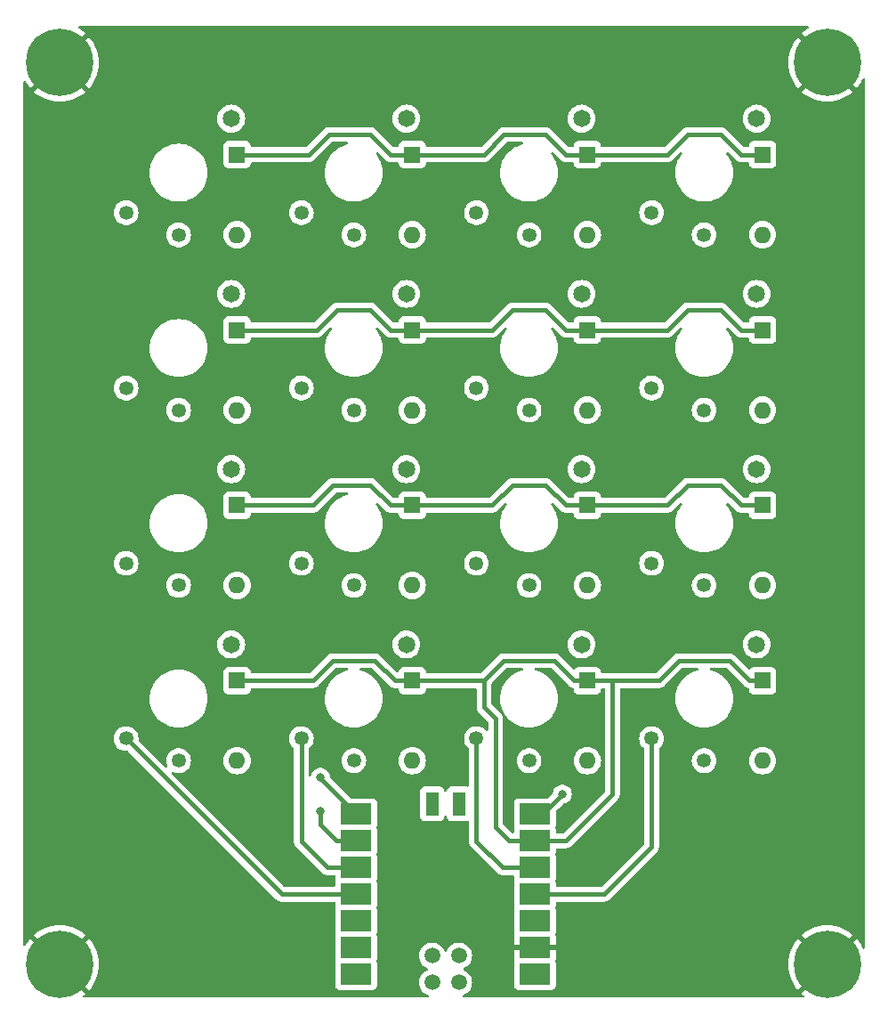
<source format=gbl>
G04 #@! TF.GenerationSoftware,KiCad,Pcbnew,7.0.11*
G04 #@! TF.CreationDate,2024-09-14T21:56:28+02:00*
G04 #@! TF.ProjectId,macropad,6d616372-6f70-4616-942e-6b696361645f,rev?*
G04 #@! TF.SameCoordinates,Original*
G04 #@! TF.FileFunction,Copper,L2,Bot*
G04 #@! TF.FilePolarity,Positive*
%FSLAX46Y46*%
G04 Gerber Fmt 4.6, Leading zero omitted, Abs format (unit mm)*
G04 Created by KiCad (PCBNEW 7.0.11) date 2024-09-14 21:56:28*
%MOMM*%
%LPD*%
G01*
G04 APERTURE LIST*
G04 #@! TA.AperFunction,ComponentPad*
%ADD10C,1.650000*%
G04 #@! TD*
G04 #@! TA.AperFunction,ComponentPad*
%ADD11C,1.350000*%
G04 #@! TD*
G04 #@! TA.AperFunction,ComponentPad*
%ADD12C,6.400000*%
G04 #@! TD*
G04 #@! TA.AperFunction,ComponentPad*
%ADD13R,1.600000X1.600000*%
G04 #@! TD*
G04 #@! TA.AperFunction,ComponentPad*
%ADD14O,1.600000X1.600000*%
G04 #@! TD*
G04 #@! TA.AperFunction,SMDPad,CuDef*
%ADD15R,3.000000X2.000000*%
G04 #@! TD*
G04 #@! TA.AperFunction,SMDPad,CuDef*
%ADD16C,1.500000*%
G04 #@! TD*
G04 #@! TA.AperFunction,SMDPad,CuDef*
%ADD17R,1.300000X2.300000*%
G04 #@! TD*
G04 #@! TA.AperFunction,ViaPad*
%ADD18C,0.800000*%
G04 #@! TD*
G04 #@! TA.AperFunction,Conductor*
%ADD19C,0.400000*%
G04 #@! TD*
G04 APERTURE END LIST*
D10*
X135378200Y-73576450D03*
D11*
X130378200Y-84626450D03*
X125378200Y-82526450D03*
D10*
X168715700Y-106913950D03*
D11*
X163715700Y-117963950D03*
X158715700Y-115863950D03*
D10*
X135378200Y-56907700D03*
D11*
X130378200Y-67957700D03*
X125378200Y-65857700D03*
D10*
X152046950Y-90245200D03*
D11*
X147046950Y-101295200D03*
X142046950Y-99195200D03*
D10*
X168715700Y-90245200D03*
D11*
X163715700Y-101295200D03*
X158715700Y-99195200D03*
D10*
X185384450Y-90245200D03*
D11*
X180384450Y-101295200D03*
X175384450Y-99195200D03*
D10*
X168715700Y-73576450D03*
D11*
X163715700Y-84626450D03*
X158715700Y-82526450D03*
D10*
X185384450Y-56907700D03*
D11*
X180384450Y-67957700D03*
X175384450Y-65857700D03*
D10*
X135378200Y-90245200D03*
D11*
X130378200Y-101295200D03*
X125378200Y-99195200D03*
D12*
X119062500Y-137318750D03*
D10*
X152046950Y-56907700D03*
D11*
X147046950Y-67957700D03*
X142046950Y-65857700D03*
D12*
X192087500Y-51593750D03*
D10*
X185384450Y-73576450D03*
D11*
X180384450Y-84626450D03*
X175384450Y-82526450D03*
D10*
X168715700Y-56907700D03*
D11*
X163715700Y-67957700D03*
X158715700Y-65857700D03*
D10*
X135378200Y-106913950D03*
D11*
X130378200Y-117963950D03*
X125378200Y-115863950D03*
D10*
X152046950Y-73576450D03*
D11*
X147046950Y-84626450D03*
X142046950Y-82526450D03*
D10*
X185384450Y-106913950D03*
D11*
X180384450Y-117963950D03*
X175384450Y-115863950D03*
D10*
X152046950Y-106913950D03*
D11*
X147046950Y-117963950D03*
X142046950Y-115863950D03*
D12*
X119062500Y-51593750D03*
X192087500Y-137318750D03*
D13*
X169271950Y-60337700D03*
D14*
X169271950Y-67957700D03*
D13*
X185940700Y-77006450D03*
D14*
X185940700Y-84626450D03*
D13*
X152603200Y-110343950D03*
D14*
X152603200Y-117963950D03*
D13*
X135934450Y-77006450D03*
D14*
X135934450Y-84626450D03*
D13*
X152603200Y-93675200D03*
D14*
X152603200Y-101295200D03*
D13*
X185940700Y-60337700D03*
D14*
X185940700Y-67957700D03*
D13*
X185940700Y-110343950D03*
D14*
X185940700Y-117963950D03*
D13*
X135934450Y-110343950D03*
D14*
X135934450Y-117963950D03*
D13*
X135934450Y-60337700D03*
D14*
X135934450Y-67957700D03*
D13*
X169271950Y-77006450D03*
D14*
X169271950Y-84626450D03*
D15*
X147278200Y-138283950D03*
X147278200Y-135743950D03*
X147278200Y-133203950D03*
X147278200Y-130663950D03*
X147278200Y-128123950D03*
X147278200Y-125583950D03*
X147278200Y-123043950D03*
X164278200Y-123043950D03*
X164278200Y-125583950D03*
X164278200Y-128123950D03*
X164278200Y-130663950D03*
X164278200Y-133203950D03*
X164278200Y-135743950D03*
X164278200Y-138283950D03*
D16*
X154508200Y-139053950D03*
X157048200Y-139053950D03*
X154508200Y-136513950D03*
X157048200Y-136513950D03*
D17*
X154508200Y-122063950D03*
X157048200Y-122063950D03*
D13*
X135934450Y-93675200D03*
D14*
X135934450Y-101295200D03*
D13*
X169271950Y-93675200D03*
D14*
X169271950Y-101295200D03*
D13*
X185940700Y-93675200D03*
D14*
X185940700Y-101295200D03*
D13*
X152603200Y-60337700D03*
D14*
X152603200Y-67957700D03*
D13*
X152603200Y-77006450D03*
D14*
X152603200Y-84626450D03*
D13*
X169271950Y-110343950D03*
D14*
X169271950Y-117963950D03*
D18*
X143871950Y-122726450D03*
X143871950Y-119551450D03*
X166890700Y-121138950D03*
X186531250Y-138112500D03*
X125412500Y-126206250D03*
X180181250Y-56356250D03*
X171450000Y-126206250D03*
X129381250Y-57150000D03*
X162718750Y-119856250D03*
X182562500Y-126206250D03*
X123825000Y-138112500D03*
X163512500Y-73025000D03*
X146843750Y-73025000D03*
X139700000Y-126206250D03*
X146843750Y-106362500D03*
X155575000Y-131762500D03*
X163512500Y-106362500D03*
D19*
X150539450Y-60337700D02*
X148634450Y-58432700D01*
X135934450Y-60337700D02*
X142760700Y-60337700D01*
X185940700Y-60337700D02*
X183876950Y-60337700D01*
X169271950Y-60337700D02*
X167208200Y-60337700D01*
X143871950Y-124077700D02*
X143871950Y-122726450D01*
X169271950Y-60337700D02*
X176891950Y-60337700D01*
X181971950Y-58432700D02*
X178796950Y-58432700D01*
X167208200Y-60337700D02*
X165303200Y-58432700D01*
X147278200Y-125583950D02*
X145378200Y-125583950D01*
X176891950Y-60337700D02*
X178796950Y-58432700D01*
X148634450Y-58432700D02*
X144665700Y-58432700D01*
X183876950Y-60337700D02*
X181971950Y-58432700D01*
X152603200Y-60337700D02*
X159429450Y-60337700D01*
X145378200Y-125583950D02*
X143871950Y-124077700D01*
X159429450Y-60337700D02*
X161334450Y-58432700D01*
X142760700Y-60337700D02*
X144665700Y-58432700D01*
X152603200Y-60337700D02*
X150539450Y-60337700D01*
X165303200Y-58432700D02*
X161334450Y-58432700D01*
X165303200Y-75101450D02*
X162128200Y-75101450D01*
X143554450Y-77006450D02*
X145459450Y-75101450D01*
X152603200Y-77006450D02*
X150539450Y-77006450D01*
X152603200Y-77006450D02*
X160223200Y-77006450D01*
X181971950Y-75101450D02*
X178796950Y-75101450D01*
X150539450Y-77006450D02*
X148634450Y-75101450D01*
X185940700Y-77006450D02*
X183876950Y-77006450D01*
X143871950Y-119637700D02*
X143871950Y-119551450D01*
X176891950Y-77006450D02*
X178796950Y-75101450D01*
X148634450Y-75101450D02*
X145459450Y-75101450D01*
X135934450Y-77006450D02*
X143554450Y-77006450D01*
X183876950Y-77006450D02*
X181971950Y-75101450D01*
X169271950Y-77006450D02*
X176891950Y-77006450D01*
X147278200Y-123043950D02*
X143871950Y-119637700D01*
X169271950Y-77006450D02*
X167208200Y-77006450D01*
X160223200Y-77006450D02*
X162128200Y-75101450D01*
X167208200Y-77006450D02*
X165303200Y-75101450D01*
X169271950Y-93675200D02*
X176891950Y-93675200D01*
X183876950Y-93675200D02*
X185940700Y-93675200D01*
X181971950Y-91770200D02*
X183876950Y-93675200D01*
X176891950Y-93675200D02*
X178796950Y-91770200D01*
X164985700Y-123043950D02*
X166890700Y-121138950D01*
X145062575Y-91770200D02*
X148634450Y-91770200D01*
X167208200Y-93675200D02*
X165303200Y-91770200D01*
X150539450Y-93675200D02*
X152603200Y-93675200D01*
X148634450Y-91770200D02*
X150539450Y-93675200D01*
X135934450Y-93675200D02*
X143157575Y-93675200D01*
X178796950Y-91770200D02*
X181971950Y-91770200D01*
X164278200Y-123043950D02*
X164985700Y-123043950D01*
X169271950Y-93675200D02*
X167208200Y-93675200D01*
X165303200Y-91770200D02*
X162128200Y-91770200D01*
X160223200Y-93675200D02*
X162128200Y-91770200D01*
X152603200Y-93675200D02*
X160223200Y-93675200D01*
X143157575Y-93675200D02*
X145062575Y-91770200D01*
X160540700Y-113995200D02*
X159429450Y-112883950D01*
X168001950Y-110343950D02*
X166096950Y-108438950D01*
X149031325Y-108438950D02*
X150936325Y-110343950D01*
X161810700Y-125583950D02*
X160540700Y-124313950D01*
X143157575Y-110343950D02*
X145062575Y-108438950D01*
X176098200Y-110343950D02*
X178003200Y-108438950D01*
X164278200Y-125583950D02*
X167208200Y-125583950D01*
X135934450Y-110343950D02*
X143157575Y-110343950D01*
X171653200Y-110343950D02*
X176098200Y-110343950D01*
X159429450Y-112883950D02*
X159429450Y-110343950D01*
X167208200Y-125583950D02*
X171653200Y-121138950D01*
X145062575Y-108438950D02*
X149031325Y-108438950D01*
X161334450Y-108438950D02*
X166096950Y-108438950D01*
X152603200Y-110343950D02*
X159429450Y-110343950D01*
X182765700Y-108438950D02*
X178003200Y-108438950D01*
X164278200Y-125583950D02*
X161810700Y-125583950D01*
X160540700Y-124313950D02*
X160540700Y-113995200D01*
X185940700Y-110343950D02*
X184670700Y-110343950D01*
X169271950Y-110343950D02*
X171653200Y-110343950D01*
X169271950Y-110343950D02*
X168001950Y-110343950D01*
X171653200Y-121138950D02*
X171653200Y-110343950D01*
X159429450Y-110343950D02*
X161334450Y-108438950D01*
X184670700Y-110343950D02*
X182765700Y-108438950D01*
X150936325Y-110343950D02*
X152603200Y-110343950D01*
X147278200Y-130663950D02*
X140178200Y-130663950D01*
X140178200Y-130663950D02*
X125378200Y-115863950D01*
X147278200Y-128123950D02*
X144506950Y-128123950D01*
X142046950Y-125663950D02*
X142046950Y-115863950D01*
X144506950Y-128123950D02*
X142046950Y-125663950D01*
X161175700Y-128123950D02*
X158715700Y-125663950D01*
X158715700Y-125663950D02*
X158715700Y-115863950D01*
X164278200Y-128123950D02*
X161175700Y-128123950D01*
X170859450Y-130663950D02*
X175384450Y-126138950D01*
X175384450Y-126138950D02*
X175384450Y-115863950D01*
X164278200Y-130663950D02*
X170859450Y-130663950D01*
G04 #@! TA.AperFunction,Conductor*
G36*
X163117729Y-109159135D02*
G01*
X163163484Y-109211939D01*
X163173428Y-109281097D01*
X163144403Y-109344653D01*
X163085625Y-109382427D01*
X163073053Y-109385416D01*
X163056259Y-109388494D01*
X163056256Y-109388494D01*
X163056250Y-109388496D01*
X162738595Y-109487480D01*
X162738579Y-109487486D01*
X162738577Y-109487487D01*
X162605985Y-109547162D01*
X162435147Y-109624050D01*
X162435145Y-109624051D01*
X162150373Y-109796201D01*
X161888444Y-110001410D01*
X161653160Y-110236694D01*
X161447951Y-110498623D01*
X161275801Y-110783395D01*
X161275800Y-110783397D01*
X161258577Y-110821665D01*
X161158310Y-111044450D01*
X161139236Y-111086830D01*
X161139230Y-111086845D01*
X161040246Y-111404500D01*
X161040244Y-111404506D01*
X161040244Y-111404509D01*
X161006664Y-111587747D01*
X160980263Y-111731813D01*
X160960173Y-112063950D01*
X160980263Y-112396086D01*
X160980263Y-112396091D01*
X160980264Y-112396092D01*
X161040244Y-112723391D01*
X161040245Y-112723395D01*
X161040246Y-112723399D01*
X161139230Y-113041054D01*
X161139234Y-113041066D01*
X161139237Y-113041073D01*
X161275802Y-113344507D01*
X161416212Y-113576773D01*
X161447951Y-113629276D01*
X161653160Y-113891205D01*
X161888444Y-114126489D01*
X162150373Y-114331698D01*
X162150378Y-114331701D01*
X162150382Y-114331704D01*
X162435143Y-114503848D01*
X162738577Y-114640413D01*
X162738590Y-114640417D01*
X162738595Y-114640419D01*
X162892734Y-114688450D01*
X163056259Y-114739406D01*
X163383558Y-114799386D01*
X163632594Y-114814450D01*
X163632607Y-114814450D01*
X163798793Y-114814450D01*
X163798806Y-114814450D01*
X164047842Y-114799386D01*
X164375141Y-114739406D01*
X164692823Y-114640413D01*
X164996257Y-114503848D01*
X165281018Y-114331704D01*
X165308261Y-114310361D01*
X165386533Y-114249038D01*
X165542952Y-114126492D01*
X165778242Y-113891202D01*
X165953681Y-113667270D01*
X165983448Y-113629276D01*
X165983448Y-113629274D01*
X165983454Y-113629268D01*
X166155598Y-113344507D01*
X166292163Y-113041073D01*
X166391156Y-112723391D01*
X166451136Y-112396092D01*
X166471227Y-112063950D01*
X166451136Y-111731808D01*
X166391156Y-111404509D01*
X166301940Y-111118202D01*
X166292169Y-111086845D01*
X166292167Y-111086840D01*
X166292163Y-111086827D01*
X166155598Y-110783393D01*
X165983454Y-110498632D01*
X165983451Y-110498628D01*
X165983448Y-110498623D01*
X165778239Y-110236694D01*
X165542955Y-110001410D01*
X165281026Y-109796201D01*
X165281018Y-109796196D01*
X164996257Y-109624052D01*
X164692823Y-109487487D01*
X164692816Y-109487484D01*
X164692804Y-109487480D01*
X164375149Y-109388496D01*
X164375145Y-109388495D01*
X164375141Y-109388494D01*
X164358356Y-109385418D01*
X164295965Y-109353972D01*
X164260478Y-109293785D01*
X164263164Y-109223967D01*
X164303170Y-109166685D01*
X164367794Y-109140124D01*
X164380710Y-109139450D01*
X165755431Y-109139450D01*
X165822470Y-109159135D01*
X165843112Y-109175769D01*
X167489008Y-110821665D01*
X167494128Y-110827103D01*
X167534021Y-110872133D01*
X167583514Y-110906296D01*
X167583523Y-110906302D01*
X167589541Y-110910730D01*
X167636893Y-110947827D01*
X167636897Y-110947830D01*
X167636896Y-110947830D01*
X167646127Y-110951984D01*
X167665681Y-110963012D01*
X167674020Y-110968768D01*
X167730281Y-110990104D01*
X167737158Y-110992953D01*
X167758513Y-111002565D01*
X167792013Y-111017643D01*
X167792016Y-111017643D01*
X167792019Y-111017645D01*
X167801984Y-111019471D01*
X167823606Y-111025498D01*
X167833077Y-111029090D01*
X167841226Y-111030079D01*
X167862394Y-111032649D01*
X167926572Y-111060269D01*
X167965630Y-111118202D01*
X167971450Y-111155742D01*
X167971450Y-111191818D01*
X167971451Y-111191826D01*
X167977858Y-111251433D01*
X168028152Y-111386278D01*
X168028156Y-111386285D01*
X168114402Y-111501494D01*
X168114405Y-111501497D01*
X168229614Y-111587743D01*
X168229621Y-111587747D01*
X168364467Y-111638041D01*
X168364466Y-111638041D01*
X168371394Y-111638785D01*
X168424077Y-111644450D01*
X170119822Y-111644449D01*
X170179433Y-111638041D01*
X170314281Y-111587746D01*
X170429496Y-111501496D01*
X170515746Y-111386281D01*
X170566041Y-111251433D01*
X170572450Y-111191823D01*
X170572450Y-111168450D01*
X170592135Y-111101411D01*
X170644939Y-111055656D01*
X170696450Y-111044450D01*
X170828700Y-111044450D01*
X170895739Y-111064135D01*
X170941494Y-111116939D01*
X170952700Y-111168450D01*
X170952700Y-120797431D01*
X170933015Y-120864470D01*
X170916381Y-120885112D01*
X166954362Y-124847131D01*
X166893039Y-124880616D01*
X166866681Y-124883450D01*
X166402699Y-124883450D01*
X166335660Y-124863765D01*
X166289905Y-124810961D01*
X166278699Y-124759450D01*
X166278699Y-124536079D01*
X166278698Y-124536073D01*
X166278697Y-124536066D01*
X166272291Y-124476467D01*
X166227837Y-124357282D01*
X166222854Y-124287592D01*
X166227838Y-124270617D01*
X166233274Y-124256043D01*
X166272291Y-124151433D01*
X166278700Y-124091823D01*
X166278699Y-122792968D01*
X166298384Y-122725930D01*
X166315018Y-122705288D01*
X166529987Y-122490319D01*
X166953676Y-122066630D01*
X167014995Y-122033148D01*
X167015004Y-122033145D01*
X167170503Y-122000094D01*
X167170507Y-122000092D01*
X167170508Y-122000092D01*
X167228758Y-121974156D01*
X167343430Y-121923101D01*
X167496571Y-121811838D01*
X167623233Y-121671166D01*
X167717879Y-121507234D01*
X167776374Y-121327206D01*
X167796160Y-121138950D01*
X167776374Y-120950694D01*
X167717879Y-120770666D01*
X167623233Y-120606734D01*
X167496571Y-120466062D01*
X167496570Y-120466061D01*
X167343434Y-120354801D01*
X167343429Y-120354798D01*
X167170507Y-120277807D01*
X167170502Y-120277805D01*
X167024701Y-120246815D01*
X166985346Y-120238450D01*
X166796054Y-120238450D01*
X166763597Y-120245348D01*
X166610897Y-120277805D01*
X166610892Y-120277807D01*
X166437970Y-120354798D01*
X166437965Y-120354801D01*
X166284829Y-120466061D01*
X166158166Y-120606735D01*
X166063521Y-120770665D01*
X166063518Y-120770672D01*
X166005027Y-120950689D01*
X166005025Y-120950700D01*
X165999834Y-121000079D01*
X165973249Y-121064693D01*
X165964195Y-121074796D01*
X165531860Y-121507131D01*
X165470537Y-121540616D01*
X165444179Y-121543450D01*
X162730329Y-121543450D01*
X162730323Y-121543451D01*
X162670716Y-121549858D01*
X162535871Y-121600152D01*
X162535864Y-121600156D01*
X162420655Y-121686402D01*
X162420652Y-121686405D01*
X162334406Y-121801614D01*
X162334402Y-121801621D01*
X162284108Y-121936467D01*
X162277701Y-121996066D01*
X162277701Y-121996073D01*
X162277700Y-121996085D01*
X162277700Y-124091820D01*
X162277701Y-124091826D01*
X162284108Y-124151433D01*
X162328561Y-124270617D01*
X162333545Y-124340309D01*
X162328561Y-124357283D01*
X162284108Y-124476467D01*
X162279011Y-124523880D01*
X162277701Y-124536073D01*
X162277700Y-124536085D01*
X162277700Y-124759450D01*
X162258015Y-124826489D01*
X162205211Y-124872244D01*
X162153700Y-124883450D01*
X162152219Y-124883450D01*
X162085180Y-124863765D01*
X162064538Y-124847131D01*
X161277519Y-124060112D01*
X161244034Y-123998789D01*
X161241200Y-123972431D01*
X161241200Y-117963950D01*
X162535164Y-117963950D01*
X162555264Y-118180868D01*
X162614884Y-118390412D01*
X162654984Y-118470943D01*
X162711988Y-118585422D01*
X162843273Y-118759272D01*
X163004268Y-118906038D01*
X163004275Y-118906042D01*
X163004276Y-118906043D01*
X163189486Y-119020720D01*
X163189492Y-119020723D01*
X163204869Y-119026680D01*
X163392631Y-119099420D01*
X163606774Y-119139450D01*
X163606776Y-119139450D01*
X163824624Y-119139450D01*
X163824626Y-119139450D01*
X164038769Y-119099420D01*
X164241910Y-119020722D01*
X164427132Y-118906038D01*
X164588127Y-118759272D01*
X164719412Y-118585422D01*
X164816517Y-118390409D01*
X164876135Y-118180873D01*
X164896236Y-117963951D01*
X167966482Y-117963951D01*
X167986314Y-118190636D01*
X167986316Y-118190647D01*
X168045208Y-118410438D01*
X168045211Y-118410447D01*
X168141381Y-118616682D01*
X168141382Y-118616684D01*
X168271904Y-118803091D01*
X168432808Y-118963995D01*
X168432811Y-118963997D01*
X168619216Y-119094518D01*
X168825454Y-119190689D01*
X169045258Y-119249585D01*
X169207180Y-119263751D01*
X169271948Y-119269418D01*
X169271950Y-119269418D01*
X169271952Y-119269418D01*
X169328623Y-119264459D01*
X169498642Y-119249585D01*
X169718446Y-119190689D01*
X169924684Y-119094518D01*
X170111089Y-118963997D01*
X170271997Y-118803089D01*
X170402518Y-118616684D01*
X170498689Y-118410446D01*
X170557585Y-118190642D01*
X170577418Y-117963950D01*
X170557585Y-117737258D01*
X170498689Y-117517454D01*
X170402518Y-117311216D01*
X170271997Y-117124811D01*
X170271995Y-117124808D01*
X170111091Y-116963904D01*
X169924684Y-116833382D01*
X169924682Y-116833381D01*
X169718447Y-116737211D01*
X169718438Y-116737208D01*
X169498647Y-116678316D01*
X169498643Y-116678315D01*
X169498642Y-116678315D01*
X169498641Y-116678314D01*
X169498636Y-116678314D01*
X169271952Y-116658482D01*
X169271948Y-116658482D01*
X169045263Y-116678314D01*
X169045252Y-116678316D01*
X168825461Y-116737208D01*
X168825452Y-116737211D01*
X168619217Y-116833381D01*
X168619215Y-116833382D01*
X168432808Y-116963904D01*
X168271904Y-117124808D01*
X168141382Y-117311215D01*
X168141381Y-117311217D01*
X168045211Y-117517452D01*
X168045208Y-117517461D01*
X167986316Y-117737252D01*
X167986314Y-117737263D01*
X167966482Y-117963948D01*
X167966482Y-117963951D01*
X164896236Y-117963951D01*
X164896236Y-117963950D01*
X164876135Y-117747027D01*
X164816517Y-117537491D01*
X164719412Y-117342478D01*
X164588127Y-117168628D01*
X164427132Y-117021862D01*
X164427128Y-117021859D01*
X164427123Y-117021856D01*
X164241913Y-116907179D01*
X164241907Y-116907176D01*
X164156813Y-116874210D01*
X164038769Y-116828480D01*
X163824626Y-116788450D01*
X163606774Y-116788450D01*
X163392631Y-116828480D01*
X163379978Y-116833382D01*
X163189492Y-116907176D01*
X163189486Y-116907179D01*
X163004276Y-117021856D01*
X163004266Y-117021863D01*
X162843274Y-117168626D01*
X162711988Y-117342477D01*
X162614884Y-117537487D01*
X162555264Y-117747031D01*
X162535164Y-117963949D01*
X162535164Y-117963950D01*
X161241200Y-117963950D01*
X161241200Y-114020120D01*
X161241426Y-114012632D01*
X161245058Y-113952594D01*
X161234214Y-113893421D01*
X161233087Y-113886015D01*
X161232828Y-113883889D01*
X161225840Y-113826328D01*
X161222248Y-113816856D01*
X161216221Y-113795234D01*
X161214395Y-113785271D01*
X161214393Y-113785263D01*
X161189709Y-113730421D01*
X161186854Y-113723531D01*
X161165518Y-113667270D01*
X161159762Y-113658931D01*
X161148734Y-113639377D01*
X161144580Y-113630146D01*
X161130443Y-113612102D01*
X161107480Y-113582791D01*
X161103052Y-113576773D01*
X161068883Y-113527271D01*
X161023853Y-113487378D01*
X161018415Y-113482258D01*
X160166269Y-112630112D01*
X160132784Y-112568789D01*
X160129950Y-112542431D01*
X160129950Y-110685469D01*
X160149635Y-110618430D01*
X160166269Y-110597788D01*
X161588288Y-109175769D01*
X161649611Y-109142284D01*
X161675969Y-109139450D01*
X163050690Y-109139450D01*
X163117729Y-109159135D01*
G37*
G04 #@! TD.AperFunction*
G04 #@! TA.AperFunction,Conductor*
G36*
X190294914Y-48145185D02*
G01*
X190340669Y-48197989D01*
X190350613Y-48267147D01*
X190321588Y-48330703D01*
X190284169Y-48359985D01*
X190234961Y-48385057D01*
X190234958Y-48385058D01*
X189909706Y-48596281D01*
X189652148Y-48804845D01*
X189652148Y-48804846D01*
X191143319Y-50296016D01*
X190952630Y-50458880D01*
X190789766Y-50649568D01*
X189298596Y-49158398D01*
X189298595Y-49158398D01*
X189090031Y-49415956D01*
X188878810Y-49741206D01*
X188702744Y-50086755D01*
X188563762Y-50448813D01*
X188463387Y-50823419D01*
X188463386Y-50823426D01*
X188402719Y-51206462D01*
X188382422Y-51593749D01*
X188382422Y-51593750D01*
X188402719Y-51981037D01*
X188463386Y-52364073D01*
X188463387Y-52364080D01*
X188563762Y-52738686D01*
X188702744Y-53100744D01*
X188878810Y-53446293D01*
X189090031Y-53771543D01*
X189298595Y-54029100D01*
X189298596Y-54029100D01*
X190789766Y-52537930D01*
X190952630Y-52728620D01*
X191143319Y-52891483D01*
X189652148Y-54382653D01*
X189652149Y-54382654D01*
X189909706Y-54591218D01*
X190234956Y-54802439D01*
X190580505Y-54978505D01*
X190942563Y-55117487D01*
X191317169Y-55217862D01*
X191317176Y-55217863D01*
X191700212Y-55278530D01*
X192087499Y-55298828D01*
X192087501Y-55298828D01*
X192474787Y-55278530D01*
X192857823Y-55217863D01*
X192857830Y-55217862D01*
X193232436Y-55117487D01*
X193594494Y-54978505D01*
X193940043Y-54802439D01*
X194265283Y-54591226D01*
X194265285Y-54591225D01*
X194522849Y-54382652D01*
X193031680Y-52891483D01*
X193222370Y-52728620D01*
X193385233Y-52537930D01*
X194876402Y-54029099D01*
X195084975Y-53771535D01*
X195084976Y-53771533D01*
X195296189Y-53446293D01*
X195457436Y-53129828D01*
X195505410Y-53079032D01*
X195573231Y-53062237D01*
X195639366Y-53084774D01*
X195682818Y-53139489D01*
X195691921Y-53186123D01*
X195691921Y-135726376D01*
X195672236Y-135793415D01*
X195619432Y-135839170D01*
X195550274Y-135849114D01*
X195486718Y-135820089D01*
X195457436Y-135782671D01*
X195296189Y-135466206D01*
X195084968Y-135140956D01*
X194876404Y-134883399D01*
X194876403Y-134883398D01*
X193385233Y-136374568D01*
X193222370Y-136183880D01*
X193031680Y-136021016D01*
X194522850Y-134529846D01*
X194522850Y-134529845D01*
X194265293Y-134321281D01*
X193940043Y-134110060D01*
X193594494Y-133933994D01*
X193232436Y-133795012D01*
X192857830Y-133694637D01*
X192857823Y-133694636D01*
X192474787Y-133633969D01*
X192087501Y-133613672D01*
X192087499Y-133613672D01*
X191700212Y-133633969D01*
X191317176Y-133694636D01*
X191317169Y-133694637D01*
X190942563Y-133795012D01*
X190580505Y-133933994D01*
X190234956Y-134110060D01*
X189909706Y-134321281D01*
X189652148Y-134529845D01*
X189652148Y-134529846D01*
X191143319Y-136021016D01*
X190952630Y-136183880D01*
X190789766Y-136374568D01*
X189298596Y-134883398D01*
X189298595Y-134883398D01*
X189090031Y-135140956D01*
X188878810Y-135466206D01*
X188702744Y-135811755D01*
X188563762Y-136173813D01*
X188463387Y-136548419D01*
X188463386Y-136548426D01*
X188402719Y-136931462D01*
X188382422Y-137318749D01*
X188382422Y-137318750D01*
X188402719Y-137706037D01*
X188463386Y-138089073D01*
X188463387Y-138089080D01*
X188563762Y-138463686D01*
X188702744Y-138825744D01*
X188878810Y-139171293D01*
X189090031Y-139496543D01*
X189298595Y-139754100D01*
X189298596Y-139754100D01*
X190789766Y-138262930D01*
X190952630Y-138453620D01*
X191143319Y-138616483D01*
X189652148Y-140107653D01*
X189652149Y-140107654D01*
X189842546Y-140261834D01*
X189882258Y-140319321D01*
X189884586Y-140389152D01*
X189848791Y-140449156D01*
X189786237Y-140480282D01*
X189764511Y-140482200D01*
X157491337Y-140482200D01*
X157424298Y-140462515D01*
X157378543Y-140409711D01*
X157368599Y-140340553D01*
X157397624Y-140276997D01*
X157456402Y-140239223D01*
X157459244Y-140238425D01*
X157471167Y-140235229D01*
X157477530Y-140233525D01*
X157675839Y-140141052D01*
X157855077Y-140015548D01*
X158009798Y-139860827D01*
X158135302Y-139681589D01*
X158227775Y-139483280D01*
X158268359Y-139331820D01*
X162277700Y-139331820D01*
X162277701Y-139331826D01*
X162284108Y-139391433D01*
X162334402Y-139526278D01*
X162334406Y-139526285D01*
X162420652Y-139641494D01*
X162420655Y-139641497D01*
X162535864Y-139727743D01*
X162535871Y-139727747D01*
X162670717Y-139778041D01*
X162670716Y-139778041D01*
X162677644Y-139778785D01*
X162730327Y-139784450D01*
X165826072Y-139784449D01*
X165885683Y-139778041D01*
X166020531Y-139727746D01*
X166135746Y-139641496D01*
X166221996Y-139526281D01*
X166272291Y-139391433D01*
X166278700Y-139331823D01*
X166278699Y-137236078D01*
X166272291Y-137176467D01*
X166227570Y-137056565D01*
X166222587Y-136986877D01*
X166227571Y-136969901D01*
X166271797Y-136851326D01*
X166271798Y-136851322D01*
X166278199Y-136791794D01*
X166278200Y-136791777D01*
X166278200Y-135993950D01*
X162278200Y-135993950D01*
X162278200Y-136791794D01*
X162284601Y-136851322D01*
X162284603Y-136851332D01*
X162328827Y-136969903D01*
X162333811Y-137039594D01*
X162328827Y-137056567D01*
X162284109Y-137176464D01*
X162284108Y-137176466D01*
X162277701Y-137236066D01*
X162277701Y-137236073D01*
X162277700Y-137236085D01*
X162277700Y-139331820D01*
X158268359Y-139331820D01*
X158284407Y-139271927D01*
X158303477Y-139053950D01*
X158302907Y-139047439D01*
X158295967Y-138968109D01*
X158284407Y-138835973D01*
X158228924Y-138628908D01*
X158227777Y-138624627D01*
X158227776Y-138624626D01*
X158227775Y-138624620D01*
X158135302Y-138426312D01*
X158135300Y-138426309D01*
X158135299Y-138426307D01*
X158009799Y-138247074D01*
X158009796Y-138247071D01*
X157855077Y-138092352D01*
X157675839Y-137966848D01*
X157524614Y-137896331D01*
X157472177Y-137850160D01*
X157453025Y-137782966D01*
X157473241Y-137716085D01*
X157524614Y-137671568D01*
X157675839Y-137601052D01*
X157855077Y-137475548D01*
X158009798Y-137320827D01*
X158135302Y-137141589D01*
X158227775Y-136943280D01*
X158284407Y-136731927D01*
X158303477Y-136513950D01*
X158284407Y-136295973D01*
X158227775Y-136084620D01*
X158135302Y-135886312D01*
X158135300Y-135886309D01*
X158135299Y-135886307D01*
X158009799Y-135707074D01*
X158009796Y-135707071D01*
X157855077Y-135552352D01*
X157675839Y-135426848D01*
X157675840Y-135426848D01*
X157675838Y-135426847D01*
X157576684Y-135380611D01*
X157477530Y-135334375D01*
X157477526Y-135334374D01*
X157477522Y-135334372D01*
X157266177Y-135277743D01*
X157048202Y-135258673D01*
X157048198Y-135258673D01*
X156902882Y-135271386D01*
X156830223Y-135277743D01*
X156830220Y-135277743D01*
X156618877Y-135334372D01*
X156618868Y-135334376D01*
X156420561Y-135426848D01*
X156420557Y-135426850D01*
X156241321Y-135552352D01*
X156086602Y-135707071D01*
X155961100Y-135886307D01*
X155961098Y-135886311D01*
X155890582Y-136037533D01*
X155844409Y-136089972D01*
X155777216Y-136109124D01*
X155710335Y-136088908D01*
X155665818Y-136037533D01*
X155645495Y-135993950D01*
X155595302Y-135886312D01*
X155595300Y-135886309D01*
X155595299Y-135886307D01*
X155469799Y-135707074D01*
X155469796Y-135707071D01*
X155315077Y-135552352D01*
X155135839Y-135426848D01*
X155135840Y-135426848D01*
X155135838Y-135426847D01*
X155036684Y-135380611D01*
X154937530Y-135334375D01*
X154937526Y-135334374D01*
X154937522Y-135334372D01*
X154726177Y-135277743D01*
X154508202Y-135258673D01*
X154508198Y-135258673D01*
X154362882Y-135271386D01*
X154290223Y-135277743D01*
X154290220Y-135277743D01*
X154078877Y-135334372D01*
X154078868Y-135334376D01*
X153880561Y-135426848D01*
X153880557Y-135426850D01*
X153701321Y-135552352D01*
X153546602Y-135707071D01*
X153421100Y-135886307D01*
X153421098Y-135886311D01*
X153328626Y-136084618D01*
X153328622Y-136084627D01*
X153271993Y-136295970D01*
X153271993Y-136295974D01*
X153252923Y-136513947D01*
X153252923Y-136513952D01*
X153271993Y-136731925D01*
X153271993Y-136731929D01*
X153328622Y-136943272D01*
X153328624Y-136943276D01*
X153328625Y-136943280D01*
X153348677Y-136986281D01*
X153421097Y-137141588D01*
X153421098Y-137141589D01*
X153546602Y-137320827D01*
X153701323Y-137475548D01*
X153835956Y-137569819D01*
X153880561Y-137601052D01*
X154031783Y-137671568D01*
X154084222Y-137717740D01*
X154103374Y-137784934D01*
X154083158Y-137851815D01*
X154031783Y-137896332D01*
X153880561Y-137966848D01*
X153880557Y-137966850D01*
X153701321Y-138092352D01*
X153546602Y-138247071D01*
X153421100Y-138426307D01*
X153421098Y-138426311D01*
X153328626Y-138624618D01*
X153328622Y-138624627D01*
X153271993Y-138835970D01*
X153271993Y-138835973D01*
X153267225Y-138890467D01*
X153252923Y-139053947D01*
X153252923Y-139053952D01*
X153271993Y-139271925D01*
X153271993Y-139271929D01*
X153328622Y-139483272D01*
X153328624Y-139483276D01*
X153328625Y-139483280D01*
X153348677Y-139526281D01*
X153421097Y-139681588D01*
X153446198Y-139717436D01*
X153546602Y-139860827D01*
X153701323Y-140015548D01*
X153880561Y-140141052D01*
X154078870Y-140233525D01*
X154078876Y-140233526D01*
X154078877Y-140233527D01*
X154097156Y-140238425D01*
X154156817Y-140274790D01*
X154187346Y-140337637D01*
X154179051Y-140407012D01*
X154134566Y-140460890D01*
X154068014Y-140482165D01*
X154065063Y-140482200D01*
X121385488Y-140482200D01*
X121318449Y-140462515D01*
X121272694Y-140409711D01*
X121262750Y-140340553D01*
X121291775Y-140276997D01*
X121307452Y-140261834D01*
X121497849Y-140107652D01*
X120006680Y-138616483D01*
X120197370Y-138453620D01*
X120360233Y-138262930D01*
X121851402Y-139754099D01*
X122059975Y-139496535D01*
X122059976Y-139496533D01*
X122271189Y-139171293D01*
X122447255Y-138825744D01*
X122586237Y-138463686D01*
X122686612Y-138089080D01*
X122686613Y-138089073D01*
X122747280Y-137706037D01*
X122767578Y-137318750D01*
X122767578Y-137318749D01*
X122747280Y-136931462D01*
X122686613Y-136548426D01*
X122686612Y-136548419D01*
X122586237Y-136173813D01*
X122447255Y-135811755D01*
X122271189Y-135466206D01*
X122059968Y-135140956D01*
X121851404Y-134883399D01*
X121851403Y-134883398D01*
X120360232Y-136374568D01*
X120197370Y-136183880D01*
X120006680Y-136021016D01*
X121497850Y-134529846D01*
X121497850Y-134529845D01*
X121240293Y-134321281D01*
X120915043Y-134110060D01*
X120569494Y-133933994D01*
X120207436Y-133795012D01*
X119832830Y-133694637D01*
X119832823Y-133694636D01*
X119449787Y-133633969D01*
X119062501Y-133613672D01*
X119062499Y-133613672D01*
X118675212Y-133633969D01*
X118292176Y-133694636D01*
X118292169Y-133694637D01*
X117917563Y-133795012D01*
X117555505Y-133933994D01*
X117209956Y-134110060D01*
X116884706Y-134321281D01*
X116627148Y-134529845D01*
X116627148Y-134529846D01*
X118118319Y-136021016D01*
X117927630Y-136183880D01*
X117764766Y-136374569D01*
X116273596Y-134883398D01*
X116273595Y-134883398D01*
X116065031Y-135140956D01*
X115853810Y-135466206D01*
X115828735Y-135515419D01*
X115780760Y-135566215D01*
X115712939Y-135583010D01*
X115646804Y-135560472D01*
X115603353Y-135505757D01*
X115594250Y-135459124D01*
X115594250Y-115863950D01*
X124197664Y-115863950D01*
X124217764Y-116080868D01*
X124217764Y-116080870D01*
X124217765Y-116080873D01*
X124277383Y-116290409D01*
X124374488Y-116485422D01*
X124505773Y-116659272D01*
X124666768Y-116806038D01*
X124666775Y-116806042D01*
X124666776Y-116806043D01*
X124851986Y-116920720D01*
X124851992Y-116920723D01*
X124874864Y-116929583D01*
X125055131Y-116999420D01*
X125269274Y-117039450D01*
X125269276Y-117039450D01*
X125487127Y-117039450D01*
X125492836Y-117038921D01*
X125492947Y-117040124D01*
X125556339Y-117046529D01*
X125597304Y-117073711D01*
X139665258Y-131141665D01*
X139670378Y-131147103D01*
X139710271Y-131192133D01*
X139759764Y-131226296D01*
X139759773Y-131226302D01*
X139765791Y-131230730D01*
X139813143Y-131267827D01*
X139813147Y-131267830D01*
X139813146Y-131267830D01*
X139822377Y-131271984D01*
X139841931Y-131283012D01*
X139850270Y-131288768D01*
X139906531Y-131310104D01*
X139913408Y-131312953D01*
X139934763Y-131322565D01*
X139968263Y-131337643D01*
X139968266Y-131337643D01*
X139968269Y-131337645D01*
X139978234Y-131339471D01*
X139999856Y-131345498D01*
X139999867Y-131345502D01*
X140009328Y-131349090D01*
X140066889Y-131356078D01*
X140069015Y-131356337D01*
X140076422Y-131357464D01*
X140135594Y-131368308D01*
X140195633Y-131364675D01*
X140203121Y-131364450D01*
X145153701Y-131364450D01*
X145220740Y-131384135D01*
X145266495Y-131436939D01*
X145277701Y-131488450D01*
X145277701Y-131711826D01*
X145284108Y-131771433D01*
X145328561Y-131890617D01*
X145333545Y-131960309D01*
X145328561Y-131977283D01*
X145284108Y-132096467D01*
X145277701Y-132156066D01*
X145277701Y-132156073D01*
X145277700Y-132156085D01*
X145277700Y-134251820D01*
X145277701Y-134251826D01*
X145284108Y-134311433D01*
X145328561Y-134430617D01*
X145333545Y-134500309D01*
X145328561Y-134517283D01*
X145284108Y-134636467D01*
X145277701Y-134696066D01*
X145277701Y-134696073D01*
X145277700Y-134696085D01*
X145277700Y-136791820D01*
X145277701Y-136791826D01*
X145284108Y-136851433D01*
X145328561Y-136970617D01*
X145333545Y-137040309D01*
X145328561Y-137057283D01*
X145284108Y-137176467D01*
X145277701Y-137236066D01*
X145277701Y-137236073D01*
X145277700Y-137236085D01*
X145277700Y-139331820D01*
X145277701Y-139331826D01*
X145284108Y-139391433D01*
X145334402Y-139526278D01*
X145334406Y-139526285D01*
X145420652Y-139641494D01*
X145420655Y-139641497D01*
X145535864Y-139727743D01*
X145535871Y-139727747D01*
X145670717Y-139778041D01*
X145670716Y-139778041D01*
X145677644Y-139778785D01*
X145730327Y-139784450D01*
X148826072Y-139784449D01*
X148885683Y-139778041D01*
X149020531Y-139727746D01*
X149135746Y-139641496D01*
X149221996Y-139526281D01*
X149272291Y-139391433D01*
X149278700Y-139331823D01*
X149278699Y-137236078D01*
X149272291Y-137176467D01*
X149259282Y-137141589D01*
X149227838Y-137057283D01*
X149222854Y-136987592D01*
X149227838Y-136970617D01*
X149272291Y-136851433D01*
X149278700Y-136791823D01*
X149278699Y-134696078D01*
X149272303Y-134636577D01*
X149272291Y-134636466D01*
X149232524Y-134529846D01*
X149227837Y-134517282D01*
X149222854Y-134447592D01*
X149227838Y-134430617D01*
X149272291Y-134311432D01*
X149272291Y-134311431D01*
X149278700Y-134251823D01*
X149278699Y-132156078D01*
X149272291Y-132096467D01*
X149227837Y-131977282D01*
X149222854Y-131907592D01*
X149227838Y-131890617D01*
X149272291Y-131771432D01*
X149278700Y-131711823D01*
X149278699Y-129616078D01*
X149272291Y-129556467D01*
X149227837Y-129437282D01*
X149222854Y-129367592D01*
X149227838Y-129350617D01*
X149272291Y-129231432D01*
X149278700Y-129171823D01*
X149278699Y-127076078D01*
X149272291Y-127016467D01*
X149227837Y-126897282D01*
X149222854Y-126827592D01*
X149227838Y-126810617D01*
X149272291Y-126691432D01*
X149276827Y-126649241D01*
X149278700Y-126631823D01*
X149278699Y-124536078D01*
X149272291Y-124476467D01*
X149227837Y-124357282D01*
X149222854Y-124287592D01*
X149227838Y-124270617D01*
X149233274Y-124256043D01*
X149272291Y-124151433D01*
X149278700Y-124091823D01*
X149278699Y-121996078D01*
X149272291Y-121936467D01*
X149245749Y-121865305D01*
X149221997Y-121801621D01*
X149221993Y-121801614D01*
X149135747Y-121686405D01*
X149135744Y-121686402D01*
X149020535Y-121600156D01*
X149020528Y-121600152D01*
X148885682Y-121549858D01*
X148885683Y-121549858D01*
X148826083Y-121543451D01*
X148826081Y-121543450D01*
X148826073Y-121543450D01*
X148826065Y-121543450D01*
X146819719Y-121543450D01*
X146752680Y-121523765D01*
X146732038Y-121507131D01*
X144808583Y-119583676D01*
X144775098Y-119522353D01*
X144772945Y-119508970D01*
X144757624Y-119363194D01*
X144699129Y-119183166D01*
X144604483Y-119019234D01*
X144477821Y-118878562D01*
X144477820Y-118878561D01*
X144324684Y-118767301D01*
X144324679Y-118767298D01*
X144151757Y-118690307D01*
X144151752Y-118690305D01*
X144005951Y-118659315D01*
X143966596Y-118650950D01*
X143777304Y-118650950D01*
X143744847Y-118657848D01*
X143592147Y-118690305D01*
X143592142Y-118690307D01*
X143419220Y-118767298D01*
X143419215Y-118767301D01*
X143266079Y-118878561D01*
X143139416Y-119019235D01*
X143044771Y-119183165D01*
X143044768Y-119183172D01*
X142989381Y-119353637D01*
X142949943Y-119411313D01*
X142885585Y-119438511D01*
X142816738Y-119426596D01*
X142765263Y-119379352D01*
X142747450Y-119315319D01*
X142747450Y-117963950D01*
X145866414Y-117963950D01*
X145886514Y-118180868D01*
X145946134Y-118390412D01*
X145986234Y-118470943D01*
X146043238Y-118585422D01*
X146174523Y-118759272D01*
X146335518Y-118906038D01*
X146335525Y-118906042D01*
X146335526Y-118906043D01*
X146520736Y-119020720D01*
X146520742Y-119020723D01*
X146536119Y-119026680D01*
X146723881Y-119099420D01*
X146938024Y-119139450D01*
X146938026Y-119139450D01*
X147155874Y-119139450D01*
X147155876Y-119139450D01*
X147370019Y-119099420D01*
X147573160Y-119020722D01*
X147758382Y-118906038D01*
X147919377Y-118759272D01*
X148050662Y-118585422D01*
X148147767Y-118390409D01*
X148207385Y-118180873D01*
X148227486Y-117963951D01*
X151297732Y-117963951D01*
X151317564Y-118190636D01*
X151317566Y-118190647D01*
X151376458Y-118410438D01*
X151376461Y-118410447D01*
X151472631Y-118616682D01*
X151472632Y-118616684D01*
X151603154Y-118803091D01*
X151764058Y-118963995D01*
X151764061Y-118963997D01*
X151950466Y-119094518D01*
X152156704Y-119190689D01*
X152376508Y-119249585D01*
X152538430Y-119263751D01*
X152603198Y-119269418D01*
X152603200Y-119269418D01*
X152603202Y-119269418D01*
X152659873Y-119264459D01*
X152829892Y-119249585D01*
X153049696Y-119190689D01*
X153255934Y-119094518D01*
X153442339Y-118963997D01*
X153603247Y-118803089D01*
X153733768Y-118616684D01*
X153829939Y-118410446D01*
X153888835Y-118190642D01*
X153908668Y-117963950D01*
X153888835Y-117737258D01*
X153829939Y-117517454D01*
X153733768Y-117311216D01*
X153603247Y-117124811D01*
X153603245Y-117124808D01*
X153442341Y-116963904D01*
X153255934Y-116833382D01*
X153255932Y-116833381D01*
X153049697Y-116737211D01*
X153049688Y-116737208D01*
X152829897Y-116678316D01*
X152829893Y-116678315D01*
X152829892Y-116678315D01*
X152829891Y-116678314D01*
X152829886Y-116678314D01*
X152603202Y-116658482D01*
X152603198Y-116658482D01*
X152376513Y-116678314D01*
X152376502Y-116678316D01*
X152156711Y-116737208D01*
X152156702Y-116737211D01*
X151950467Y-116833381D01*
X151950465Y-116833382D01*
X151764058Y-116963904D01*
X151603154Y-117124808D01*
X151472632Y-117311215D01*
X151472631Y-117311217D01*
X151376461Y-117517452D01*
X151376458Y-117517461D01*
X151317566Y-117737252D01*
X151317564Y-117737263D01*
X151297732Y-117963948D01*
X151297732Y-117963951D01*
X148227486Y-117963951D01*
X148227486Y-117963950D01*
X148207385Y-117747027D01*
X148147767Y-117537491D01*
X148050662Y-117342478D01*
X147919377Y-117168628D01*
X147758382Y-117021862D01*
X147758378Y-117021859D01*
X147758373Y-117021856D01*
X147573163Y-116907179D01*
X147573157Y-116907176D01*
X147488063Y-116874210D01*
X147370019Y-116828480D01*
X147155876Y-116788450D01*
X146938024Y-116788450D01*
X146723881Y-116828480D01*
X146711228Y-116833382D01*
X146520742Y-116907176D01*
X146520736Y-116907179D01*
X146335526Y-117021856D01*
X146335516Y-117021863D01*
X146174524Y-117168626D01*
X146043238Y-117342477D01*
X145946134Y-117537487D01*
X145886514Y-117747031D01*
X145866414Y-117963949D01*
X145866414Y-117963950D01*
X142747450Y-117963950D01*
X142747450Y-116870754D01*
X142767135Y-116803715D01*
X142787904Y-116779124D01*
X142919377Y-116659272D01*
X143050662Y-116485422D01*
X143147767Y-116290409D01*
X143207385Y-116080873D01*
X143227486Y-115863950D01*
X143207385Y-115647027D01*
X143147767Y-115437491D01*
X143050662Y-115242478D01*
X142919377Y-115068628D01*
X142758382Y-114921862D01*
X142758378Y-114921859D01*
X142758373Y-114921856D01*
X142573163Y-114807179D01*
X142573157Y-114807176D01*
X142488063Y-114774210D01*
X142370019Y-114728480D01*
X142155876Y-114688450D01*
X141938024Y-114688450D01*
X141723881Y-114728480D01*
X141695686Y-114739403D01*
X141520742Y-114807176D01*
X141520736Y-114807179D01*
X141335526Y-114921856D01*
X141335516Y-114921863D01*
X141174524Y-115068626D01*
X141043238Y-115242477D01*
X140946134Y-115437487D01*
X140886514Y-115647031D01*
X140866414Y-115863949D01*
X140866414Y-115863950D01*
X140886514Y-116080868D01*
X140886514Y-116080870D01*
X140886515Y-116080873D01*
X140946133Y-116290409D01*
X141043238Y-116485422D01*
X141174523Y-116659272D01*
X141305990Y-116779120D01*
X141342269Y-116838827D01*
X141346450Y-116870754D01*
X141346450Y-125639028D01*
X141346224Y-125646516D01*
X141342592Y-125706553D01*
X141342592Y-125706555D01*
X141353433Y-125765720D01*
X141354560Y-125773121D01*
X141361809Y-125832821D01*
X141361810Y-125832824D01*
X141365401Y-125842293D01*
X141371424Y-125863896D01*
X141373254Y-125873880D01*
X141397941Y-125928732D01*
X141400804Y-125935644D01*
X141422132Y-125991880D01*
X141422133Y-125991881D01*
X141427886Y-126000216D01*
X141438911Y-126019763D01*
X141443070Y-126029005D01*
X141443074Y-126029010D01*
X141480165Y-126076353D01*
X141484605Y-126082388D01*
X141518762Y-126131874D01*
X141518766Y-126131879D01*
X141563778Y-126171755D01*
X141569233Y-126176890D01*
X143994008Y-128601665D01*
X143999128Y-128607103D01*
X144039021Y-128652133D01*
X144081968Y-128681777D01*
X144088519Y-128686299D01*
X144094551Y-128690738D01*
X144141888Y-128727824D01*
X144141893Y-128727827D01*
X144151124Y-128731981D01*
X144170677Y-128743009D01*
X144179020Y-128748768D01*
X144235272Y-128770101D01*
X144242178Y-128772962D01*
X144297013Y-128797642D01*
X144297014Y-128797642D01*
X144297018Y-128797644D01*
X144306980Y-128799469D01*
X144328601Y-128805496D01*
X144338075Y-128809089D01*
X144338078Y-128809090D01*
X144382184Y-128814445D01*
X144397780Y-128816339D01*
X144405185Y-128817466D01*
X144426350Y-128821344D01*
X144464344Y-128828307D01*
X144524373Y-128824676D01*
X144531860Y-128824450D01*
X145153701Y-128824450D01*
X145220740Y-128844135D01*
X145266495Y-128896939D01*
X145277701Y-128948450D01*
X145277701Y-129171826D01*
X145284108Y-129231433D01*
X145328561Y-129350617D01*
X145333545Y-129420309D01*
X145328561Y-129437283D01*
X145284108Y-129556467D01*
X145277701Y-129616066D01*
X145277701Y-129616073D01*
X145277700Y-129616085D01*
X145277700Y-129839450D01*
X145258015Y-129906489D01*
X145205211Y-129952244D01*
X145153700Y-129963450D01*
X140519719Y-129963450D01*
X140452680Y-129943765D01*
X140432038Y-129927131D01*
X129734895Y-119229988D01*
X129701410Y-119168665D01*
X129706394Y-119098973D01*
X129748266Y-119043040D01*
X129813730Y-119018623D01*
X129867368Y-119026679D01*
X130055131Y-119099420D01*
X130269274Y-119139450D01*
X130269276Y-119139450D01*
X130487124Y-119139450D01*
X130487126Y-119139450D01*
X130701269Y-119099420D01*
X130904410Y-119020722D01*
X131089632Y-118906038D01*
X131250627Y-118759272D01*
X131381912Y-118585422D01*
X131479017Y-118390409D01*
X131538635Y-118180873D01*
X131558736Y-117963951D01*
X134628982Y-117963951D01*
X134648814Y-118190636D01*
X134648816Y-118190647D01*
X134707708Y-118410438D01*
X134707711Y-118410447D01*
X134803881Y-118616682D01*
X134803882Y-118616684D01*
X134934404Y-118803091D01*
X135095308Y-118963995D01*
X135095311Y-118963997D01*
X135281716Y-119094518D01*
X135487954Y-119190689D01*
X135707758Y-119249585D01*
X135869680Y-119263751D01*
X135934448Y-119269418D01*
X135934450Y-119269418D01*
X135934452Y-119269418D01*
X135991123Y-119264459D01*
X136161142Y-119249585D01*
X136380946Y-119190689D01*
X136587184Y-119094518D01*
X136773589Y-118963997D01*
X136934497Y-118803089D01*
X137065018Y-118616684D01*
X137161189Y-118410446D01*
X137220085Y-118190642D01*
X137239918Y-117963950D01*
X137220085Y-117737258D01*
X137161189Y-117517454D01*
X137065018Y-117311216D01*
X136934497Y-117124811D01*
X136934495Y-117124808D01*
X136773591Y-116963904D01*
X136587184Y-116833382D01*
X136587182Y-116833381D01*
X136380947Y-116737211D01*
X136380938Y-116737208D01*
X136161147Y-116678316D01*
X136161143Y-116678315D01*
X136161142Y-116678315D01*
X136161141Y-116678314D01*
X136161136Y-116678314D01*
X135934452Y-116658482D01*
X135934448Y-116658482D01*
X135707763Y-116678314D01*
X135707752Y-116678316D01*
X135487961Y-116737208D01*
X135487952Y-116737211D01*
X135281717Y-116833381D01*
X135281715Y-116833382D01*
X135095308Y-116963904D01*
X134934404Y-117124808D01*
X134803882Y-117311215D01*
X134803881Y-117311217D01*
X134707711Y-117517452D01*
X134707708Y-117517461D01*
X134648816Y-117737252D01*
X134648814Y-117737263D01*
X134628982Y-117963948D01*
X134628982Y-117963951D01*
X131558736Y-117963951D01*
X131558736Y-117963950D01*
X131538635Y-117747027D01*
X131479017Y-117537491D01*
X131381912Y-117342478D01*
X131250627Y-117168628D01*
X131089632Y-117021862D01*
X131089628Y-117021859D01*
X131089623Y-117021856D01*
X130904413Y-116907179D01*
X130904407Y-116907176D01*
X130819313Y-116874210D01*
X130701269Y-116828480D01*
X130487126Y-116788450D01*
X130269274Y-116788450D01*
X130055131Y-116828480D01*
X130042478Y-116833382D01*
X129851992Y-116907176D01*
X129851986Y-116907179D01*
X129666776Y-117021856D01*
X129666766Y-117021863D01*
X129505774Y-117168626D01*
X129374488Y-117342477D01*
X129277384Y-117537487D01*
X129217764Y-117747031D01*
X129197664Y-117963949D01*
X129197664Y-117963950D01*
X129217764Y-118180868D01*
X129277384Y-118390414D01*
X129277385Y-118390415D01*
X129317483Y-118470943D01*
X129329744Y-118539728D01*
X129302871Y-118604223D01*
X129245395Y-118643950D01*
X129175565Y-118646298D01*
X129118802Y-118613895D01*
X126583793Y-116078886D01*
X126550308Y-116017563D01*
X126548003Y-115979770D01*
X126558736Y-115863950D01*
X126538635Y-115647027D01*
X126479017Y-115437491D01*
X126381912Y-115242478D01*
X126250627Y-115068628D01*
X126089632Y-114921862D01*
X126089628Y-114921859D01*
X126089623Y-114921856D01*
X125904413Y-114807179D01*
X125904407Y-114807176D01*
X125819313Y-114774210D01*
X125701269Y-114728480D01*
X125487126Y-114688450D01*
X125269274Y-114688450D01*
X125055131Y-114728480D01*
X125026936Y-114739403D01*
X124851992Y-114807176D01*
X124851986Y-114807179D01*
X124666776Y-114921856D01*
X124666766Y-114921863D01*
X124505774Y-115068626D01*
X124374488Y-115242477D01*
X124277384Y-115437487D01*
X124217764Y-115647031D01*
X124197664Y-115863949D01*
X124197664Y-115863950D01*
X115594250Y-115863950D01*
X115594250Y-112063950D01*
X127622673Y-112063950D01*
X127642763Y-112396086D01*
X127642763Y-112396091D01*
X127642764Y-112396092D01*
X127702744Y-112723391D01*
X127702745Y-112723395D01*
X127702746Y-112723399D01*
X127801730Y-113041054D01*
X127801734Y-113041066D01*
X127801737Y-113041073D01*
X127938302Y-113344507D01*
X128078712Y-113576773D01*
X128110451Y-113629276D01*
X128315660Y-113891205D01*
X128550944Y-114126489D01*
X128812873Y-114331698D01*
X128812878Y-114331701D01*
X128812882Y-114331704D01*
X129097643Y-114503848D01*
X129401077Y-114640413D01*
X129401090Y-114640417D01*
X129401095Y-114640419D01*
X129555234Y-114688450D01*
X129718759Y-114739406D01*
X130046058Y-114799386D01*
X130295094Y-114814450D01*
X130295107Y-114814450D01*
X130461293Y-114814450D01*
X130461306Y-114814450D01*
X130710342Y-114799386D01*
X131037641Y-114739406D01*
X131355323Y-114640413D01*
X131658757Y-114503848D01*
X131943518Y-114331704D01*
X131970761Y-114310361D01*
X132049033Y-114249038D01*
X132205452Y-114126492D01*
X132440742Y-113891202D01*
X132616181Y-113667270D01*
X132645948Y-113629276D01*
X132645948Y-113629274D01*
X132645954Y-113629268D01*
X132818098Y-113344507D01*
X132954663Y-113041073D01*
X133053656Y-112723391D01*
X133113636Y-112396092D01*
X133133727Y-112063950D01*
X133113636Y-111731808D01*
X133053656Y-111404509D01*
X132987380Y-111191820D01*
X134633950Y-111191820D01*
X134633951Y-111191826D01*
X134640358Y-111251433D01*
X134690652Y-111386278D01*
X134690656Y-111386285D01*
X134776902Y-111501494D01*
X134776905Y-111501497D01*
X134892114Y-111587743D01*
X134892121Y-111587747D01*
X135026967Y-111638041D01*
X135026966Y-111638041D01*
X135033894Y-111638785D01*
X135086577Y-111644450D01*
X136782322Y-111644449D01*
X136841933Y-111638041D01*
X136976781Y-111587746D01*
X137091996Y-111501496D01*
X137178246Y-111386281D01*
X137228541Y-111251433D01*
X137234950Y-111191823D01*
X137234950Y-111168450D01*
X137254635Y-111101411D01*
X137307439Y-111055656D01*
X137358950Y-111044450D01*
X143132654Y-111044450D01*
X143140141Y-111044675D01*
X143200181Y-111048308D01*
X143259357Y-111037463D01*
X143266760Y-111036337D01*
X143270496Y-111035883D01*
X143326447Y-111029090D01*
X143335910Y-111025500D01*
X143357536Y-111019472D01*
X143358468Y-111019301D01*
X143367507Y-111017645D01*
X143422383Y-110992946D01*
X143429253Y-110990100D01*
X143485505Y-110968768D01*
X143493841Y-110963012D01*
X143513396Y-110951984D01*
X143522632Y-110947828D01*
X143569988Y-110910725D01*
X143575979Y-110906316D01*
X143625504Y-110872133D01*
X143665397Y-110827101D01*
X143670499Y-110821681D01*
X145316413Y-109175769D01*
X145377736Y-109142284D01*
X145404094Y-109139450D01*
X146381940Y-109139450D01*
X146448979Y-109159135D01*
X146494734Y-109211939D01*
X146504678Y-109281097D01*
X146475653Y-109344653D01*
X146416875Y-109382427D01*
X146404303Y-109385416D01*
X146387509Y-109388494D01*
X146387506Y-109388494D01*
X146387500Y-109388496D01*
X146069845Y-109487480D01*
X146069829Y-109487486D01*
X146069827Y-109487487D01*
X145937235Y-109547162D01*
X145766397Y-109624050D01*
X145766395Y-109624051D01*
X145481623Y-109796201D01*
X145219694Y-110001410D01*
X144984410Y-110236694D01*
X144779201Y-110498623D01*
X144607051Y-110783395D01*
X144607050Y-110783397D01*
X144589827Y-110821665D01*
X144489560Y-111044450D01*
X144470486Y-111086830D01*
X144470480Y-111086845D01*
X144371496Y-111404500D01*
X144371494Y-111404506D01*
X144371494Y-111404509D01*
X144337914Y-111587747D01*
X144311513Y-111731813D01*
X144291423Y-112063950D01*
X144311513Y-112396086D01*
X144311513Y-112396091D01*
X144311514Y-112396092D01*
X144371494Y-112723391D01*
X144371495Y-112723395D01*
X144371496Y-112723399D01*
X144470480Y-113041054D01*
X144470484Y-113041066D01*
X144470487Y-113041073D01*
X144607052Y-113344507D01*
X144747462Y-113576773D01*
X144779201Y-113629276D01*
X144984410Y-113891205D01*
X145219694Y-114126489D01*
X145481623Y-114331698D01*
X145481628Y-114331701D01*
X145481632Y-114331704D01*
X145766393Y-114503848D01*
X146069827Y-114640413D01*
X146069840Y-114640417D01*
X146069845Y-114640419D01*
X146223984Y-114688450D01*
X146387509Y-114739406D01*
X146714808Y-114799386D01*
X146963844Y-114814450D01*
X146963857Y-114814450D01*
X147130043Y-114814450D01*
X147130056Y-114814450D01*
X147379092Y-114799386D01*
X147706391Y-114739406D01*
X148024073Y-114640413D01*
X148327507Y-114503848D01*
X148612268Y-114331704D01*
X148639511Y-114310361D01*
X148717783Y-114249038D01*
X148874202Y-114126492D01*
X149109492Y-113891202D01*
X149284931Y-113667270D01*
X149314698Y-113629276D01*
X149314698Y-113629274D01*
X149314704Y-113629268D01*
X149486848Y-113344507D01*
X149623413Y-113041073D01*
X149722406Y-112723391D01*
X149782386Y-112396092D01*
X149802477Y-112063950D01*
X149782386Y-111731808D01*
X149722406Y-111404509D01*
X149633190Y-111118202D01*
X149623419Y-111086845D01*
X149623417Y-111086840D01*
X149623413Y-111086827D01*
X149486848Y-110783393D01*
X149314704Y-110498632D01*
X149314701Y-110498628D01*
X149314698Y-110498623D01*
X149109489Y-110236694D01*
X148874205Y-110001410D01*
X148612276Y-109796201D01*
X148612268Y-109796196D01*
X148327507Y-109624052D01*
X148024073Y-109487487D01*
X148024066Y-109487484D01*
X148024054Y-109487480D01*
X147706399Y-109388496D01*
X147706395Y-109388495D01*
X147706391Y-109388494D01*
X147689606Y-109385418D01*
X147627215Y-109353972D01*
X147591728Y-109293785D01*
X147594414Y-109223967D01*
X147634420Y-109166685D01*
X147699044Y-109140124D01*
X147711960Y-109139450D01*
X148689806Y-109139450D01*
X148756845Y-109159135D01*
X148777487Y-109175769D01*
X150423383Y-110821665D01*
X150428503Y-110827103D01*
X150468396Y-110872133D01*
X150517889Y-110906296D01*
X150517898Y-110906302D01*
X150523916Y-110910730D01*
X150571268Y-110947827D01*
X150571272Y-110947830D01*
X150571271Y-110947830D01*
X150580502Y-110951984D01*
X150600056Y-110963012D01*
X150608395Y-110968768D01*
X150664656Y-110990104D01*
X150671533Y-110992953D01*
X150692888Y-111002565D01*
X150726388Y-111017643D01*
X150726391Y-111017643D01*
X150726394Y-111017645D01*
X150736359Y-111019471D01*
X150757981Y-111025498D01*
X150757992Y-111025502D01*
X150767453Y-111029090D01*
X150825014Y-111036078D01*
X150827140Y-111036337D01*
X150834547Y-111037464D01*
X150893719Y-111048308D01*
X150953758Y-111044675D01*
X150961246Y-111044450D01*
X151178701Y-111044450D01*
X151245740Y-111064135D01*
X151291495Y-111116939D01*
X151302701Y-111168450D01*
X151302701Y-111191826D01*
X151309108Y-111251433D01*
X151359402Y-111386278D01*
X151359406Y-111386285D01*
X151445652Y-111501494D01*
X151445655Y-111501497D01*
X151560864Y-111587743D01*
X151560871Y-111587747D01*
X151695717Y-111638041D01*
X151695716Y-111638041D01*
X151702644Y-111638785D01*
X151755327Y-111644450D01*
X153451072Y-111644449D01*
X153510683Y-111638041D01*
X153645531Y-111587746D01*
X153760746Y-111501496D01*
X153846996Y-111386281D01*
X153897291Y-111251433D01*
X153903700Y-111191823D01*
X153903700Y-111168450D01*
X153923385Y-111101411D01*
X153976189Y-111055656D01*
X154027700Y-111044450D01*
X158604950Y-111044450D01*
X158671989Y-111064135D01*
X158717744Y-111116939D01*
X158728950Y-111168450D01*
X158728950Y-112859028D01*
X158728724Y-112866516D01*
X158725092Y-112926553D01*
X158725092Y-112926555D01*
X158735933Y-112985720D01*
X158737060Y-112993121D01*
X158744309Y-113052821D01*
X158744310Y-113052824D01*
X158747901Y-113062293D01*
X158753924Y-113083896D01*
X158755754Y-113093880D01*
X158780441Y-113148732D01*
X158783304Y-113155644D01*
X158804632Y-113211880D01*
X158804633Y-113211881D01*
X158810386Y-113220216D01*
X158821411Y-113239763D01*
X158825570Y-113249005D01*
X158825574Y-113249010D01*
X158862665Y-113296353D01*
X158867105Y-113302388D01*
X158901262Y-113351874D01*
X158901266Y-113351879D01*
X158946278Y-113391755D01*
X158951733Y-113396890D01*
X159803881Y-114249038D01*
X159837366Y-114310361D01*
X159840200Y-114336719D01*
X159840200Y-115032461D01*
X159820515Y-115099500D01*
X159767711Y-115145255D01*
X159698553Y-115155199D01*
X159634997Y-115126174D01*
X159617246Y-115107188D01*
X159588125Y-115068626D01*
X159427133Y-114921863D01*
X159427123Y-114921856D01*
X159241913Y-114807179D01*
X159241907Y-114807176D01*
X159156813Y-114774210D01*
X159038769Y-114728480D01*
X158824626Y-114688450D01*
X158606774Y-114688450D01*
X158392631Y-114728480D01*
X158364436Y-114739403D01*
X158189492Y-114807176D01*
X158189486Y-114807179D01*
X158004276Y-114921856D01*
X158004266Y-114921863D01*
X157843274Y-115068626D01*
X157711988Y-115242477D01*
X157614884Y-115437487D01*
X157555264Y-115647031D01*
X157535164Y-115863949D01*
X157535164Y-115863950D01*
X157555264Y-116080868D01*
X157555264Y-116080870D01*
X157555265Y-116080873D01*
X157614883Y-116290409D01*
X157711988Y-116485422D01*
X157843273Y-116659272D01*
X157974740Y-116779120D01*
X158011019Y-116838827D01*
X158015200Y-116870754D01*
X158015200Y-120319410D01*
X157995515Y-120386449D01*
X157942711Y-120432204D01*
X157873553Y-120442148D01*
X157847868Y-120435592D01*
X157805685Y-120419859D01*
X157805683Y-120419858D01*
X157746083Y-120413451D01*
X157746081Y-120413450D01*
X157746073Y-120413450D01*
X157746064Y-120413450D01*
X156350329Y-120413450D01*
X156350323Y-120413451D01*
X156290716Y-120419858D01*
X156155871Y-120470152D01*
X156155864Y-120470156D01*
X156040655Y-120556402D01*
X156040652Y-120556405D01*
X155954406Y-120671614D01*
X155954402Y-120671621D01*
X155904108Y-120806466D01*
X155901489Y-120830833D01*
X155874751Y-120895384D01*
X155817358Y-120935232D01*
X155747533Y-120937725D01*
X155687444Y-120902072D01*
X155656170Y-120839593D01*
X155654910Y-120830830D01*
X155652291Y-120806466D01*
X155601997Y-120671621D01*
X155601993Y-120671614D01*
X155515747Y-120556405D01*
X155515744Y-120556402D01*
X155400535Y-120470156D01*
X155400528Y-120470152D01*
X155265682Y-120419858D01*
X155265683Y-120419858D01*
X155206083Y-120413451D01*
X155206081Y-120413450D01*
X155206073Y-120413450D01*
X155206064Y-120413450D01*
X153810329Y-120413450D01*
X153810323Y-120413451D01*
X153750716Y-120419858D01*
X153615871Y-120470152D01*
X153615864Y-120470156D01*
X153500655Y-120556402D01*
X153500652Y-120556405D01*
X153414406Y-120671614D01*
X153414402Y-120671621D01*
X153364108Y-120806467D01*
X153357701Y-120866066D01*
X153357700Y-120866085D01*
X153357700Y-123261820D01*
X153357701Y-123261826D01*
X153364108Y-123321433D01*
X153414402Y-123456278D01*
X153414406Y-123456285D01*
X153500652Y-123571494D01*
X153500655Y-123571497D01*
X153615864Y-123657743D01*
X153615871Y-123657747D01*
X153750717Y-123708041D01*
X153750716Y-123708041D01*
X153757644Y-123708785D01*
X153810327Y-123714450D01*
X155206072Y-123714449D01*
X155265683Y-123708041D01*
X155400531Y-123657746D01*
X155515746Y-123571496D01*
X155601996Y-123456281D01*
X155652291Y-123321433D01*
X155654910Y-123297065D01*
X155681645Y-123232518D01*
X155739037Y-123192669D01*
X155808862Y-123190173D01*
X155868952Y-123225824D01*
X155900228Y-123288302D01*
X155901488Y-123297066D01*
X155904107Y-123321430D01*
X155954402Y-123456278D01*
X155954406Y-123456285D01*
X156040652Y-123571494D01*
X156040655Y-123571497D01*
X156155864Y-123657743D01*
X156155871Y-123657747D01*
X156290717Y-123708041D01*
X156290716Y-123708041D01*
X156297644Y-123708785D01*
X156350327Y-123714450D01*
X157746072Y-123714449D01*
X157805683Y-123708041D01*
X157828033Y-123699704D01*
X157847866Y-123692308D01*
X157917557Y-123687323D01*
X157978881Y-123720807D01*
X158012366Y-123782130D01*
X158015200Y-123808489D01*
X158015200Y-125639028D01*
X158014974Y-125646516D01*
X158011342Y-125706553D01*
X158011342Y-125706555D01*
X158022183Y-125765720D01*
X158023310Y-125773121D01*
X158030559Y-125832821D01*
X158030560Y-125832824D01*
X158034151Y-125842293D01*
X158040174Y-125863896D01*
X158042004Y-125873880D01*
X158066691Y-125928732D01*
X158069554Y-125935644D01*
X158090882Y-125991880D01*
X158090883Y-125991881D01*
X158096636Y-126000216D01*
X158107661Y-126019763D01*
X158111820Y-126029005D01*
X158111824Y-126029010D01*
X158148915Y-126076353D01*
X158153355Y-126082388D01*
X158187512Y-126131874D01*
X158187516Y-126131879D01*
X158232528Y-126171755D01*
X158237983Y-126176890D01*
X160662758Y-128601665D01*
X160667878Y-128607103D01*
X160707771Y-128652133D01*
X160750718Y-128681777D01*
X160757269Y-128686299D01*
X160763301Y-128690738D01*
X160810638Y-128727824D01*
X160810643Y-128727827D01*
X160819874Y-128731981D01*
X160839427Y-128743009D01*
X160847770Y-128748768D01*
X160904022Y-128770101D01*
X160910928Y-128772962D01*
X160965763Y-128797642D01*
X160965764Y-128797642D01*
X160965768Y-128797644D01*
X160975730Y-128799469D01*
X160997351Y-128805496D01*
X161006825Y-128809089D01*
X161006828Y-128809090D01*
X161050934Y-128814445D01*
X161066530Y-128816339D01*
X161073935Y-128817466D01*
X161095100Y-128821344D01*
X161133094Y-128828307D01*
X161193123Y-128824676D01*
X161200610Y-128824450D01*
X162153701Y-128824450D01*
X162220740Y-128844135D01*
X162266495Y-128896939D01*
X162277701Y-128948450D01*
X162277701Y-129171826D01*
X162284108Y-129231433D01*
X162328561Y-129350617D01*
X162333545Y-129420309D01*
X162328561Y-129437283D01*
X162284108Y-129556467D01*
X162277701Y-129616066D01*
X162277701Y-129616073D01*
X162277700Y-129616085D01*
X162277700Y-131711820D01*
X162277701Y-131711826D01*
X162284108Y-131771433D01*
X162328561Y-131890617D01*
X162333545Y-131960309D01*
X162328561Y-131977283D01*
X162284108Y-132096467D01*
X162277701Y-132156066D01*
X162277701Y-132156073D01*
X162277700Y-132156085D01*
X162277700Y-134251820D01*
X162277701Y-134251826D01*
X162284108Y-134311433D01*
X162328828Y-134431330D01*
X162333812Y-134501021D01*
X162328828Y-134517996D01*
X162284603Y-134636569D01*
X162284601Y-134636577D01*
X162278200Y-134696105D01*
X162278200Y-135493950D01*
X166278200Y-135493950D01*
X166278200Y-134696122D01*
X166278199Y-134696105D01*
X166271798Y-134636577D01*
X166271797Y-134636573D01*
X166227571Y-134517999D01*
X166222587Y-134448307D01*
X166227567Y-134431343D01*
X166272291Y-134311433D01*
X166278700Y-134251823D01*
X166278699Y-132156078D01*
X166272291Y-132096467D01*
X166227837Y-131977282D01*
X166222854Y-131907592D01*
X166227838Y-131890617D01*
X166272291Y-131771432D01*
X166278700Y-131711823D01*
X166278700Y-131488450D01*
X166298385Y-131421411D01*
X166351189Y-131375656D01*
X166402700Y-131364450D01*
X170834529Y-131364450D01*
X170842016Y-131364675D01*
X170902056Y-131368308D01*
X170961232Y-131357463D01*
X170968635Y-131356337D01*
X170972371Y-131355883D01*
X171028322Y-131349090D01*
X171037785Y-131345500D01*
X171059411Y-131339472D01*
X171060343Y-131339301D01*
X171069382Y-131337645D01*
X171124258Y-131312946D01*
X171131128Y-131310100D01*
X171187380Y-131288768D01*
X171195716Y-131283012D01*
X171215271Y-131271984D01*
X171224507Y-131267828D01*
X171271863Y-131230725D01*
X171277854Y-131226316D01*
X171327379Y-131192133D01*
X171367272Y-131147101D01*
X171372374Y-131141681D01*
X175862181Y-126651874D01*
X175867601Y-126646772D01*
X175912633Y-126606879D01*
X175946808Y-126557366D01*
X175951229Y-126551357D01*
X175988327Y-126504007D01*
X175992479Y-126494778D01*
X176003512Y-126475218D01*
X176003869Y-126474700D01*
X176009268Y-126466880D01*
X176030604Y-126410618D01*
X176033464Y-126403716D01*
X176058143Y-126348884D01*
X176058142Y-126348884D01*
X176058144Y-126348882D01*
X176059970Y-126338915D01*
X176065998Y-126317290D01*
X176069590Y-126307822D01*
X176076839Y-126248119D01*
X176077966Y-126240712D01*
X176083820Y-126208767D01*
X176088807Y-126181556D01*
X176085176Y-126121527D01*
X176084950Y-126114040D01*
X176084950Y-117963950D01*
X179203914Y-117963950D01*
X179224014Y-118180868D01*
X179283634Y-118390412D01*
X179323734Y-118470943D01*
X179380738Y-118585422D01*
X179512023Y-118759272D01*
X179673018Y-118906038D01*
X179673025Y-118906042D01*
X179673026Y-118906043D01*
X179858236Y-119020720D01*
X179858242Y-119020723D01*
X179873619Y-119026680D01*
X180061381Y-119099420D01*
X180275524Y-119139450D01*
X180275526Y-119139450D01*
X180493374Y-119139450D01*
X180493376Y-119139450D01*
X180707519Y-119099420D01*
X180910660Y-119020722D01*
X181095882Y-118906038D01*
X181256877Y-118759272D01*
X181388162Y-118585422D01*
X181485267Y-118390409D01*
X181544885Y-118180873D01*
X181564986Y-117963951D01*
X184635232Y-117963951D01*
X184655064Y-118190636D01*
X184655066Y-118190647D01*
X184713958Y-118410438D01*
X184713961Y-118410447D01*
X184810131Y-118616682D01*
X184810132Y-118616684D01*
X184940654Y-118803091D01*
X185101558Y-118963995D01*
X185101561Y-118963997D01*
X185287966Y-119094518D01*
X185494204Y-119190689D01*
X185714008Y-119249585D01*
X185875930Y-119263751D01*
X185940698Y-119269418D01*
X185940700Y-119269418D01*
X185940702Y-119269418D01*
X185997373Y-119264459D01*
X186167392Y-119249585D01*
X186387196Y-119190689D01*
X186593434Y-119094518D01*
X186779839Y-118963997D01*
X186940747Y-118803089D01*
X187071268Y-118616684D01*
X187167439Y-118410446D01*
X187226335Y-118190642D01*
X187246168Y-117963950D01*
X187226335Y-117737258D01*
X187167439Y-117517454D01*
X187071268Y-117311216D01*
X186940747Y-117124811D01*
X186940745Y-117124808D01*
X186779841Y-116963904D01*
X186593434Y-116833382D01*
X186593432Y-116833381D01*
X186387197Y-116737211D01*
X186387188Y-116737208D01*
X186167397Y-116678316D01*
X186167393Y-116678315D01*
X186167392Y-116678315D01*
X186167391Y-116678314D01*
X186167386Y-116678314D01*
X185940702Y-116658482D01*
X185940698Y-116658482D01*
X185714013Y-116678314D01*
X185714002Y-116678316D01*
X185494211Y-116737208D01*
X185494202Y-116737211D01*
X185287967Y-116833381D01*
X185287965Y-116833382D01*
X185101558Y-116963904D01*
X184940654Y-117124808D01*
X184810132Y-117311215D01*
X184810131Y-117311217D01*
X184713961Y-117517452D01*
X184713958Y-117517461D01*
X184655066Y-117737252D01*
X184655064Y-117737263D01*
X184635232Y-117963948D01*
X184635232Y-117963951D01*
X181564986Y-117963951D01*
X181564986Y-117963950D01*
X181544885Y-117747027D01*
X181485267Y-117537491D01*
X181388162Y-117342478D01*
X181256877Y-117168628D01*
X181095882Y-117021862D01*
X181095878Y-117021859D01*
X181095873Y-117021856D01*
X180910663Y-116907179D01*
X180910657Y-116907176D01*
X180825563Y-116874210D01*
X180707519Y-116828480D01*
X180493376Y-116788450D01*
X180275524Y-116788450D01*
X180061381Y-116828480D01*
X180048728Y-116833382D01*
X179858242Y-116907176D01*
X179858236Y-116907179D01*
X179673026Y-117021856D01*
X179673016Y-117021863D01*
X179512024Y-117168626D01*
X179380738Y-117342477D01*
X179283634Y-117537487D01*
X179224014Y-117747031D01*
X179203914Y-117963949D01*
X179203914Y-117963950D01*
X176084950Y-117963950D01*
X176084950Y-116870754D01*
X176104635Y-116803715D01*
X176125404Y-116779124D01*
X176256877Y-116659272D01*
X176388162Y-116485422D01*
X176485267Y-116290409D01*
X176544885Y-116080873D01*
X176564986Y-115863950D01*
X176544885Y-115647027D01*
X176485267Y-115437491D01*
X176388162Y-115242478D01*
X176256877Y-115068628D01*
X176095882Y-114921862D01*
X176095878Y-114921859D01*
X176095873Y-114921856D01*
X175910663Y-114807179D01*
X175910657Y-114807176D01*
X175825563Y-114774210D01*
X175707519Y-114728480D01*
X175493376Y-114688450D01*
X175275524Y-114688450D01*
X175061381Y-114728480D01*
X175033186Y-114739403D01*
X174858242Y-114807176D01*
X174858236Y-114807179D01*
X174673026Y-114921856D01*
X174673016Y-114921863D01*
X174512024Y-115068626D01*
X174380738Y-115242477D01*
X174283634Y-115437487D01*
X174224014Y-115647031D01*
X174203914Y-115863949D01*
X174203914Y-115863950D01*
X174224014Y-116080868D01*
X174224014Y-116080870D01*
X174224015Y-116080873D01*
X174283633Y-116290409D01*
X174380738Y-116485422D01*
X174512023Y-116659272D01*
X174643490Y-116779120D01*
X174679769Y-116838827D01*
X174683950Y-116870754D01*
X174683950Y-125797431D01*
X174664265Y-125864470D01*
X174647631Y-125885112D01*
X170605612Y-129927131D01*
X170544289Y-129960616D01*
X170517931Y-129963450D01*
X166402699Y-129963450D01*
X166335660Y-129943765D01*
X166289905Y-129890961D01*
X166278699Y-129839450D01*
X166278699Y-129616079D01*
X166278698Y-129616073D01*
X166278697Y-129616066D01*
X166272291Y-129556467D01*
X166227837Y-129437282D01*
X166222854Y-129367592D01*
X166227838Y-129350617D01*
X166272291Y-129231432D01*
X166278700Y-129171823D01*
X166278699Y-127076078D01*
X166272291Y-127016467D01*
X166227837Y-126897282D01*
X166222854Y-126827592D01*
X166227838Y-126810617D01*
X166272291Y-126691432D01*
X166276827Y-126649241D01*
X166278700Y-126631823D01*
X166278700Y-126408450D01*
X166298385Y-126341411D01*
X166351189Y-126295656D01*
X166402700Y-126284450D01*
X167183279Y-126284450D01*
X167190766Y-126284675D01*
X167250806Y-126288308D01*
X167309982Y-126277463D01*
X167317385Y-126276337D01*
X167321121Y-126275883D01*
X167377072Y-126269090D01*
X167386535Y-126265500D01*
X167408161Y-126259472D01*
X167409093Y-126259301D01*
X167418132Y-126257645D01*
X167473008Y-126232946D01*
X167479878Y-126230100D01*
X167536130Y-126208768D01*
X167544466Y-126203012D01*
X167564021Y-126191984D01*
X167573257Y-126187828D01*
X167620613Y-126150725D01*
X167626604Y-126146316D01*
X167676129Y-126112133D01*
X167716022Y-126067101D01*
X167721124Y-126061681D01*
X172130931Y-121651874D01*
X172136351Y-121646772D01*
X172181383Y-121606879D01*
X172215558Y-121557366D01*
X172219979Y-121551357D01*
X172257077Y-121504007D01*
X172261229Y-121494778D01*
X172272262Y-121475218D01*
X172272619Y-121474700D01*
X172278018Y-121466880D01*
X172299354Y-121410618D01*
X172302214Y-121403716D01*
X172326893Y-121348884D01*
X172326892Y-121348884D01*
X172326894Y-121348882D01*
X172328720Y-121338915D01*
X172334748Y-121317290D01*
X172338340Y-121307822D01*
X172345589Y-121248119D01*
X172346716Y-121240712D01*
X172357557Y-121181556D01*
X172353926Y-121121527D01*
X172353700Y-121114040D01*
X172353700Y-111168450D01*
X172373385Y-111101411D01*
X172426189Y-111055656D01*
X172477700Y-111044450D01*
X176073279Y-111044450D01*
X176080766Y-111044675D01*
X176140806Y-111048308D01*
X176199982Y-111037463D01*
X176207385Y-111036337D01*
X176211121Y-111035883D01*
X176267072Y-111029090D01*
X176276535Y-111025500D01*
X176298161Y-111019472D01*
X176299093Y-111019301D01*
X176308132Y-111017645D01*
X176363008Y-110992946D01*
X176369878Y-110990100D01*
X176426130Y-110968768D01*
X176434466Y-110963012D01*
X176454021Y-110951984D01*
X176463257Y-110947828D01*
X176510613Y-110910725D01*
X176516604Y-110906316D01*
X176566129Y-110872133D01*
X176606022Y-110827101D01*
X176611124Y-110821681D01*
X178257038Y-109175769D01*
X178318361Y-109142284D01*
X178344719Y-109139450D01*
X179719440Y-109139450D01*
X179786479Y-109159135D01*
X179832234Y-109211939D01*
X179842178Y-109281097D01*
X179813153Y-109344653D01*
X179754375Y-109382427D01*
X179741803Y-109385416D01*
X179725009Y-109388494D01*
X179725006Y-109388494D01*
X179725000Y-109388496D01*
X179407345Y-109487480D01*
X179407329Y-109487486D01*
X179407327Y-109487487D01*
X179274735Y-109547162D01*
X179103897Y-109624050D01*
X179103895Y-109624051D01*
X178819123Y-109796201D01*
X178557194Y-110001410D01*
X178321910Y-110236694D01*
X178116701Y-110498623D01*
X177944551Y-110783395D01*
X177944550Y-110783397D01*
X177927327Y-110821665D01*
X177827060Y-111044450D01*
X177807986Y-111086830D01*
X177807980Y-111086845D01*
X177708996Y-111404500D01*
X177708994Y-111404506D01*
X177708994Y-111404509D01*
X177675414Y-111587747D01*
X177649013Y-111731813D01*
X177628923Y-112063950D01*
X177649013Y-112396086D01*
X177649013Y-112396091D01*
X177649014Y-112396092D01*
X177708994Y-112723391D01*
X177708995Y-112723395D01*
X177708996Y-112723399D01*
X177807980Y-113041054D01*
X177807984Y-113041066D01*
X177807987Y-113041073D01*
X177944552Y-113344507D01*
X178084962Y-113576773D01*
X178116701Y-113629276D01*
X178321910Y-113891205D01*
X178557194Y-114126489D01*
X178819123Y-114331698D01*
X178819128Y-114331701D01*
X178819132Y-114331704D01*
X179103893Y-114503848D01*
X179407327Y-114640413D01*
X179407340Y-114640417D01*
X179407345Y-114640419D01*
X179561484Y-114688450D01*
X179725009Y-114739406D01*
X180052308Y-114799386D01*
X180301344Y-114814450D01*
X180301357Y-114814450D01*
X180467543Y-114814450D01*
X180467556Y-114814450D01*
X180716592Y-114799386D01*
X181043891Y-114739406D01*
X181361573Y-114640413D01*
X181665007Y-114503848D01*
X181949768Y-114331704D01*
X181977011Y-114310361D01*
X182055283Y-114249038D01*
X182211702Y-114126492D01*
X182446992Y-113891202D01*
X182622431Y-113667270D01*
X182652198Y-113629276D01*
X182652198Y-113629274D01*
X182652204Y-113629268D01*
X182824348Y-113344507D01*
X182960913Y-113041073D01*
X183059906Y-112723391D01*
X183119886Y-112396092D01*
X183139977Y-112063950D01*
X183119886Y-111731808D01*
X183059906Y-111404509D01*
X182970690Y-111118202D01*
X182960919Y-111086845D01*
X182960917Y-111086840D01*
X182960913Y-111086827D01*
X182824348Y-110783393D01*
X182652204Y-110498632D01*
X182652201Y-110498628D01*
X182652198Y-110498623D01*
X182446989Y-110236694D01*
X182211705Y-110001410D01*
X181949776Y-109796201D01*
X181949768Y-109796196D01*
X181665007Y-109624052D01*
X181361573Y-109487487D01*
X181361566Y-109487484D01*
X181361554Y-109487480D01*
X181043899Y-109388496D01*
X181043895Y-109388495D01*
X181043891Y-109388494D01*
X181027106Y-109385418D01*
X180964715Y-109353972D01*
X180929228Y-109293785D01*
X180931914Y-109223967D01*
X180971920Y-109166685D01*
X181036544Y-109140124D01*
X181049460Y-109139450D01*
X182424181Y-109139450D01*
X182491220Y-109159135D01*
X182511862Y-109175769D01*
X184157758Y-110821665D01*
X184162878Y-110827103D01*
X184202771Y-110872133D01*
X184252264Y-110906296D01*
X184252273Y-110906302D01*
X184258291Y-110910730D01*
X184305643Y-110947827D01*
X184305647Y-110947830D01*
X184305646Y-110947830D01*
X184314877Y-110951984D01*
X184334431Y-110963012D01*
X184342770Y-110968768D01*
X184399031Y-110990104D01*
X184405908Y-110992953D01*
X184427263Y-111002565D01*
X184460763Y-111017643D01*
X184460766Y-111017643D01*
X184460769Y-111017645D01*
X184470734Y-111019471D01*
X184492356Y-111025498D01*
X184501827Y-111029090D01*
X184509976Y-111030079D01*
X184531144Y-111032649D01*
X184595322Y-111060269D01*
X184634380Y-111118202D01*
X184640200Y-111155742D01*
X184640200Y-111191818D01*
X184640201Y-111191826D01*
X184646608Y-111251433D01*
X184696902Y-111386278D01*
X184696906Y-111386285D01*
X184783152Y-111501494D01*
X184783155Y-111501497D01*
X184898364Y-111587743D01*
X184898371Y-111587747D01*
X185033217Y-111638041D01*
X185033216Y-111638041D01*
X185040144Y-111638785D01*
X185092827Y-111644450D01*
X186788572Y-111644449D01*
X186848183Y-111638041D01*
X186983031Y-111587746D01*
X187098246Y-111501496D01*
X187184496Y-111386281D01*
X187234791Y-111251433D01*
X187241200Y-111191823D01*
X187241199Y-109496078D01*
X187234791Y-109436467D01*
X187234790Y-109436465D01*
X187184497Y-109301621D01*
X187184493Y-109301614D01*
X187098247Y-109186405D01*
X187098244Y-109186402D01*
X186983035Y-109100156D01*
X186983028Y-109100152D01*
X186848182Y-109049858D01*
X186848183Y-109049858D01*
X186788583Y-109043451D01*
X186788581Y-109043450D01*
X186788573Y-109043450D01*
X186788564Y-109043450D01*
X185092829Y-109043450D01*
X185092823Y-109043451D01*
X185033216Y-109049858D01*
X184898371Y-109100152D01*
X184898364Y-109100156D01*
X184783155Y-109186402D01*
X184749321Y-109231598D01*
X184693386Y-109273469D01*
X184623694Y-109278452D01*
X184562374Y-109244967D01*
X183278640Y-107961233D01*
X183273505Y-107955778D01*
X183233629Y-107910766D01*
X183233624Y-107910762D01*
X183184138Y-107876605D01*
X183178103Y-107872165D01*
X183130760Y-107835074D01*
X183130755Y-107835070D01*
X183121513Y-107830911D01*
X183101966Y-107819886D01*
X183100357Y-107818776D01*
X183093630Y-107814132D01*
X183037394Y-107792804D01*
X183030490Y-107789944D01*
X182975632Y-107765255D01*
X182975630Y-107765254D01*
X182965646Y-107763424D01*
X182944043Y-107757401D01*
X182934574Y-107753810D01*
X182934571Y-107753809D01*
X182874871Y-107746560D01*
X182867470Y-107745433D01*
X182808309Y-107734592D01*
X182808303Y-107734592D01*
X182748267Y-107738224D01*
X182740779Y-107738450D01*
X178028121Y-107738450D01*
X178020633Y-107738224D01*
X177960596Y-107734592D01*
X177960588Y-107734592D01*
X177901427Y-107745433D01*
X177894027Y-107746560D01*
X177834328Y-107753810D01*
X177834321Y-107753811D01*
X177824847Y-107757404D01*
X177803249Y-107763425D01*
X177793269Y-107765254D01*
X177738427Y-107789937D01*
X177731509Y-107792802D01*
X177675272Y-107814131D01*
X177675266Y-107814134D01*
X177666922Y-107819893D01*
X177647387Y-107830911D01*
X177638147Y-107835070D01*
X177638145Y-107835071D01*
X177590809Y-107872155D01*
X177584782Y-107876589D01*
X177535270Y-107910767D01*
X177535268Y-107910769D01*
X177495383Y-107955788D01*
X177490251Y-107961240D01*
X175844362Y-109607131D01*
X175783039Y-109640616D01*
X175756681Y-109643450D01*
X170696449Y-109643450D01*
X170629410Y-109623765D01*
X170583655Y-109570961D01*
X170572449Y-109519450D01*
X170572449Y-109496079D01*
X170572448Y-109496073D01*
X170572447Y-109496066D01*
X170566041Y-109436467D01*
X170566040Y-109436465D01*
X170515747Y-109301621D01*
X170515743Y-109301614D01*
X170429497Y-109186405D01*
X170429494Y-109186402D01*
X170314285Y-109100156D01*
X170314278Y-109100152D01*
X170179432Y-109049858D01*
X170179433Y-109049858D01*
X170119833Y-109043451D01*
X170119831Y-109043450D01*
X170119823Y-109043450D01*
X170119814Y-109043450D01*
X168424079Y-109043450D01*
X168424073Y-109043451D01*
X168364466Y-109049858D01*
X168229621Y-109100152D01*
X168229614Y-109100156D01*
X168114405Y-109186402D01*
X168080571Y-109231598D01*
X168024636Y-109273469D01*
X167954944Y-109278452D01*
X167893624Y-109244967D01*
X166609890Y-107961233D01*
X166604755Y-107955778D01*
X166564879Y-107910766D01*
X166564874Y-107910762D01*
X166515388Y-107876605D01*
X166509353Y-107872165D01*
X166462010Y-107835074D01*
X166462005Y-107835070D01*
X166452763Y-107830911D01*
X166433216Y-107819886D01*
X166431607Y-107818776D01*
X166424880Y-107814132D01*
X166368644Y-107792804D01*
X166361740Y-107789944D01*
X166306882Y-107765255D01*
X166306880Y-107765254D01*
X166296896Y-107763424D01*
X166275293Y-107757401D01*
X166265824Y-107753810D01*
X166265821Y-107753809D01*
X166206121Y-107746560D01*
X166198720Y-107745433D01*
X166139559Y-107734592D01*
X166139553Y-107734592D01*
X166079517Y-107738224D01*
X166072029Y-107738450D01*
X161359371Y-107738450D01*
X161351883Y-107738224D01*
X161291846Y-107734592D01*
X161291838Y-107734592D01*
X161232677Y-107745433D01*
X161225277Y-107746560D01*
X161165578Y-107753810D01*
X161165571Y-107753811D01*
X161156097Y-107757404D01*
X161134499Y-107763425D01*
X161124519Y-107765254D01*
X161069677Y-107789937D01*
X161062759Y-107792802D01*
X161006522Y-107814131D01*
X161006516Y-107814134D01*
X160998172Y-107819893D01*
X160978637Y-107830911D01*
X160969397Y-107835070D01*
X160969395Y-107835071D01*
X160922059Y-107872155D01*
X160916032Y-107876589D01*
X160866520Y-107910767D01*
X160866518Y-107910769D01*
X160826633Y-107955788D01*
X160821501Y-107961240D01*
X159175612Y-109607131D01*
X159114289Y-109640616D01*
X159087931Y-109643450D01*
X154027699Y-109643450D01*
X153960660Y-109623765D01*
X153914905Y-109570961D01*
X153903699Y-109519450D01*
X153903699Y-109496079D01*
X153903698Y-109496073D01*
X153903697Y-109496066D01*
X153897291Y-109436467D01*
X153897290Y-109436465D01*
X153846997Y-109301621D01*
X153846993Y-109301614D01*
X153760747Y-109186405D01*
X153760744Y-109186402D01*
X153645535Y-109100156D01*
X153645528Y-109100152D01*
X153510682Y-109049858D01*
X153510683Y-109049858D01*
X153451083Y-109043451D01*
X153451081Y-109043450D01*
X153451073Y-109043450D01*
X153451064Y-109043450D01*
X151755329Y-109043450D01*
X151755323Y-109043451D01*
X151695716Y-109049858D01*
X151560871Y-109100152D01*
X151560864Y-109100156D01*
X151445655Y-109186402D01*
X151445652Y-109186405D01*
X151359406Y-109301614D01*
X151359402Y-109301621D01*
X151309109Y-109436465D01*
X151308699Y-109440279D01*
X151307556Y-109443036D01*
X151307326Y-109444012D01*
X151307167Y-109443974D01*
X151281956Y-109504829D01*
X151224561Y-109544673D01*
X151154736Y-109547162D01*
X151097729Y-109514697D01*
X149544265Y-107961233D01*
X149539130Y-107955778D01*
X149499254Y-107910766D01*
X149499249Y-107910762D01*
X149449763Y-107876605D01*
X149443728Y-107872165D01*
X149396385Y-107835074D01*
X149396380Y-107835070D01*
X149387138Y-107830911D01*
X149367591Y-107819886D01*
X149365982Y-107818776D01*
X149359255Y-107814132D01*
X149303019Y-107792804D01*
X149296115Y-107789944D01*
X149241257Y-107765255D01*
X149241255Y-107765254D01*
X149231271Y-107763424D01*
X149209668Y-107757401D01*
X149200199Y-107753810D01*
X149200196Y-107753809D01*
X149140496Y-107746560D01*
X149133095Y-107745433D01*
X149073934Y-107734592D01*
X149073928Y-107734592D01*
X149013892Y-107738224D01*
X149006404Y-107738450D01*
X145087496Y-107738450D01*
X145080008Y-107738224D01*
X145019971Y-107734592D01*
X145019963Y-107734592D01*
X144960802Y-107745433D01*
X144953402Y-107746560D01*
X144893703Y-107753810D01*
X144893696Y-107753811D01*
X144884222Y-107757404D01*
X144862624Y-107763425D01*
X144852644Y-107765254D01*
X144797802Y-107789937D01*
X144790884Y-107792802D01*
X144734647Y-107814131D01*
X144734641Y-107814134D01*
X144726297Y-107819893D01*
X144706762Y-107830911D01*
X144697522Y-107835070D01*
X144697520Y-107835071D01*
X144650184Y-107872155D01*
X144644157Y-107876589D01*
X144594645Y-107910767D01*
X144594643Y-107910769D01*
X144554758Y-107955788D01*
X144549626Y-107961240D01*
X142903737Y-109607131D01*
X142842414Y-109640616D01*
X142816056Y-109643450D01*
X137358949Y-109643450D01*
X137291910Y-109623765D01*
X137246155Y-109570961D01*
X137234949Y-109519450D01*
X137234949Y-109496079D01*
X137234948Y-109496073D01*
X137234947Y-109496066D01*
X137228541Y-109436467D01*
X137228540Y-109436465D01*
X137178247Y-109301621D01*
X137178243Y-109301614D01*
X137091997Y-109186405D01*
X137091994Y-109186402D01*
X136976785Y-109100156D01*
X136976778Y-109100152D01*
X136841932Y-109049858D01*
X136841933Y-109049858D01*
X136782333Y-109043451D01*
X136782331Y-109043450D01*
X136782323Y-109043450D01*
X136782314Y-109043450D01*
X135086579Y-109043450D01*
X135086573Y-109043451D01*
X135026966Y-109049858D01*
X134892121Y-109100152D01*
X134892114Y-109100156D01*
X134776905Y-109186402D01*
X134776902Y-109186405D01*
X134690656Y-109301614D01*
X134690652Y-109301621D01*
X134640358Y-109436467D01*
X134633951Y-109496066D01*
X134633951Y-109496073D01*
X134633950Y-109496085D01*
X134633950Y-111191820D01*
X132987380Y-111191820D01*
X132964440Y-111118202D01*
X132954669Y-111086845D01*
X132954667Y-111086840D01*
X132954663Y-111086827D01*
X132818098Y-110783393D01*
X132645954Y-110498632D01*
X132645951Y-110498628D01*
X132645948Y-110498623D01*
X132440739Y-110236694D01*
X132205455Y-110001410D01*
X131943526Y-109796201D01*
X131943518Y-109796196D01*
X131658757Y-109624052D01*
X131355323Y-109487487D01*
X131355316Y-109487484D01*
X131355304Y-109487480D01*
X131037649Y-109388496D01*
X131037645Y-109388495D01*
X131037641Y-109388494D01*
X130710342Y-109328514D01*
X130710341Y-109328513D01*
X130710336Y-109328513D01*
X130461314Y-109313450D01*
X130461306Y-109313450D01*
X130295094Y-109313450D01*
X130295085Y-109313450D01*
X130046063Y-109328513D01*
X130046058Y-109328514D01*
X129718759Y-109388494D01*
X129718756Y-109388494D01*
X129718750Y-109388496D01*
X129401095Y-109487480D01*
X129401079Y-109487486D01*
X129401077Y-109487487D01*
X129268485Y-109547162D01*
X129097647Y-109624050D01*
X129097645Y-109624051D01*
X128812873Y-109796201D01*
X128550944Y-110001410D01*
X128315660Y-110236694D01*
X128110451Y-110498623D01*
X127938301Y-110783395D01*
X127938300Y-110783397D01*
X127921077Y-110821665D01*
X127820810Y-111044450D01*
X127801736Y-111086830D01*
X127801730Y-111086845D01*
X127702746Y-111404500D01*
X127702744Y-111404506D01*
X127702744Y-111404509D01*
X127669164Y-111587747D01*
X127642763Y-111731813D01*
X127622673Y-112063950D01*
X115594250Y-112063950D01*
X115594250Y-106913951D01*
X134047637Y-106913951D01*
X134067850Y-107144994D01*
X134067851Y-107145001D01*
X134127878Y-107369024D01*
X134127879Y-107369026D01*
X134127880Y-107369029D01*
X134225899Y-107579232D01*
X134358930Y-107769219D01*
X134522931Y-107933220D01*
X134712918Y-108066251D01*
X134923121Y-108164270D01*
X135147150Y-108224299D01*
X135312185Y-108238737D01*
X135378198Y-108244513D01*
X135378200Y-108244513D01*
X135378202Y-108244513D01*
X135435962Y-108239459D01*
X135609250Y-108224299D01*
X135833279Y-108164270D01*
X136043482Y-108066251D01*
X136233469Y-107933220D01*
X136397470Y-107769219D01*
X136530501Y-107579232D01*
X136628520Y-107369029D01*
X136688549Y-107145000D01*
X136708763Y-106913951D01*
X150716387Y-106913951D01*
X150736600Y-107144994D01*
X150736601Y-107145001D01*
X150796628Y-107369024D01*
X150796629Y-107369026D01*
X150796630Y-107369029D01*
X150894649Y-107579232D01*
X151027680Y-107769219D01*
X151191681Y-107933220D01*
X151381668Y-108066251D01*
X151591871Y-108164270D01*
X151815900Y-108224299D01*
X151980935Y-108238737D01*
X152046948Y-108244513D01*
X152046950Y-108244513D01*
X152046952Y-108244513D01*
X152104712Y-108239459D01*
X152278000Y-108224299D01*
X152502029Y-108164270D01*
X152712232Y-108066251D01*
X152902219Y-107933220D01*
X153066220Y-107769219D01*
X153199251Y-107579232D01*
X153297270Y-107369029D01*
X153357299Y-107145000D01*
X153377513Y-106913951D01*
X167385137Y-106913951D01*
X167405350Y-107144994D01*
X167405351Y-107145001D01*
X167465378Y-107369024D01*
X167465379Y-107369026D01*
X167465380Y-107369029D01*
X167563399Y-107579232D01*
X167696430Y-107769219D01*
X167860431Y-107933220D01*
X168050418Y-108066251D01*
X168260621Y-108164270D01*
X168484650Y-108224299D01*
X168649685Y-108238737D01*
X168715698Y-108244513D01*
X168715700Y-108244513D01*
X168715702Y-108244513D01*
X168773462Y-108239459D01*
X168946750Y-108224299D01*
X169170779Y-108164270D01*
X169380982Y-108066251D01*
X169570969Y-107933220D01*
X169734970Y-107769219D01*
X169868001Y-107579232D01*
X169966020Y-107369029D01*
X170026049Y-107145000D01*
X170046263Y-106913951D01*
X184053887Y-106913951D01*
X184074100Y-107144994D01*
X184074101Y-107145001D01*
X184134128Y-107369024D01*
X184134129Y-107369026D01*
X184134130Y-107369029D01*
X184232149Y-107579232D01*
X184365180Y-107769219D01*
X184529181Y-107933220D01*
X184719168Y-108066251D01*
X184929371Y-108164270D01*
X185153400Y-108224299D01*
X185318435Y-108238737D01*
X185384448Y-108244513D01*
X185384450Y-108244513D01*
X185384452Y-108244513D01*
X185442212Y-108239459D01*
X185615500Y-108224299D01*
X185839529Y-108164270D01*
X186049732Y-108066251D01*
X186239719Y-107933220D01*
X186403720Y-107769219D01*
X186536751Y-107579232D01*
X186634770Y-107369029D01*
X186694799Y-107145000D01*
X186715013Y-106913950D01*
X186694799Y-106682900D01*
X186634770Y-106458871D01*
X186536751Y-106248669D01*
X186536749Y-106248666D01*
X186536748Y-106248664D01*
X186403723Y-106058685D01*
X186403718Y-106058679D01*
X186239719Y-105894680D01*
X186239713Y-105894676D01*
X186049732Y-105761649D01*
X185839529Y-105663630D01*
X185839526Y-105663629D01*
X185839524Y-105663628D01*
X185615501Y-105603601D01*
X185615494Y-105603600D01*
X185384452Y-105583387D01*
X185384448Y-105583387D01*
X185153405Y-105603600D01*
X185153398Y-105603601D01*
X184929367Y-105663631D01*
X184719168Y-105761649D01*
X184719164Y-105761651D01*
X184529185Y-105894676D01*
X184529179Y-105894681D01*
X184365181Y-106058679D01*
X184365176Y-106058685D01*
X184232151Y-106248664D01*
X184232149Y-106248668D01*
X184134131Y-106458867D01*
X184074101Y-106682898D01*
X184074100Y-106682905D01*
X184053887Y-106913948D01*
X184053887Y-106913951D01*
X170046263Y-106913951D01*
X170046263Y-106913950D01*
X170026049Y-106682900D01*
X169966020Y-106458871D01*
X169868001Y-106248669D01*
X169867999Y-106248666D01*
X169867998Y-106248664D01*
X169734973Y-106058685D01*
X169734968Y-106058679D01*
X169570969Y-105894680D01*
X169570963Y-105894676D01*
X169380982Y-105761649D01*
X169170779Y-105663630D01*
X169170776Y-105663629D01*
X169170774Y-105663628D01*
X168946751Y-105603601D01*
X168946744Y-105603600D01*
X168715702Y-105583387D01*
X168715698Y-105583387D01*
X168484655Y-105603600D01*
X168484648Y-105603601D01*
X168260617Y-105663631D01*
X168050418Y-105761649D01*
X168050414Y-105761651D01*
X167860435Y-105894676D01*
X167860429Y-105894681D01*
X167696431Y-106058679D01*
X167696426Y-106058685D01*
X167563401Y-106248664D01*
X167563399Y-106248668D01*
X167465381Y-106458867D01*
X167405351Y-106682898D01*
X167405350Y-106682905D01*
X167385137Y-106913948D01*
X167385137Y-106913951D01*
X153377513Y-106913951D01*
X153377513Y-106913950D01*
X153357299Y-106682900D01*
X153297270Y-106458871D01*
X153199251Y-106248669D01*
X153199249Y-106248666D01*
X153199248Y-106248664D01*
X153066223Y-106058685D01*
X153066218Y-106058679D01*
X152902219Y-105894680D01*
X152902213Y-105894676D01*
X152712232Y-105761649D01*
X152502029Y-105663630D01*
X152502026Y-105663629D01*
X152502024Y-105663628D01*
X152278001Y-105603601D01*
X152277994Y-105603600D01*
X152046952Y-105583387D01*
X152046948Y-105583387D01*
X151815905Y-105603600D01*
X151815898Y-105603601D01*
X151591867Y-105663631D01*
X151381668Y-105761649D01*
X151381664Y-105761651D01*
X151191685Y-105894676D01*
X151191679Y-105894681D01*
X151027681Y-106058679D01*
X151027676Y-106058685D01*
X150894651Y-106248664D01*
X150894649Y-106248668D01*
X150796631Y-106458867D01*
X150736601Y-106682898D01*
X150736600Y-106682905D01*
X150716387Y-106913948D01*
X150716387Y-106913951D01*
X136708763Y-106913951D01*
X136708763Y-106913950D01*
X136688549Y-106682900D01*
X136628520Y-106458871D01*
X136530501Y-106248669D01*
X136530499Y-106248666D01*
X136530498Y-106248664D01*
X136397473Y-106058685D01*
X136397468Y-106058679D01*
X136233469Y-105894680D01*
X136233463Y-105894676D01*
X136043482Y-105761649D01*
X135833279Y-105663630D01*
X135833276Y-105663629D01*
X135833274Y-105663628D01*
X135609251Y-105603601D01*
X135609244Y-105603600D01*
X135378202Y-105583387D01*
X135378198Y-105583387D01*
X135147155Y-105603600D01*
X135147148Y-105603601D01*
X134923117Y-105663631D01*
X134712918Y-105761649D01*
X134712914Y-105761651D01*
X134522935Y-105894676D01*
X134522929Y-105894681D01*
X134358931Y-106058679D01*
X134358926Y-106058685D01*
X134225901Y-106248664D01*
X134225899Y-106248668D01*
X134127881Y-106458867D01*
X134067851Y-106682898D01*
X134067850Y-106682905D01*
X134047637Y-106913948D01*
X134047637Y-106913951D01*
X115594250Y-106913951D01*
X115594250Y-101295200D01*
X129197664Y-101295200D01*
X129217764Y-101512118D01*
X129277384Y-101721662D01*
X129374488Y-101916672D01*
X129505773Y-102090522D01*
X129666768Y-102237288D01*
X129666775Y-102237292D01*
X129666776Y-102237293D01*
X129851986Y-102351970D01*
X129851992Y-102351973D01*
X129874864Y-102360833D01*
X130055131Y-102430670D01*
X130269274Y-102470700D01*
X130269276Y-102470700D01*
X130487124Y-102470700D01*
X130487126Y-102470700D01*
X130701269Y-102430670D01*
X130904410Y-102351972D01*
X131089632Y-102237288D01*
X131250627Y-102090522D01*
X131381912Y-101916672D01*
X131479017Y-101721659D01*
X131538635Y-101512123D01*
X131558736Y-101295201D01*
X134628982Y-101295201D01*
X134648814Y-101521886D01*
X134648816Y-101521897D01*
X134707708Y-101741688D01*
X134707711Y-101741697D01*
X134803881Y-101947932D01*
X134803882Y-101947934D01*
X134934404Y-102134341D01*
X135095308Y-102295245D01*
X135095311Y-102295247D01*
X135281716Y-102425768D01*
X135487954Y-102521939D01*
X135707758Y-102580835D01*
X135869680Y-102595001D01*
X135934448Y-102600668D01*
X135934450Y-102600668D01*
X135934452Y-102600668D01*
X135991123Y-102595709D01*
X136161142Y-102580835D01*
X136380946Y-102521939D01*
X136587184Y-102425768D01*
X136773589Y-102295247D01*
X136934497Y-102134339D01*
X137065018Y-101947934D01*
X137161189Y-101741696D01*
X137220085Y-101521892D01*
X137239918Y-101295200D01*
X145866414Y-101295200D01*
X145886514Y-101512118D01*
X145946134Y-101721662D01*
X146043238Y-101916672D01*
X146174523Y-102090522D01*
X146335518Y-102237288D01*
X146335525Y-102237292D01*
X146335526Y-102237293D01*
X146520736Y-102351970D01*
X146520742Y-102351973D01*
X146543614Y-102360833D01*
X146723881Y-102430670D01*
X146938024Y-102470700D01*
X146938026Y-102470700D01*
X147155874Y-102470700D01*
X147155876Y-102470700D01*
X147370019Y-102430670D01*
X147573160Y-102351972D01*
X147758382Y-102237288D01*
X147919377Y-102090522D01*
X148050662Y-101916672D01*
X148147767Y-101721659D01*
X148207385Y-101512123D01*
X148227486Y-101295201D01*
X151297732Y-101295201D01*
X151317564Y-101521886D01*
X151317566Y-101521897D01*
X151376458Y-101741688D01*
X151376461Y-101741697D01*
X151472631Y-101947932D01*
X151472632Y-101947934D01*
X151603154Y-102134341D01*
X151764058Y-102295245D01*
X151764061Y-102295247D01*
X151950466Y-102425768D01*
X152156704Y-102521939D01*
X152376508Y-102580835D01*
X152538430Y-102595001D01*
X152603198Y-102600668D01*
X152603200Y-102600668D01*
X152603202Y-102600668D01*
X152659873Y-102595709D01*
X152829892Y-102580835D01*
X153049696Y-102521939D01*
X153255934Y-102425768D01*
X153442339Y-102295247D01*
X153603247Y-102134339D01*
X153733768Y-101947934D01*
X153829939Y-101741696D01*
X153888835Y-101521892D01*
X153908668Y-101295200D01*
X162535164Y-101295200D01*
X162555264Y-101512118D01*
X162614884Y-101721662D01*
X162711988Y-101916672D01*
X162843273Y-102090522D01*
X163004268Y-102237288D01*
X163004275Y-102237292D01*
X163004276Y-102237293D01*
X163189486Y-102351970D01*
X163189492Y-102351973D01*
X163212364Y-102360833D01*
X163392631Y-102430670D01*
X163606774Y-102470700D01*
X163606776Y-102470700D01*
X163824624Y-102470700D01*
X163824626Y-102470700D01*
X164038769Y-102430670D01*
X164241910Y-102351972D01*
X164427132Y-102237288D01*
X164588127Y-102090522D01*
X164719412Y-101916672D01*
X164816517Y-101721659D01*
X164876135Y-101512123D01*
X164896236Y-101295201D01*
X167966482Y-101295201D01*
X167986314Y-101521886D01*
X167986316Y-101521897D01*
X168045208Y-101741688D01*
X168045211Y-101741697D01*
X168141381Y-101947932D01*
X168141382Y-101947934D01*
X168271904Y-102134341D01*
X168432808Y-102295245D01*
X168432811Y-102295247D01*
X168619216Y-102425768D01*
X168825454Y-102521939D01*
X169045258Y-102580835D01*
X169207180Y-102595001D01*
X169271948Y-102600668D01*
X169271950Y-102600668D01*
X169271952Y-102600668D01*
X169328623Y-102595709D01*
X169498642Y-102580835D01*
X169718446Y-102521939D01*
X169924684Y-102425768D01*
X170111089Y-102295247D01*
X170271997Y-102134339D01*
X170402518Y-101947934D01*
X170498689Y-101741696D01*
X170557585Y-101521892D01*
X170577418Y-101295200D01*
X179203914Y-101295200D01*
X179224014Y-101512118D01*
X179283634Y-101721662D01*
X179380738Y-101916672D01*
X179512023Y-102090522D01*
X179673018Y-102237288D01*
X179673025Y-102237292D01*
X179673026Y-102237293D01*
X179858236Y-102351970D01*
X179858242Y-102351973D01*
X179881114Y-102360833D01*
X180061381Y-102430670D01*
X180275524Y-102470700D01*
X180275526Y-102470700D01*
X180493374Y-102470700D01*
X180493376Y-102470700D01*
X180707519Y-102430670D01*
X180910660Y-102351972D01*
X181095882Y-102237288D01*
X181256877Y-102090522D01*
X181388162Y-101916672D01*
X181485267Y-101721659D01*
X181544885Y-101512123D01*
X181564986Y-101295201D01*
X184635232Y-101295201D01*
X184655064Y-101521886D01*
X184655066Y-101521897D01*
X184713958Y-101741688D01*
X184713961Y-101741697D01*
X184810131Y-101947932D01*
X184810132Y-101947934D01*
X184940654Y-102134341D01*
X185101558Y-102295245D01*
X185101561Y-102295247D01*
X185287966Y-102425768D01*
X185494204Y-102521939D01*
X185714008Y-102580835D01*
X185875930Y-102595001D01*
X185940698Y-102600668D01*
X185940700Y-102600668D01*
X185940702Y-102600668D01*
X185997373Y-102595709D01*
X186167392Y-102580835D01*
X186387196Y-102521939D01*
X186593434Y-102425768D01*
X186779839Y-102295247D01*
X186940747Y-102134339D01*
X187071268Y-101947934D01*
X187167439Y-101741696D01*
X187226335Y-101521892D01*
X187246168Y-101295200D01*
X187226335Y-101068508D01*
X187167439Y-100848704D01*
X187071268Y-100642466D01*
X186940747Y-100456061D01*
X186940745Y-100456058D01*
X186779841Y-100295154D01*
X186593434Y-100164632D01*
X186593432Y-100164631D01*
X186387197Y-100068461D01*
X186387188Y-100068458D01*
X186167397Y-100009566D01*
X186167393Y-100009565D01*
X186167392Y-100009565D01*
X186167391Y-100009564D01*
X186167386Y-100009564D01*
X185940702Y-99989732D01*
X185940698Y-99989732D01*
X185714013Y-100009564D01*
X185714002Y-100009566D01*
X185494211Y-100068458D01*
X185494202Y-100068461D01*
X185287967Y-100164631D01*
X185287965Y-100164632D01*
X185101558Y-100295154D01*
X184940654Y-100456058D01*
X184810132Y-100642465D01*
X184810131Y-100642467D01*
X184713961Y-100848702D01*
X184713958Y-100848711D01*
X184655066Y-101068502D01*
X184655064Y-101068513D01*
X184635232Y-101295198D01*
X184635232Y-101295201D01*
X181564986Y-101295201D01*
X181564986Y-101295200D01*
X181544885Y-101078277D01*
X181485267Y-100868741D01*
X181388162Y-100673728D01*
X181256877Y-100499878D01*
X181095882Y-100353112D01*
X181095878Y-100353109D01*
X181095873Y-100353106D01*
X180910663Y-100238429D01*
X180910657Y-100238426D01*
X180825563Y-100205460D01*
X180707519Y-100159730D01*
X180493376Y-100119700D01*
X180275524Y-100119700D01*
X180061381Y-100159730D01*
X180048728Y-100164632D01*
X179858242Y-100238426D01*
X179858236Y-100238429D01*
X179673026Y-100353106D01*
X179673016Y-100353113D01*
X179512024Y-100499876D01*
X179380738Y-100673727D01*
X179283634Y-100868737D01*
X179224014Y-101078281D01*
X179203914Y-101295199D01*
X179203914Y-101295200D01*
X170577418Y-101295200D01*
X170557585Y-101068508D01*
X170498689Y-100848704D01*
X170402518Y-100642466D01*
X170271997Y-100456061D01*
X170271995Y-100456058D01*
X170111091Y-100295154D01*
X169924684Y-100164632D01*
X169924682Y-100164631D01*
X169718447Y-100068461D01*
X169718438Y-100068458D01*
X169498647Y-100009566D01*
X169498643Y-100009565D01*
X169498642Y-100009565D01*
X169498641Y-100009564D01*
X169498636Y-100009564D01*
X169271952Y-99989732D01*
X169271948Y-99989732D01*
X169045263Y-100009564D01*
X169045252Y-100009566D01*
X168825461Y-100068458D01*
X168825452Y-100068461D01*
X168619217Y-100164631D01*
X168619215Y-100164632D01*
X168432808Y-100295154D01*
X168271904Y-100456058D01*
X168141382Y-100642465D01*
X168141381Y-100642467D01*
X168045211Y-100848702D01*
X168045208Y-100848711D01*
X167986316Y-101068502D01*
X167986314Y-101068513D01*
X167966482Y-101295198D01*
X167966482Y-101295201D01*
X164896236Y-101295201D01*
X164896236Y-101295200D01*
X164876135Y-101078277D01*
X164816517Y-100868741D01*
X164719412Y-100673728D01*
X164588127Y-100499878D01*
X164427132Y-100353112D01*
X164427128Y-100353109D01*
X164427123Y-100353106D01*
X164241913Y-100238429D01*
X164241907Y-100238426D01*
X164156813Y-100205460D01*
X164038769Y-100159730D01*
X163824626Y-100119700D01*
X163606774Y-100119700D01*
X163392631Y-100159730D01*
X163379978Y-100164632D01*
X163189492Y-100238426D01*
X163189486Y-100238429D01*
X163004276Y-100353106D01*
X163004266Y-100353113D01*
X162843274Y-100499876D01*
X162711988Y-100673727D01*
X162614884Y-100868737D01*
X162555264Y-101078281D01*
X162535164Y-101295199D01*
X162535164Y-101295200D01*
X153908668Y-101295200D01*
X153888835Y-101068508D01*
X153829939Y-100848704D01*
X153733768Y-100642466D01*
X153603247Y-100456061D01*
X153603245Y-100456058D01*
X153442341Y-100295154D01*
X153255934Y-100164632D01*
X153255932Y-100164631D01*
X153049697Y-100068461D01*
X153049688Y-100068458D01*
X152829897Y-100009566D01*
X152829893Y-100009565D01*
X152829892Y-100009565D01*
X152829891Y-100009564D01*
X152829886Y-100009564D01*
X152603202Y-99989732D01*
X152603198Y-99989732D01*
X152376513Y-100009564D01*
X152376502Y-100009566D01*
X152156711Y-100068458D01*
X152156702Y-100068461D01*
X151950467Y-100164631D01*
X151950465Y-100164632D01*
X151764058Y-100295154D01*
X151603154Y-100456058D01*
X151472632Y-100642465D01*
X151472631Y-100642467D01*
X151376461Y-100848702D01*
X151376458Y-100848711D01*
X151317566Y-101068502D01*
X151317564Y-101068513D01*
X151297732Y-101295198D01*
X151297732Y-101295201D01*
X148227486Y-101295201D01*
X148227486Y-101295200D01*
X148207385Y-101078277D01*
X148147767Y-100868741D01*
X148050662Y-100673728D01*
X147919377Y-100499878D01*
X147758382Y-100353112D01*
X147758378Y-100353109D01*
X147758373Y-100353106D01*
X147573163Y-100238429D01*
X147573157Y-100238426D01*
X147488063Y-100205460D01*
X147370019Y-100159730D01*
X147155876Y-100119700D01*
X146938024Y-100119700D01*
X146723881Y-100159730D01*
X146711228Y-100164632D01*
X146520742Y-100238426D01*
X146520736Y-100238429D01*
X146335526Y-100353106D01*
X146335516Y-100353113D01*
X146174524Y-100499876D01*
X146043238Y-100673727D01*
X145946134Y-100868737D01*
X145886514Y-101078281D01*
X145866414Y-101295199D01*
X145866414Y-101295200D01*
X137239918Y-101295200D01*
X137220085Y-101068508D01*
X137161189Y-100848704D01*
X137065018Y-100642466D01*
X136934497Y-100456061D01*
X136934495Y-100456058D01*
X136773591Y-100295154D01*
X136587184Y-100164632D01*
X136587182Y-100164631D01*
X136380947Y-100068461D01*
X136380938Y-100068458D01*
X136161147Y-100009566D01*
X136161143Y-100009565D01*
X136161142Y-100009565D01*
X136161141Y-100009564D01*
X136161136Y-100009564D01*
X135934452Y-99989732D01*
X135934448Y-99989732D01*
X135707763Y-100009564D01*
X135707752Y-100009566D01*
X135487961Y-100068458D01*
X135487952Y-100068461D01*
X135281717Y-100164631D01*
X135281715Y-100164632D01*
X135095308Y-100295154D01*
X134934404Y-100456058D01*
X134803882Y-100642465D01*
X134803881Y-100642467D01*
X134707711Y-100848702D01*
X134707708Y-100848711D01*
X134648816Y-101068502D01*
X134648814Y-101068513D01*
X134628982Y-101295198D01*
X134628982Y-101295201D01*
X131558736Y-101295201D01*
X131558736Y-101295200D01*
X131538635Y-101078277D01*
X131479017Y-100868741D01*
X131381912Y-100673728D01*
X131250627Y-100499878D01*
X131089632Y-100353112D01*
X131089628Y-100353109D01*
X131089623Y-100353106D01*
X130904413Y-100238429D01*
X130904407Y-100238426D01*
X130819313Y-100205460D01*
X130701269Y-100159730D01*
X130487126Y-100119700D01*
X130269274Y-100119700D01*
X130055131Y-100159730D01*
X130042478Y-100164632D01*
X129851992Y-100238426D01*
X129851986Y-100238429D01*
X129666776Y-100353106D01*
X129666766Y-100353113D01*
X129505774Y-100499876D01*
X129374488Y-100673727D01*
X129277384Y-100868737D01*
X129217764Y-101078281D01*
X129197664Y-101295199D01*
X129197664Y-101295200D01*
X115594250Y-101295200D01*
X115594250Y-99195200D01*
X124197664Y-99195200D01*
X124217764Y-99412118D01*
X124217764Y-99412120D01*
X124217765Y-99412123D01*
X124277383Y-99621659D01*
X124374488Y-99816672D01*
X124505773Y-99990522D01*
X124666768Y-100137288D01*
X124666775Y-100137292D01*
X124666776Y-100137293D01*
X124851986Y-100251970D01*
X124851992Y-100251973D01*
X124874864Y-100260833D01*
X125055131Y-100330670D01*
X125269274Y-100370700D01*
X125269276Y-100370700D01*
X125487124Y-100370700D01*
X125487126Y-100370700D01*
X125701269Y-100330670D01*
X125904410Y-100251972D01*
X126089632Y-100137288D01*
X126250627Y-99990522D01*
X126381912Y-99816672D01*
X126479017Y-99621659D01*
X126538635Y-99412123D01*
X126558736Y-99195200D01*
X140866414Y-99195200D01*
X140886514Y-99412118D01*
X140886514Y-99412120D01*
X140886515Y-99412123D01*
X140946133Y-99621659D01*
X141043238Y-99816672D01*
X141174523Y-99990522D01*
X141335518Y-100137288D01*
X141335525Y-100137292D01*
X141335526Y-100137293D01*
X141520736Y-100251970D01*
X141520742Y-100251973D01*
X141543614Y-100260833D01*
X141723881Y-100330670D01*
X141938024Y-100370700D01*
X141938026Y-100370700D01*
X142155874Y-100370700D01*
X142155876Y-100370700D01*
X142370019Y-100330670D01*
X142573160Y-100251972D01*
X142758382Y-100137288D01*
X142919377Y-99990522D01*
X143050662Y-99816672D01*
X143147767Y-99621659D01*
X143207385Y-99412123D01*
X143227486Y-99195200D01*
X157535164Y-99195200D01*
X157555264Y-99412118D01*
X157555264Y-99412120D01*
X157555265Y-99412123D01*
X157614883Y-99621659D01*
X157711988Y-99816672D01*
X157843273Y-99990522D01*
X158004268Y-100137288D01*
X158004275Y-100137292D01*
X158004276Y-100137293D01*
X158189486Y-100251970D01*
X158189492Y-100251973D01*
X158212364Y-100260833D01*
X158392631Y-100330670D01*
X158606774Y-100370700D01*
X158606776Y-100370700D01*
X158824624Y-100370700D01*
X158824626Y-100370700D01*
X159038769Y-100330670D01*
X159241910Y-100251972D01*
X159427132Y-100137288D01*
X159588127Y-99990522D01*
X159719412Y-99816672D01*
X159816517Y-99621659D01*
X159876135Y-99412123D01*
X159896236Y-99195200D01*
X174203914Y-99195200D01*
X174224014Y-99412118D01*
X174224014Y-99412120D01*
X174224015Y-99412123D01*
X174283633Y-99621659D01*
X174380738Y-99816672D01*
X174512023Y-99990522D01*
X174673018Y-100137288D01*
X174673025Y-100137292D01*
X174673026Y-100137293D01*
X174858236Y-100251970D01*
X174858242Y-100251973D01*
X174881114Y-100260833D01*
X175061381Y-100330670D01*
X175275524Y-100370700D01*
X175275526Y-100370700D01*
X175493374Y-100370700D01*
X175493376Y-100370700D01*
X175707519Y-100330670D01*
X175910660Y-100251972D01*
X176095882Y-100137288D01*
X176256877Y-99990522D01*
X176388162Y-99816672D01*
X176485267Y-99621659D01*
X176544885Y-99412123D01*
X176564986Y-99195200D01*
X176544885Y-98978277D01*
X176485267Y-98768741D01*
X176388162Y-98573728D01*
X176256877Y-98399878D01*
X176095882Y-98253112D01*
X176095878Y-98253109D01*
X176095873Y-98253106D01*
X175910663Y-98138429D01*
X175910657Y-98138426D01*
X175825563Y-98105460D01*
X175707519Y-98059730D01*
X175493376Y-98019700D01*
X175275524Y-98019700D01*
X175061381Y-98059730D01*
X175033186Y-98070653D01*
X174858242Y-98138426D01*
X174858236Y-98138429D01*
X174673026Y-98253106D01*
X174673016Y-98253113D01*
X174512024Y-98399876D01*
X174380738Y-98573727D01*
X174283634Y-98768737D01*
X174224014Y-98978281D01*
X174203914Y-99195199D01*
X174203914Y-99195200D01*
X159896236Y-99195200D01*
X159876135Y-98978277D01*
X159816517Y-98768741D01*
X159719412Y-98573728D01*
X159588127Y-98399878D01*
X159427132Y-98253112D01*
X159427128Y-98253109D01*
X159427123Y-98253106D01*
X159241913Y-98138429D01*
X159241907Y-98138426D01*
X159156813Y-98105460D01*
X159038769Y-98059730D01*
X158824626Y-98019700D01*
X158606774Y-98019700D01*
X158392631Y-98059730D01*
X158364436Y-98070653D01*
X158189492Y-98138426D01*
X158189486Y-98138429D01*
X158004276Y-98253106D01*
X158004266Y-98253113D01*
X157843274Y-98399876D01*
X157711988Y-98573727D01*
X157614884Y-98768737D01*
X157555264Y-98978281D01*
X157535164Y-99195199D01*
X157535164Y-99195200D01*
X143227486Y-99195200D01*
X143207385Y-98978277D01*
X143147767Y-98768741D01*
X143050662Y-98573728D01*
X142919377Y-98399878D01*
X142758382Y-98253112D01*
X142758378Y-98253109D01*
X142758373Y-98253106D01*
X142573163Y-98138429D01*
X142573157Y-98138426D01*
X142488063Y-98105460D01*
X142370019Y-98059730D01*
X142155876Y-98019700D01*
X141938024Y-98019700D01*
X141723881Y-98059730D01*
X141695686Y-98070653D01*
X141520742Y-98138426D01*
X141520736Y-98138429D01*
X141335526Y-98253106D01*
X141335516Y-98253113D01*
X141174524Y-98399876D01*
X141043238Y-98573727D01*
X140946134Y-98768737D01*
X140886514Y-98978281D01*
X140866414Y-99195199D01*
X140866414Y-99195200D01*
X126558736Y-99195200D01*
X126538635Y-98978277D01*
X126479017Y-98768741D01*
X126381912Y-98573728D01*
X126250627Y-98399878D01*
X126089632Y-98253112D01*
X126089628Y-98253109D01*
X126089623Y-98253106D01*
X125904413Y-98138429D01*
X125904407Y-98138426D01*
X125819313Y-98105460D01*
X125701269Y-98059730D01*
X125487126Y-98019700D01*
X125269274Y-98019700D01*
X125055131Y-98059730D01*
X125026936Y-98070653D01*
X124851992Y-98138426D01*
X124851986Y-98138429D01*
X124666776Y-98253106D01*
X124666766Y-98253113D01*
X124505774Y-98399876D01*
X124374488Y-98573727D01*
X124277384Y-98768737D01*
X124217764Y-98978281D01*
X124197664Y-99195199D01*
X124197664Y-99195200D01*
X115594250Y-99195200D01*
X115594250Y-95395200D01*
X127622673Y-95395200D01*
X127642763Y-95727336D01*
X127642763Y-95727341D01*
X127642764Y-95727342D01*
X127702744Y-96054641D01*
X127702745Y-96054645D01*
X127702746Y-96054649D01*
X127801730Y-96372304D01*
X127801734Y-96372316D01*
X127801737Y-96372323D01*
X127938302Y-96675757D01*
X128110446Y-96960518D01*
X128110451Y-96960526D01*
X128315660Y-97222455D01*
X128550944Y-97457739D01*
X128812873Y-97662948D01*
X128812878Y-97662951D01*
X128812882Y-97662954D01*
X129097643Y-97835098D01*
X129401077Y-97971663D01*
X129401090Y-97971667D01*
X129401095Y-97971669D01*
X129555234Y-98019700D01*
X129718759Y-98070656D01*
X130046058Y-98130636D01*
X130295094Y-98145700D01*
X130295107Y-98145700D01*
X130461293Y-98145700D01*
X130461306Y-98145700D01*
X130710342Y-98130636D01*
X131037641Y-98070656D01*
X131355323Y-97971663D01*
X131658757Y-97835098D01*
X131943518Y-97662954D01*
X132205452Y-97457742D01*
X132440742Y-97222452D01*
X132645954Y-96960518D01*
X132818098Y-96675757D01*
X132954663Y-96372323D01*
X133053656Y-96054641D01*
X133113636Y-95727342D01*
X133133727Y-95395200D01*
X133113636Y-95063058D01*
X133053656Y-94735759D01*
X132987380Y-94523070D01*
X134633950Y-94523070D01*
X134633951Y-94523076D01*
X134640358Y-94582683D01*
X134690652Y-94717528D01*
X134690656Y-94717535D01*
X134776902Y-94832744D01*
X134776905Y-94832747D01*
X134892114Y-94918993D01*
X134892121Y-94918997D01*
X135026967Y-94969291D01*
X135026966Y-94969291D01*
X135033894Y-94970035D01*
X135086577Y-94975700D01*
X136782322Y-94975699D01*
X136841933Y-94969291D01*
X136976781Y-94918996D01*
X137091996Y-94832746D01*
X137178246Y-94717531D01*
X137228541Y-94582683D01*
X137234950Y-94523073D01*
X137234950Y-94499700D01*
X137254635Y-94432661D01*
X137307439Y-94386906D01*
X137358950Y-94375700D01*
X143132654Y-94375700D01*
X143140141Y-94375925D01*
X143200181Y-94379558D01*
X143259357Y-94368713D01*
X143266760Y-94367587D01*
X143270496Y-94367133D01*
X143326447Y-94360340D01*
X143335910Y-94356750D01*
X143357536Y-94350722D01*
X143358468Y-94350551D01*
X143367507Y-94348895D01*
X143422383Y-94324196D01*
X143429253Y-94321350D01*
X143485505Y-94300018D01*
X143493841Y-94294262D01*
X143513396Y-94283234D01*
X143522632Y-94279078D01*
X143569988Y-94241975D01*
X143575979Y-94237566D01*
X143625504Y-94203383D01*
X143665397Y-94158351D01*
X143670499Y-94152931D01*
X145316413Y-92507019D01*
X145377736Y-92473534D01*
X145404094Y-92470700D01*
X146381940Y-92470700D01*
X146448979Y-92490385D01*
X146494734Y-92543189D01*
X146504678Y-92612347D01*
X146475653Y-92675903D01*
X146416875Y-92713677D01*
X146404303Y-92716666D01*
X146387509Y-92719744D01*
X146387506Y-92719744D01*
X146387500Y-92719746D01*
X146069845Y-92818730D01*
X146069829Y-92818736D01*
X146069827Y-92818737D01*
X145884356Y-92902211D01*
X145766397Y-92955300D01*
X145766395Y-92955301D01*
X145481623Y-93127451D01*
X145219694Y-93332660D01*
X144984410Y-93567944D01*
X144779201Y-93829873D01*
X144607051Y-94114645D01*
X144607050Y-94114647D01*
X144589827Y-94152915D01*
X144489560Y-94375700D01*
X144470486Y-94418080D01*
X144470480Y-94418095D01*
X144371496Y-94735750D01*
X144371494Y-94735756D01*
X144371494Y-94735759D01*
X144337914Y-94918997D01*
X144311513Y-95063063D01*
X144291423Y-95395200D01*
X144311513Y-95727336D01*
X144311513Y-95727341D01*
X144311514Y-95727342D01*
X144371494Y-96054641D01*
X144371495Y-96054645D01*
X144371496Y-96054649D01*
X144470480Y-96372304D01*
X144470484Y-96372316D01*
X144470487Y-96372323D01*
X144607052Y-96675757D01*
X144779196Y-96960518D01*
X144779201Y-96960526D01*
X144984410Y-97222455D01*
X145219694Y-97457739D01*
X145481623Y-97662948D01*
X145481628Y-97662951D01*
X145481632Y-97662954D01*
X145766393Y-97835098D01*
X146069827Y-97971663D01*
X146069840Y-97971667D01*
X146069845Y-97971669D01*
X146223984Y-98019700D01*
X146387509Y-98070656D01*
X146714808Y-98130636D01*
X146963844Y-98145700D01*
X146963857Y-98145700D01*
X147130043Y-98145700D01*
X147130056Y-98145700D01*
X147379092Y-98130636D01*
X147706391Y-98070656D01*
X148024073Y-97971663D01*
X148327507Y-97835098D01*
X148612268Y-97662954D01*
X148874202Y-97457742D01*
X149109492Y-97222452D01*
X149314704Y-96960518D01*
X149486848Y-96675757D01*
X149623413Y-96372323D01*
X149722406Y-96054641D01*
X149782386Y-95727342D01*
X149802477Y-95395200D01*
X149782386Y-95063058D01*
X149722406Y-94735759D01*
X149648848Y-94499700D01*
X149623419Y-94418095D01*
X149623417Y-94418090D01*
X149623413Y-94418077D01*
X149486848Y-94114643D01*
X149314704Y-93829882D01*
X149314701Y-93829878D01*
X149314698Y-93829873D01*
X149172433Y-93648286D01*
X149146584Y-93583374D01*
X149159933Y-93514791D01*
X149208241Y-93464313D01*
X149276171Y-93447964D01*
X149342156Y-93470937D01*
X149357725Y-93484132D01*
X150026508Y-94152915D01*
X150031628Y-94158353D01*
X150071521Y-94203383D01*
X150121014Y-94237546D01*
X150121023Y-94237552D01*
X150127041Y-94241980D01*
X150174393Y-94279077D01*
X150174397Y-94279080D01*
X150174396Y-94279080D01*
X150183627Y-94283234D01*
X150203181Y-94294262D01*
X150211520Y-94300018D01*
X150267781Y-94321354D01*
X150274658Y-94324203D01*
X150296013Y-94333815D01*
X150329513Y-94348893D01*
X150329516Y-94348893D01*
X150329519Y-94348895D01*
X150339484Y-94350721D01*
X150361106Y-94356748D01*
X150361117Y-94356752D01*
X150370578Y-94360340D01*
X150428139Y-94367328D01*
X150430265Y-94367587D01*
X150437672Y-94368714D01*
X150496844Y-94379558D01*
X150556883Y-94375925D01*
X150564371Y-94375700D01*
X151178701Y-94375700D01*
X151245740Y-94395385D01*
X151291495Y-94448189D01*
X151302701Y-94499700D01*
X151302701Y-94523076D01*
X151309108Y-94582683D01*
X151359402Y-94717528D01*
X151359406Y-94717535D01*
X151445652Y-94832744D01*
X151445655Y-94832747D01*
X151560864Y-94918993D01*
X151560871Y-94918997D01*
X151695717Y-94969291D01*
X151695716Y-94969291D01*
X151702644Y-94970035D01*
X151755327Y-94975700D01*
X153451072Y-94975699D01*
X153510683Y-94969291D01*
X153645531Y-94918996D01*
X153760746Y-94832746D01*
X153846996Y-94717531D01*
X153897291Y-94582683D01*
X153903700Y-94523073D01*
X153903700Y-94499700D01*
X153923385Y-94432661D01*
X153976189Y-94386906D01*
X154027700Y-94375700D01*
X160198279Y-94375700D01*
X160205766Y-94375925D01*
X160265806Y-94379558D01*
X160324982Y-94368713D01*
X160332385Y-94367587D01*
X160336121Y-94367133D01*
X160392072Y-94360340D01*
X160401535Y-94356750D01*
X160423161Y-94350722D01*
X160424093Y-94350551D01*
X160433132Y-94348895D01*
X160488008Y-94324196D01*
X160494878Y-94321350D01*
X160551130Y-94300018D01*
X160559466Y-94294262D01*
X160579021Y-94283234D01*
X160588257Y-94279078D01*
X160635613Y-94241975D01*
X160641604Y-94237566D01*
X160691129Y-94203383D01*
X160731022Y-94158351D01*
X160736124Y-94152931D01*
X161404929Y-93484127D01*
X161466249Y-93450644D01*
X161535941Y-93455628D01*
X161591874Y-93497500D01*
X161616291Y-93562964D01*
X161601439Y-93631237D01*
X161590218Y-93648283D01*
X161447952Y-93829873D01*
X161447948Y-93829878D01*
X161447946Y-93829882D01*
X161275802Y-94114643D01*
X161275801Y-94114645D01*
X161275800Y-94114647D01*
X161258577Y-94152915D01*
X161158310Y-94375700D01*
X161139236Y-94418080D01*
X161139230Y-94418095D01*
X161040246Y-94735750D01*
X161040244Y-94735756D01*
X161040244Y-94735759D01*
X161006664Y-94918997D01*
X160980263Y-95063063D01*
X160960173Y-95395200D01*
X160980263Y-95727336D01*
X160980263Y-95727341D01*
X160980264Y-95727342D01*
X161040244Y-96054641D01*
X161040245Y-96054645D01*
X161040246Y-96054649D01*
X161139230Y-96372304D01*
X161139234Y-96372316D01*
X161139237Y-96372323D01*
X161275802Y-96675757D01*
X161447946Y-96960518D01*
X161447951Y-96960526D01*
X161653160Y-97222455D01*
X161888444Y-97457739D01*
X162150373Y-97662948D01*
X162150378Y-97662951D01*
X162150382Y-97662954D01*
X162435143Y-97835098D01*
X162738577Y-97971663D01*
X162738590Y-97971667D01*
X162738595Y-97971669D01*
X162892734Y-98019700D01*
X163056259Y-98070656D01*
X163383558Y-98130636D01*
X163632594Y-98145700D01*
X163632607Y-98145700D01*
X163798793Y-98145700D01*
X163798806Y-98145700D01*
X164047842Y-98130636D01*
X164375141Y-98070656D01*
X164692823Y-97971663D01*
X164996257Y-97835098D01*
X165281018Y-97662954D01*
X165542952Y-97457742D01*
X165778242Y-97222452D01*
X165983454Y-96960518D01*
X166155598Y-96675757D01*
X166292163Y-96372323D01*
X166391156Y-96054641D01*
X166451136Y-95727342D01*
X166471227Y-95395200D01*
X166451136Y-95063058D01*
X166391156Y-94735759D01*
X166317598Y-94499700D01*
X166292169Y-94418095D01*
X166292167Y-94418090D01*
X166292163Y-94418077D01*
X166155598Y-94114643D01*
X165983454Y-93829882D01*
X165983451Y-93829878D01*
X165983448Y-93829873D01*
X165841183Y-93648286D01*
X165815334Y-93583374D01*
X165828683Y-93514791D01*
X165876991Y-93464313D01*
X165944921Y-93447964D01*
X166010906Y-93470937D01*
X166026475Y-93484132D01*
X166695258Y-94152915D01*
X166700378Y-94158353D01*
X166740271Y-94203383D01*
X166789764Y-94237546D01*
X166789773Y-94237552D01*
X166795791Y-94241980D01*
X166843143Y-94279077D01*
X166843147Y-94279080D01*
X166843146Y-94279080D01*
X166852377Y-94283234D01*
X166871931Y-94294262D01*
X166880270Y-94300018D01*
X166936531Y-94321354D01*
X166943408Y-94324203D01*
X166964763Y-94333815D01*
X166998263Y-94348893D01*
X166998266Y-94348893D01*
X166998269Y-94348895D01*
X167008234Y-94350721D01*
X167029856Y-94356748D01*
X167029867Y-94356752D01*
X167039328Y-94360340D01*
X167096889Y-94367328D01*
X167099015Y-94367587D01*
X167106422Y-94368714D01*
X167165594Y-94379558D01*
X167225633Y-94375925D01*
X167233121Y-94375700D01*
X167847451Y-94375700D01*
X167914490Y-94395385D01*
X167960245Y-94448189D01*
X167971451Y-94499700D01*
X167971451Y-94523076D01*
X167977858Y-94582683D01*
X168028152Y-94717528D01*
X168028156Y-94717535D01*
X168114402Y-94832744D01*
X168114405Y-94832747D01*
X168229614Y-94918993D01*
X168229621Y-94918997D01*
X168364467Y-94969291D01*
X168364466Y-94969291D01*
X168371394Y-94970035D01*
X168424077Y-94975700D01*
X170119822Y-94975699D01*
X170179433Y-94969291D01*
X170314281Y-94918996D01*
X170429496Y-94832746D01*
X170515746Y-94717531D01*
X170566041Y-94582683D01*
X170572450Y-94523073D01*
X170572450Y-94499700D01*
X170592135Y-94432661D01*
X170644939Y-94386906D01*
X170696450Y-94375700D01*
X176867029Y-94375700D01*
X176874516Y-94375925D01*
X176934556Y-94379558D01*
X176993732Y-94368713D01*
X177001135Y-94367587D01*
X177004871Y-94367133D01*
X177060822Y-94360340D01*
X177070285Y-94356750D01*
X177091911Y-94350722D01*
X177092843Y-94350551D01*
X177101882Y-94348895D01*
X177156758Y-94324196D01*
X177163628Y-94321350D01*
X177219880Y-94300018D01*
X177228216Y-94294262D01*
X177247771Y-94283234D01*
X177257007Y-94279078D01*
X177304363Y-94241975D01*
X177310354Y-94237566D01*
X177359879Y-94203383D01*
X177399772Y-94158351D01*
X177404874Y-94152931D01*
X178073679Y-93484127D01*
X178134999Y-93450644D01*
X178204691Y-93455628D01*
X178260624Y-93497500D01*
X178285041Y-93562964D01*
X178270189Y-93631237D01*
X178258968Y-93648283D01*
X178116702Y-93829873D01*
X178116698Y-93829878D01*
X178116696Y-93829882D01*
X177944552Y-94114643D01*
X177944551Y-94114645D01*
X177944550Y-94114647D01*
X177927327Y-94152915D01*
X177827060Y-94375700D01*
X177807986Y-94418080D01*
X177807980Y-94418095D01*
X177708996Y-94735750D01*
X177708994Y-94735756D01*
X177708994Y-94735759D01*
X177675414Y-94918997D01*
X177649013Y-95063063D01*
X177628923Y-95395200D01*
X177649013Y-95727336D01*
X177649013Y-95727341D01*
X177649014Y-95727342D01*
X177708994Y-96054641D01*
X177708995Y-96054645D01*
X177708996Y-96054649D01*
X177807980Y-96372304D01*
X177807984Y-96372316D01*
X177807987Y-96372323D01*
X177944552Y-96675757D01*
X178116696Y-96960518D01*
X178116701Y-96960526D01*
X178321910Y-97222455D01*
X178557194Y-97457739D01*
X178819123Y-97662948D01*
X178819128Y-97662951D01*
X178819132Y-97662954D01*
X179103893Y-97835098D01*
X179407327Y-97971663D01*
X179407340Y-97971667D01*
X179407345Y-97971669D01*
X179561484Y-98019700D01*
X179725009Y-98070656D01*
X180052308Y-98130636D01*
X180301344Y-98145700D01*
X180301357Y-98145700D01*
X180467543Y-98145700D01*
X180467556Y-98145700D01*
X180716592Y-98130636D01*
X181043891Y-98070656D01*
X181361573Y-97971663D01*
X181665007Y-97835098D01*
X181949768Y-97662954D01*
X182211702Y-97457742D01*
X182446992Y-97222452D01*
X182652204Y-96960518D01*
X182824348Y-96675757D01*
X182960913Y-96372323D01*
X183059906Y-96054641D01*
X183119886Y-95727342D01*
X183139977Y-95395200D01*
X183119886Y-95063058D01*
X183059906Y-94735759D01*
X182986348Y-94499700D01*
X182960919Y-94418095D01*
X182960917Y-94418090D01*
X182960913Y-94418077D01*
X182824348Y-94114643D01*
X182652204Y-93829882D01*
X182652201Y-93829878D01*
X182652198Y-93829873D01*
X182509933Y-93648286D01*
X182484084Y-93583374D01*
X182497433Y-93514791D01*
X182545741Y-93464313D01*
X182613671Y-93447964D01*
X182679656Y-93470937D01*
X182695225Y-93484132D01*
X183364008Y-94152915D01*
X183369128Y-94158353D01*
X183409021Y-94203383D01*
X183458514Y-94237546D01*
X183458523Y-94237552D01*
X183464541Y-94241980D01*
X183511893Y-94279077D01*
X183511897Y-94279080D01*
X183511896Y-94279080D01*
X183521127Y-94283234D01*
X183540681Y-94294262D01*
X183549020Y-94300018D01*
X183605281Y-94321354D01*
X183612158Y-94324203D01*
X183633513Y-94333815D01*
X183667013Y-94348893D01*
X183667016Y-94348893D01*
X183667019Y-94348895D01*
X183676984Y-94350721D01*
X183698606Y-94356748D01*
X183698617Y-94356752D01*
X183708078Y-94360340D01*
X183765639Y-94367328D01*
X183767765Y-94367587D01*
X183775172Y-94368714D01*
X183834344Y-94379558D01*
X183894383Y-94375925D01*
X183901871Y-94375700D01*
X184516201Y-94375700D01*
X184583240Y-94395385D01*
X184628995Y-94448189D01*
X184640201Y-94499700D01*
X184640201Y-94523076D01*
X184646608Y-94582683D01*
X184696902Y-94717528D01*
X184696906Y-94717535D01*
X184783152Y-94832744D01*
X184783155Y-94832747D01*
X184898364Y-94918993D01*
X184898371Y-94918997D01*
X185033217Y-94969291D01*
X185033216Y-94969291D01*
X185040144Y-94970035D01*
X185092827Y-94975700D01*
X186788572Y-94975699D01*
X186848183Y-94969291D01*
X186983031Y-94918996D01*
X187098246Y-94832746D01*
X187184496Y-94717531D01*
X187234791Y-94582683D01*
X187241200Y-94523073D01*
X187241199Y-92827328D01*
X187234791Y-92767717D01*
X187216898Y-92719744D01*
X187184497Y-92632871D01*
X187184493Y-92632864D01*
X187098247Y-92517655D01*
X187098244Y-92517652D01*
X186983035Y-92431406D01*
X186983028Y-92431402D01*
X186848182Y-92381108D01*
X186848183Y-92381108D01*
X186788583Y-92374701D01*
X186788581Y-92374700D01*
X186788573Y-92374700D01*
X186788564Y-92374700D01*
X185092829Y-92374700D01*
X185092823Y-92374701D01*
X185033216Y-92381108D01*
X184898371Y-92431402D01*
X184898364Y-92431406D01*
X184783155Y-92517652D01*
X184783152Y-92517655D01*
X184696906Y-92632864D01*
X184696902Y-92632871D01*
X184646608Y-92767717D01*
X184640201Y-92827316D01*
X184640201Y-92827323D01*
X184640200Y-92827335D01*
X184640200Y-92850700D01*
X184620515Y-92917739D01*
X184567711Y-92963494D01*
X184516200Y-92974700D01*
X184218469Y-92974700D01*
X184151430Y-92955015D01*
X184130788Y-92938381D01*
X182484890Y-91292483D01*
X182479755Y-91287028D01*
X182439879Y-91242016D01*
X182439874Y-91242012D01*
X182390388Y-91207855D01*
X182384353Y-91203415D01*
X182337010Y-91166324D01*
X182337005Y-91166320D01*
X182327763Y-91162161D01*
X182308216Y-91151136D01*
X182306607Y-91150026D01*
X182299880Y-91145382D01*
X182243644Y-91124054D01*
X182236740Y-91121194D01*
X182181882Y-91096505D01*
X182181880Y-91096504D01*
X182171896Y-91094674D01*
X182150293Y-91088651D01*
X182140824Y-91085060D01*
X182140821Y-91085059D01*
X182081121Y-91077810D01*
X182073720Y-91076683D01*
X182014559Y-91065842D01*
X182014553Y-91065842D01*
X181954517Y-91069474D01*
X181947029Y-91069700D01*
X178821871Y-91069700D01*
X178814383Y-91069474D01*
X178754346Y-91065842D01*
X178754338Y-91065842D01*
X178695177Y-91076683D01*
X178687777Y-91077810D01*
X178628078Y-91085060D01*
X178628071Y-91085061D01*
X178618597Y-91088654D01*
X178596999Y-91094675D01*
X178587019Y-91096504D01*
X178532177Y-91121187D01*
X178525259Y-91124052D01*
X178469022Y-91145381D01*
X178469016Y-91145384D01*
X178460672Y-91151143D01*
X178441137Y-91162161D01*
X178431897Y-91166320D01*
X178431895Y-91166321D01*
X178384559Y-91203405D01*
X178378532Y-91207839D01*
X178329020Y-91242017D01*
X178329018Y-91242019D01*
X178289133Y-91287038D01*
X178284001Y-91292490D01*
X176638112Y-92938381D01*
X176576789Y-92971866D01*
X176550431Y-92974700D01*
X170696449Y-92974700D01*
X170629410Y-92955015D01*
X170583655Y-92902211D01*
X170572449Y-92850700D01*
X170572449Y-92827329D01*
X170572448Y-92827323D01*
X170572447Y-92827316D01*
X170566041Y-92767717D01*
X170548148Y-92719744D01*
X170515747Y-92632871D01*
X170515743Y-92632864D01*
X170429497Y-92517655D01*
X170429494Y-92517652D01*
X170314285Y-92431406D01*
X170314278Y-92431402D01*
X170179432Y-92381108D01*
X170179433Y-92381108D01*
X170119833Y-92374701D01*
X170119831Y-92374700D01*
X170119823Y-92374700D01*
X170119814Y-92374700D01*
X168424079Y-92374700D01*
X168424073Y-92374701D01*
X168364466Y-92381108D01*
X168229621Y-92431402D01*
X168229614Y-92431406D01*
X168114405Y-92517652D01*
X168114402Y-92517655D01*
X168028156Y-92632864D01*
X168028152Y-92632871D01*
X167977858Y-92767717D01*
X167971451Y-92827316D01*
X167971451Y-92827323D01*
X167971450Y-92827335D01*
X167971450Y-92850700D01*
X167951765Y-92917739D01*
X167898961Y-92963494D01*
X167847450Y-92974700D01*
X167549719Y-92974700D01*
X167482680Y-92955015D01*
X167462038Y-92938381D01*
X165816140Y-91292483D01*
X165811005Y-91287028D01*
X165771129Y-91242016D01*
X165771124Y-91242012D01*
X165721638Y-91207855D01*
X165715603Y-91203415D01*
X165668260Y-91166324D01*
X165668255Y-91166320D01*
X165659013Y-91162161D01*
X165639466Y-91151136D01*
X165637857Y-91150026D01*
X165631130Y-91145382D01*
X165574894Y-91124054D01*
X165567990Y-91121194D01*
X165513132Y-91096505D01*
X165513130Y-91096504D01*
X165503146Y-91094674D01*
X165481543Y-91088651D01*
X165472074Y-91085060D01*
X165472071Y-91085059D01*
X165412371Y-91077810D01*
X165404970Y-91076683D01*
X165345809Y-91065842D01*
X165345803Y-91065842D01*
X165285767Y-91069474D01*
X165278279Y-91069700D01*
X162153121Y-91069700D01*
X162145633Y-91069474D01*
X162085596Y-91065842D01*
X162085588Y-91065842D01*
X162026427Y-91076683D01*
X162019027Y-91077810D01*
X161959328Y-91085060D01*
X161959321Y-91085061D01*
X161949847Y-91088654D01*
X161928249Y-91094675D01*
X161918269Y-91096504D01*
X161863427Y-91121187D01*
X161856509Y-91124052D01*
X161800272Y-91145381D01*
X161800266Y-91145384D01*
X161791922Y-91151143D01*
X161772387Y-91162161D01*
X161763147Y-91166320D01*
X161763145Y-91166321D01*
X161715809Y-91203405D01*
X161709782Y-91207839D01*
X161660270Y-91242017D01*
X161660268Y-91242019D01*
X161620383Y-91287038D01*
X161615251Y-91292490D01*
X159969362Y-92938381D01*
X159908039Y-92971866D01*
X159881681Y-92974700D01*
X154027699Y-92974700D01*
X153960660Y-92955015D01*
X153914905Y-92902211D01*
X153903699Y-92850700D01*
X153903699Y-92827329D01*
X153903698Y-92827323D01*
X153903697Y-92827316D01*
X153897291Y-92767717D01*
X153879398Y-92719744D01*
X153846997Y-92632871D01*
X153846993Y-92632864D01*
X153760747Y-92517655D01*
X153760744Y-92517652D01*
X153645535Y-92431406D01*
X153645528Y-92431402D01*
X153510682Y-92381108D01*
X153510683Y-92381108D01*
X153451083Y-92374701D01*
X153451081Y-92374700D01*
X153451073Y-92374700D01*
X153451064Y-92374700D01*
X151755329Y-92374700D01*
X151755323Y-92374701D01*
X151695716Y-92381108D01*
X151560871Y-92431402D01*
X151560864Y-92431406D01*
X151445655Y-92517652D01*
X151445652Y-92517655D01*
X151359406Y-92632864D01*
X151359402Y-92632871D01*
X151309108Y-92767717D01*
X151302701Y-92827316D01*
X151302701Y-92827323D01*
X151302700Y-92827335D01*
X151302700Y-92850700D01*
X151283015Y-92917739D01*
X151230211Y-92963494D01*
X151178700Y-92974700D01*
X150880969Y-92974700D01*
X150813930Y-92955015D01*
X150793288Y-92938381D01*
X149147390Y-91292483D01*
X149142255Y-91287028D01*
X149102379Y-91242016D01*
X149102374Y-91242012D01*
X149052888Y-91207855D01*
X149046853Y-91203415D01*
X148999510Y-91166324D01*
X148999505Y-91166320D01*
X148990263Y-91162161D01*
X148970716Y-91151136D01*
X148969107Y-91150026D01*
X148962380Y-91145382D01*
X148906144Y-91124054D01*
X148899240Y-91121194D01*
X148844382Y-91096505D01*
X148844380Y-91096504D01*
X148834396Y-91094674D01*
X148812793Y-91088651D01*
X148803324Y-91085060D01*
X148803321Y-91085059D01*
X148743621Y-91077810D01*
X148736220Y-91076683D01*
X148677059Y-91065842D01*
X148677053Y-91065842D01*
X148617017Y-91069474D01*
X148609529Y-91069700D01*
X145087496Y-91069700D01*
X145080008Y-91069474D01*
X145019971Y-91065842D01*
X145019963Y-91065842D01*
X144960802Y-91076683D01*
X144953402Y-91077810D01*
X144893703Y-91085060D01*
X144893696Y-91085061D01*
X144884222Y-91088654D01*
X144862624Y-91094675D01*
X144852644Y-91096504D01*
X144797802Y-91121187D01*
X144790884Y-91124052D01*
X144734647Y-91145381D01*
X144734641Y-91145384D01*
X144726297Y-91151143D01*
X144706762Y-91162161D01*
X144697522Y-91166320D01*
X144697520Y-91166321D01*
X144650184Y-91203405D01*
X144644157Y-91207839D01*
X144594645Y-91242017D01*
X144594643Y-91242019D01*
X144554758Y-91287038D01*
X144549626Y-91292490D01*
X142903737Y-92938381D01*
X142842414Y-92971866D01*
X142816056Y-92974700D01*
X137358949Y-92974700D01*
X137291910Y-92955015D01*
X137246155Y-92902211D01*
X137234949Y-92850700D01*
X137234949Y-92827329D01*
X137234948Y-92827323D01*
X137234947Y-92827316D01*
X137228541Y-92767717D01*
X137210648Y-92719744D01*
X137178247Y-92632871D01*
X137178243Y-92632864D01*
X137091997Y-92517655D01*
X137091994Y-92517652D01*
X136976785Y-92431406D01*
X136976778Y-92431402D01*
X136841932Y-92381108D01*
X136841933Y-92381108D01*
X136782333Y-92374701D01*
X136782331Y-92374700D01*
X136782323Y-92374700D01*
X136782314Y-92374700D01*
X135086579Y-92374700D01*
X135086573Y-92374701D01*
X135026966Y-92381108D01*
X134892121Y-92431402D01*
X134892114Y-92431406D01*
X134776905Y-92517652D01*
X134776902Y-92517655D01*
X134690656Y-92632864D01*
X134690652Y-92632871D01*
X134640358Y-92767717D01*
X134633951Y-92827316D01*
X134633951Y-92827323D01*
X134633950Y-92827335D01*
X134633950Y-94523070D01*
X132987380Y-94523070D01*
X132980098Y-94499700D01*
X132954669Y-94418095D01*
X132954667Y-94418090D01*
X132954663Y-94418077D01*
X132818098Y-94114643D01*
X132645954Y-93829882D01*
X132645951Y-93829878D01*
X132645948Y-93829873D01*
X132440739Y-93567944D01*
X132205455Y-93332660D01*
X131943526Y-93127451D01*
X131872354Y-93084426D01*
X131658757Y-92955302D01*
X131355323Y-92818737D01*
X131355316Y-92818734D01*
X131355304Y-92818730D01*
X131037649Y-92719746D01*
X131037645Y-92719745D01*
X131037641Y-92719744D01*
X130710342Y-92659764D01*
X130710341Y-92659763D01*
X130710336Y-92659763D01*
X130461314Y-92644700D01*
X130461306Y-92644700D01*
X130295094Y-92644700D01*
X130295085Y-92644700D01*
X130046063Y-92659763D01*
X130046058Y-92659764D01*
X129718759Y-92719744D01*
X129718756Y-92719744D01*
X129718750Y-92719746D01*
X129401095Y-92818730D01*
X129401079Y-92818736D01*
X129401077Y-92818737D01*
X129215606Y-92902211D01*
X129097647Y-92955300D01*
X129097645Y-92955301D01*
X128812873Y-93127451D01*
X128550944Y-93332660D01*
X128315660Y-93567944D01*
X128110451Y-93829873D01*
X127938301Y-94114645D01*
X127938300Y-94114647D01*
X127921077Y-94152915D01*
X127820810Y-94375700D01*
X127801736Y-94418080D01*
X127801730Y-94418095D01*
X127702746Y-94735750D01*
X127702744Y-94735756D01*
X127702744Y-94735759D01*
X127669164Y-94918997D01*
X127642763Y-95063063D01*
X127622673Y-95395200D01*
X115594250Y-95395200D01*
X115594250Y-90245201D01*
X134047637Y-90245201D01*
X134067850Y-90476244D01*
X134067851Y-90476251D01*
X134127878Y-90700274D01*
X134127879Y-90700276D01*
X134127880Y-90700279D01*
X134225899Y-90910482D01*
X134358930Y-91100469D01*
X134522931Y-91264470D01*
X134712918Y-91397501D01*
X134923121Y-91495520D01*
X135147150Y-91555549D01*
X135312185Y-91569987D01*
X135378198Y-91575763D01*
X135378200Y-91575763D01*
X135378202Y-91575763D01*
X135435962Y-91570709D01*
X135609250Y-91555549D01*
X135833279Y-91495520D01*
X136043482Y-91397501D01*
X136233469Y-91264470D01*
X136397470Y-91100469D01*
X136530501Y-90910482D01*
X136628520Y-90700279D01*
X136688549Y-90476250D01*
X136708763Y-90245201D01*
X150716387Y-90245201D01*
X150736600Y-90476244D01*
X150736601Y-90476251D01*
X150796628Y-90700274D01*
X150796629Y-90700276D01*
X150796630Y-90700279D01*
X150894649Y-90910482D01*
X151027680Y-91100469D01*
X151191681Y-91264470D01*
X151381668Y-91397501D01*
X151591871Y-91495520D01*
X151815900Y-91555549D01*
X151980935Y-91569987D01*
X152046948Y-91575763D01*
X152046950Y-91575763D01*
X152046952Y-91575763D01*
X152104712Y-91570709D01*
X152278000Y-91555549D01*
X152502029Y-91495520D01*
X152712232Y-91397501D01*
X152902219Y-91264470D01*
X153066220Y-91100469D01*
X153199251Y-90910482D01*
X153297270Y-90700279D01*
X153357299Y-90476250D01*
X153377513Y-90245201D01*
X167385137Y-90245201D01*
X167405350Y-90476244D01*
X167405351Y-90476251D01*
X167465378Y-90700274D01*
X167465379Y-90700276D01*
X167465380Y-90700279D01*
X167563399Y-90910482D01*
X167696430Y-91100469D01*
X167860431Y-91264470D01*
X168050418Y-91397501D01*
X168260621Y-91495520D01*
X168484650Y-91555549D01*
X168649685Y-91569987D01*
X168715698Y-91575763D01*
X168715700Y-91575763D01*
X168715702Y-91575763D01*
X168773462Y-91570709D01*
X168946750Y-91555549D01*
X169170779Y-91495520D01*
X169380982Y-91397501D01*
X169570969Y-91264470D01*
X169734970Y-91100469D01*
X169868001Y-90910482D01*
X169966020Y-90700279D01*
X170026049Y-90476250D01*
X170046263Y-90245201D01*
X184053887Y-90245201D01*
X184074100Y-90476244D01*
X184074101Y-90476251D01*
X184134128Y-90700274D01*
X184134129Y-90700276D01*
X184134130Y-90700279D01*
X184232149Y-90910482D01*
X184365180Y-91100469D01*
X184529181Y-91264470D01*
X184719168Y-91397501D01*
X184929371Y-91495520D01*
X185153400Y-91555549D01*
X185318435Y-91569987D01*
X185384448Y-91575763D01*
X185384450Y-91575763D01*
X185384452Y-91575763D01*
X185442212Y-91570709D01*
X185615500Y-91555549D01*
X185839529Y-91495520D01*
X186049732Y-91397501D01*
X186239719Y-91264470D01*
X186403720Y-91100469D01*
X186536751Y-90910482D01*
X186634770Y-90700279D01*
X186694799Y-90476250D01*
X186715013Y-90245200D01*
X186694799Y-90014150D01*
X186634770Y-89790121D01*
X186536751Y-89579919D01*
X186536749Y-89579916D01*
X186536748Y-89579914D01*
X186403723Y-89389935D01*
X186403718Y-89389929D01*
X186239719Y-89225930D01*
X186239713Y-89225926D01*
X186049732Y-89092899D01*
X185839529Y-88994880D01*
X185839526Y-88994879D01*
X185839524Y-88994878D01*
X185615501Y-88934851D01*
X185615494Y-88934850D01*
X185384452Y-88914637D01*
X185384448Y-88914637D01*
X185153405Y-88934850D01*
X185153398Y-88934851D01*
X184929367Y-88994881D01*
X184719168Y-89092899D01*
X184719164Y-89092901D01*
X184529185Y-89225926D01*
X184529179Y-89225931D01*
X184365181Y-89389929D01*
X184365176Y-89389935D01*
X184232151Y-89579914D01*
X184232149Y-89579918D01*
X184134131Y-89790117D01*
X184074101Y-90014148D01*
X184074100Y-90014155D01*
X184053887Y-90245198D01*
X184053887Y-90245201D01*
X170046263Y-90245201D01*
X170046263Y-90245200D01*
X170026049Y-90014150D01*
X169966020Y-89790121D01*
X169868001Y-89579919D01*
X169867999Y-89579916D01*
X169867998Y-89579914D01*
X169734973Y-89389935D01*
X169734968Y-89389929D01*
X169570969Y-89225930D01*
X169570963Y-89225926D01*
X169380982Y-89092899D01*
X169170779Y-88994880D01*
X169170776Y-88994879D01*
X169170774Y-88994878D01*
X168946751Y-88934851D01*
X168946744Y-88934850D01*
X168715702Y-88914637D01*
X168715698Y-88914637D01*
X168484655Y-88934850D01*
X168484648Y-88934851D01*
X168260617Y-88994881D01*
X168050418Y-89092899D01*
X168050414Y-89092901D01*
X167860435Y-89225926D01*
X167860429Y-89225931D01*
X167696431Y-89389929D01*
X167696426Y-89389935D01*
X167563401Y-89579914D01*
X167563399Y-89579918D01*
X167465381Y-89790117D01*
X167405351Y-90014148D01*
X167405350Y-90014155D01*
X167385137Y-90245198D01*
X167385137Y-90245201D01*
X153377513Y-90245201D01*
X153377513Y-90245200D01*
X153357299Y-90014150D01*
X153297270Y-89790121D01*
X153199251Y-89579919D01*
X153199249Y-89579916D01*
X153199248Y-89579914D01*
X153066223Y-89389935D01*
X153066218Y-89389929D01*
X152902219Y-89225930D01*
X152902213Y-89225926D01*
X152712232Y-89092899D01*
X152502029Y-88994880D01*
X152502026Y-88994879D01*
X152502024Y-88994878D01*
X152278001Y-88934851D01*
X152277994Y-88934850D01*
X152046952Y-88914637D01*
X152046948Y-88914637D01*
X151815905Y-88934850D01*
X151815898Y-88934851D01*
X151591867Y-88994881D01*
X151381668Y-89092899D01*
X151381664Y-89092901D01*
X151191685Y-89225926D01*
X151191679Y-89225931D01*
X151027681Y-89389929D01*
X151027676Y-89389935D01*
X150894651Y-89579914D01*
X150894649Y-89579918D01*
X150796631Y-89790117D01*
X150736601Y-90014148D01*
X150736600Y-90014155D01*
X150716387Y-90245198D01*
X150716387Y-90245201D01*
X136708763Y-90245201D01*
X136708763Y-90245200D01*
X136688549Y-90014150D01*
X136628520Y-89790121D01*
X136530501Y-89579919D01*
X136530499Y-89579916D01*
X136530498Y-89579914D01*
X136397473Y-89389935D01*
X136397468Y-89389929D01*
X136233469Y-89225930D01*
X136233463Y-89225926D01*
X136043482Y-89092899D01*
X135833279Y-88994880D01*
X135833276Y-88994879D01*
X135833274Y-88994878D01*
X135609251Y-88934851D01*
X135609244Y-88934850D01*
X135378202Y-88914637D01*
X135378198Y-88914637D01*
X135147155Y-88934850D01*
X135147148Y-88934851D01*
X134923117Y-88994881D01*
X134712918Y-89092899D01*
X134712914Y-89092901D01*
X134522935Y-89225926D01*
X134522929Y-89225931D01*
X134358931Y-89389929D01*
X134358926Y-89389935D01*
X134225901Y-89579914D01*
X134225899Y-89579918D01*
X134127881Y-89790117D01*
X134067851Y-90014148D01*
X134067850Y-90014155D01*
X134047637Y-90245198D01*
X134047637Y-90245201D01*
X115594250Y-90245201D01*
X115594250Y-84626450D01*
X129197664Y-84626450D01*
X129217764Y-84843368D01*
X129277384Y-85052912D01*
X129374488Y-85247922D01*
X129505773Y-85421772D01*
X129666768Y-85568538D01*
X129666775Y-85568542D01*
X129666776Y-85568543D01*
X129851986Y-85683220D01*
X129851992Y-85683223D01*
X129874864Y-85692083D01*
X130055131Y-85761920D01*
X130269274Y-85801950D01*
X130269276Y-85801950D01*
X130487124Y-85801950D01*
X130487126Y-85801950D01*
X130701269Y-85761920D01*
X130904410Y-85683222D01*
X131089632Y-85568538D01*
X131250627Y-85421772D01*
X131381912Y-85247922D01*
X131479017Y-85052909D01*
X131538635Y-84843373D01*
X131558736Y-84626451D01*
X134628982Y-84626451D01*
X134648814Y-84853136D01*
X134648816Y-84853147D01*
X134707708Y-85072938D01*
X134707711Y-85072947D01*
X134803881Y-85279182D01*
X134803882Y-85279184D01*
X134934404Y-85465591D01*
X135095308Y-85626495D01*
X135095311Y-85626497D01*
X135281716Y-85757018D01*
X135487954Y-85853189D01*
X135707758Y-85912085D01*
X135869680Y-85926251D01*
X135934448Y-85931918D01*
X135934450Y-85931918D01*
X135934452Y-85931918D01*
X135991123Y-85926959D01*
X136161142Y-85912085D01*
X136380946Y-85853189D01*
X136587184Y-85757018D01*
X136773589Y-85626497D01*
X136934497Y-85465589D01*
X137065018Y-85279184D01*
X137161189Y-85072946D01*
X137220085Y-84853142D01*
X137239918Y-84626450D01*
X145866414Y-84626450D01*
X145886514Y-84843368D01*
X145946134Y-85052912D01*
X146043238Y-85247922D01*
X146174523Y-85421772D01*
X146335518Y-85568538D01*
X146335525Y-85568542D01*
X146335526Y-85568543D01*
X146520736Y-85683220D01*
X146520742Y-85683223D01*
X146543614Y-85692083D01*
X146723881Y-85761920D01*
X146938024Y-85801950D01*
X146938026Y-85801950D01*
X147155874Y-85801950D01*
X147155876Y-85801950D01*
X147370019Y-85761920D01*
X147573160Y-85683222D01*
X147758382Y-85568538D01*
X147919377Y-85421772D01*
X148050662Y-85247922D01*
X148147767Y-85052909D01*
X148207385Y-84843373D01*
X148227486Y-84626451D01*
X151297732Y-84626451D01*
X151317564Y-84853136D01*
X151317566Y-84853147D01*
X151376458Y-85072938D01*
X151376461Y-85072947D01*
X151472631Y-85279182D01*
X151472632Y-85279184D01*
X151603154Y-85465591D01*
X151764058Y-85626495D01*
X151764061Y-85626497D01*
X151950466Y-85757018D01*
X152156704Y-85853189D01*
X152376508Y-85912085D01*
X152538430Y-85926251D01*
X152603198Y-85931918D01*
X152603200Y-85931918D01*
X152603202Y-85931918D01*
X152659873Y-85926959D01*
X152829892Y-85912085D01*
X153049696Y-85853189D01*
X153255934Y-85757018D01*
X153442339Y-85626497D01*
X153603247Y-85465589D01*
X153733768Y-85279184D01*
X153829939Y-85072946D01*
X153888835Y-84853142D01*
X153908668Y-84626450D01*
X162535164Y-84626450D01*
X162555264Y-84843368D01*
X162614884Y-85052912D01*
X162711988Y-85247922D01*
X162843273Y-85421772D01*
X163004268Y-85568538D01*
X163004275Y-85568542D01*
X163004276Y-85568543D01*
X163189486Y-85683220D01*
X163189492Y-85683223D01*
X163212364Y-85692083D01*
X163392631Y-85761920D01*
X163606774Y-85801950D01*
X163606776Y-85801950D01*
X163824624Y-85801950D01*
X163824626Y-85801950D01*
X164038769Y-85761920D01*
X164241910Y-85683222D01*
X164427132Y-85568538D01*
X164588127Y-85421772D01*
X164719412Y-85247922D01*
X164816517Y-85052909D01*
X164876135Y-84843373D01*
X164896236Y-84626451D01*
X167966482Y-84626451D01*
X167986314Y-84853136D01*
X167986316Y-84853147D01*
X168045208Y-85072938D01*
X168045211Y-85072947D01*
X168141381Y-85279182D01*
X168141382Y-85279184D01*
X168271904Y-85465591D01*
X168432808Y-85626495D01*
X168432811Y-85626497D01*
X168619216Y-85757018D01*
X168825454Y-85853189D01*
X169045258Y-85912085D01*
X169207180Y-85926251D01*
X169271948Y-85931918D01*
X169271950Y-85931918D01*
X169271952Y-85931918D01*
X169328623Y-85926959D01*
X169498642Y-85912085D01*
X169718446Y-85853189D01*
X169924684Y-85757018D01*
X170111089Y-85626497D01*
X170271997Y-85465589D01*
X170402518Y-85279184D01*
X170498689Y-85072946D01*
X170557585Y-84853142D01*
X170577418Y-84626450D01*
X179203914Y-84626450D01*
X179224014Y-84843368D01*
X179283634Y-85052912D01*
X179380738Y-85247922D01*
X179512023Y-85421772D01*
X179673018Y-85568538D01*
X179673025Y-85568542D01*
X179673026Y-85568543D01*
X179858236Y-85683220D01*
X179858242Y-85683223D01*
X179881114Y-85692083D01*
X180061381Y-85761920D01*
X180275524Y-85801950D01*
X180275526Y-85801950D01*
X180493374Y-85801950D01*
X180493376Y-85801950D01*
X180707519Y-85761920D01*
X180910660Y-85683222D01*
X181095882Y-85568538D01*
X181256877Y-85421772D01*
X181388162Y-85247922D01*
X181485267Y-85052909D01*
X181544885Y-84843373D01*
X181564986Y-84626451D01*
X184635232Y-84626451D01*
X184655064Y-84853136D01*
X184655066Y-84853147D01*
X184713958Y-85072938D01*
X184713961Y-85072947D01*
X184810131Y-85279182D01*
X184810132Y-85279184D01*
X184940654Y-85465591D01*
X185101558Y-85626495D01*
X185101561Y-85626497D01*
X185287966Y-85757018D01*
X185494204Y-85853189D01*
X185714008Y-85912085D01*
X185875930Y-85926251D01*
X185940698Y-85931918D01*
X185940700Y-85931918D01*
X185940702Y-85931918D01*
X185997373Y-85926959D01*
X186167392Y-85912085D01*
X186387196Y-85853189D01*
X186593434Y-85757018D01*
X186779839Y-85626497D01*
X186940747Y-85465589D01*
X187071268Y-85279184D01*
X187167439Y-85072946D01*
X187226335Y-84853142D01*
X187246168Y-84626450D01*
X187226335Y-84399758D01*
X187167439Y-84179954D01*
X187071268Y-83973716D01*
X186940747Y-83787311D01*
X186940745Y-83787308D01*
X186779841Y-83626404D01*
X186593434Y-83495882D01*
X186593432Y-83495881D01*
X186387197Y-83399711D01*
X186387188Y-83399708D01*
X186167397Y-83340816D01*
X186167393Y-83340815D01*
X186167392Y-83340815D01*
X186167391Y-83340814D01*
X186167386Y-83340814D01*
X185940702Y-83320982D01*
X185940698Y-83320982D01*
X185714013Y-83340814D01*
X185714002Y-83340816D01*
X185494211Y-83399708D01*
X185494202Y-83399711D01*
X185287967Y-83495881D01*
X185287965Y-83495882D01*
X185101558Y-83626404D01*
X184940654Y-83787308D01*
X184810132Y-83973715D01*
X184810131Y-83973717D01*
X184713961Y-84179952D01*
X184713958Y-84179961D01*
X184655066Y-84399752D01*
X184655064Y-84399763D01*
X184635232Y-84626448D01*
X184635232Y-84626451D01*
X181564986Y-84626451D01*
X181564986Y-84626450D01*
X181544885Y-84409527D01*
X181485267Y-84199991D01*
X181388162Y-84004978D01*
X181256877Y-83831128D01*
X181095882Y-83684362D01*
X181095878Y-83684359D01*
X181095873Y-83684356D01*
X180910663Y-83569679D01*
X180910657Y-83569676D01*
X180825563Y-83536710D01*
X180707519Y-83490980D01*
X180493376Y-83450950D01*
X180275524Y-83450950D01*
X180061381Y-83490980D01*
X180048728Y-83495882D01*
X179858242Y-83569676D01*
X179858236Y-83569679D01*
X179673026Y-83684356D01*
X179673016Y-83684363D01*
X179512024Y-83831126D01*
X179380738Y-84004977D01*
X179283634Y-84199987D01*
X179224014Y-84409531D01*
X179203914Y-84626449D01*
X179203914Y-84626450D01*
X170577418Y-84626450D01*
X170557585Y-84399758D01*
X170498689Y-84179954D01*
X170402518Y-83973716D01*
X170271997Y-83787311D01*
X170271995Y-83787308D01*
X170111091Y-83626404D01*
X169924684Y-83495882D01*
X169924682Y-83495881D01*
X169718447Y-83399711D01*
X169718438Y-83399708D01*
X169498647Y-83340816D01*
X169498643Y-83340815D01*
X169498642Y-83340815D01*
X169498641Y-83340814D01*
X169498636Y-83340814D01*
X169271952Y-83320982D01*
X169271948Y-83320982D01*
X169045263Y-83340814D01*
X169045252Y-83340816D01*
X168825461Y-83399708D01*
X168825452Y-83399711D01*
X168619217Y-83495881D01*
X168619215Y-83495882D01*
X168432808Y-83626404D01*
X168271904Y-83787308D01*
X168141382Y-83973715D01*
X168141381Y-83973717D01*
X168045211Y-84179952D01*
X168045208Y-84179961D01*
X167986316Y-84399752D01*
X167986314Y-84399763D01*
X167966482Y-84626448D01*
X167966482Y-84626451D01*
X164896236Y-84626451D01*
X164896236Y-84626450D01*
X164876135Y-84409527D01*
X164816517Y-84199991D01*
X164719412Y-84004978D01*
X164588127Y-83831128D01*
X164427132Y-83684362D01*
X164427128Y-83684359D01*
X164427123Y-83684356D01*
X164241913Y-83569679D01*
X164241907Y-83569676D01*
X164156813Y-83536710D01*
X164038769Y-83490980D01*
X163824626Y-83450950D01*
X163606774Y-83450950D01*
X163392631Y-83490980D01*
X163379978Y-83495882D01*
X163189492Y-83569676D01*
X163189486Y-83569679D01*
X163004276Y-83684356D01*
X163004266Y-83684363D01*
X162843274Y-83831126D01*
X162711988Y-84004977D01*
X162614884Y-84199987D01*
X162555264Y-84409531D01*
X162535164Y-84626449D01*
X162535164Y-84626450D01*
X153908668Y-84626450D01*
X153888835Y-84399758D01*
X153829939Y-84179954D01*
X153733768Y-83973716D01*
X153603247Y-83787311D01*
X153603245Y-83787308D01*
X153442341Y-83626404D01*
X153255934Y-83495882D01*
X153255932Y-83495881D01*
X153049697Y-83399711D01*
X153049688Y-83399708D01*
X152829897Y-83340816D01*
X152829893Y-83340815D01*
X152829892Y-83340815D01*
X152829891Y-83340814D01*
X152829886Y-83340814D01*
X152603202Y-83320982D01*
X152603198Y-83320982D01*
X152376513Y-83340814D01*
X152376502Y-83340816D01*
X152156711Y-83399708D01*
X152156702Y-83399711D01*
X151950467Y-83495881D01*
X151950465Y-83495882D01*
X151764058Y-83626404D01*
X151603154Y-83787308D01*
X151472632Y-83973715D01*
X151472631Y-83973717D01*
X151376461Y-84179952D01*
X151376458Y-84179961D01*
X151317566Y-84399752D01*
X151317564Y-84399763D01*
X151297732Y-84626448D01*
X151297732Y-84626451D01*
X148227486Y-84626451D01*
X148227486Y-84626450D01*
X148207385Y-84409527D01*
X148147767Y-84199991D01*
X148050662Y-84004978D01*
X147919377Y-83831128D01*
X147758382Y-83684362D01*
X147758378Y-83684359D01*
X147758373Y-83684356D01*
X147573163Y-83569679D01*
X147573157Y-83569676D01*
X147488063Y-83536710D01*
X147370019Y-83490980D01*
X147155876Y-83450950D01*
X146938024Y-83450950D01*
X146723881Y-83490980D01*
X146711228Y-83495882D01*
X146520742Y-83569676D01*
X146520736Y-83569679D01*
X146335526Y-83684356D01*
X146335516Y-83684363D01*
X146174524Y-83831126D01*
X146043238Y-84004977D01*
X145946134Y-84199987D01*
X145886514Y-84409531D01*
X145866414Y-84626449D01*
X145866414Y-84626450D01*
X137239918Y-84626450D01*
X137220085Y-84399758D01*
X137161189Y-84179954D01*
X137065018Y-83973716D01*
X136934497Y-83787311D01*
X136934495Y-83787308D01*
X136773591Y-83626404D01*
X136587184Y-83495882D01*
X136587182Y-83495881D01*
X136380947Y-83399711D01*
X136380938Y-83399708D01*
X136161147Y-83340816D01*
X136161143Y-83340815D01*
X136161142Y-83340815D01*
X136161141Y-83340814D01*
X136161136Y-83340814D01*
X135934452Y-83320982D01*
X135934448Y-83320982D01*
X135707763Y-83340814D01*
X135707752Y-83340816D01*
X135487961Y-83399708D01*
X135487952Y-83399711D01*
X135281717Y-83495881D01*
X135281715Y-83495882D01*
X135095308Y-83626404D01*
X134934404Y-83787308D01*
X134803882Y-83973715D01*
X134803881Y-83973717D01*
X134707711Y-84179952D01*
X134707708Y-84179961D01*
X134648816Y-84399752D01*
X134648814Y-84399763D01*
X134628982Y-84626448D01*
X134628982Y-84626451D01*
X131558736Y-84626451D01*
X131558736Y-84626450D01*
X131538635Y-84409527D01*
X131479017Y-84199991D01*
X131381912Y-84004978D01*
X131250627Y-83831128D01*
X131089632Y-83684362D01*
X131089628Y-83684359D01*
X131089623Y-83684356D01*
X130904413Y-83569679D01*
X130904407Y-83569676D01*
X130819313Y-83536710D01*
X130701269Y-83490980D01*
X130487126Y-83450950D01*
X130269274Y-83450950D01*
X130055131Y-83490980D01*
X130042478Y-83495882D01*
X129851992Y-83569676D01*
X129851986Y-83569679D01*
X129666776Y-83684356D01*
X129666766Y-83684363D01*
X129505774Y-83831126D01*
X129374488Y-84004977D01*
X129277384Y-84199987D01*
X129217764Y-84409531D01*
X129197664Y-84626449D01*
X129197664Y-84626450D01*
X115594250Y-84626450D01*
X115594250Y-82526450D01*
X124197664Y-82526450D01*
X124217764Y-82743368D01*
X124217764Y-82743370D01*
X124217765Y-82743373D01*
X124277383Y-82952909D01*
X124374488Y-83147922D01*
X124505773Y-83321772D01*
X124666768Y-83468538D01*
X124666775Y-83468542D01*
X124666776Y-83468543D01*
X124851986Y-83583220D01*
X124851992Y-83583223D01*
X124874864Y-83592083D01*
X125055131Y-83661920D01*
X125269274Y-83701950D01*
X125269276Y-83701950D01*
X125487124Y-83701950D01*
X125487126Y-83701950D01*
X125701269Y-83661920D01*
X125904410Y-83583222D01*
X126089632Y-83468538D01*
X126250627Y-83321772D01*
X126381912Y-83147922D01*
X126479017Y-82952909D01*
X126538635Y-82743373D01*
X126558736Y-82526450D01*
X140866414Y-82526450D01*
X140886514Y-82743368D01*
X140886514Y-82743370D01*
X140886515Y-82743373D01*
X140946133Y-82952909D01*
X141043238Y-83147922D01*
X141174523Y-83321772D01*
X141335518Y-83468538D01*
X141335525Y-83468542D01*
X141335526Y-83468543D01*
X141520736Y-83583220D01*
X141520742Y-83583223D01*
X141543614Y-83592083D01*
X141723881Y-83661920D01*
X141938024Y-83701950D01*
X141938026Y-83701950D01*
X142155874Y-83701950D01*
X142155876Y-83701950D01*
X142370019Y-83661920D01*
X142573160Y-83583222D01*
X142758382Y-83468538D01*
X142919377Y-83321772D01*
X143050662Y-83147922D01*
X143147767Y-82952909D01*
X143207385Y-82743373D01*
X143227486Y-82526450D01*
X157535164Y-82526450D01*
X157555264Y-82743368D01*
X157555264Y-82743370D01*
X157555265Y-82743373D01*
X157614883Y-82952909D01*
X157711988Y-83147922D01*
X157843273Y-83321772D01*
X158004268Y-83468538D01*
X158004275Y-83468542D01*
X158004276Y-83468543D01*
X158189486Y-83583220D01*
X158189492Y-83583223D01*
X158212364Y-83592083D01*
X158392631Y-83661920D01*
X158606774Y-83701950D01*
X158606776Y-83701950D01*
X158824624Y-83701950D01*
X158824626Y-83701950D01*
X159038769Y-83661920D01*
X159241910Y-83583222D01*
X159427132Y-83468538D01*
X159588127Y-83321772D01*
X159719412Y-83147922D01*
X159816517Y-82952909D01*
X159876135Y-82743373D01*
X159896236Y-82526450D01*
X174203914Y-82526450D01*
X174224014Y-82743368D01*
X174224014Y-82743370D01*
X174224015Y-82743373D01*
X174283633Y-82952909D01*
X174380738Y-83147922D01*
X174512023Y-83321772D01*
X174673018Y-83468538D01*
X174673025Y-83468542D01*
X174673026Y-83468543D01*
X174858236Y-83583220D01*
X174858242Y-83583223D01*
X174881114Y-83592083D01*
X175061381Y-83661920D01*
X175275524Y-83701950D01*
X175275526Y-83701950D01*
X175493374Y-83701950D01*
X175493376Y-83701950D01*
X175707519Y-83661920D01*
X175910660Y-83583222D01*
X176095882Y-83468538D01*
X176256877Y-83321772D01*
X176388162Y-83147922D01*
X176485267Y-82952909D01*
X176544885Y-82743373D01*
X176564986Y-82526450D01*
X176544885Y-82309527D01*
X176485267Y-82099991D01*
X176388162Y-81904978D01*
X176256877Y-81731128D01*
X176095882Y-81584362D01*
X176095878Y-81584359D01*
X176095873Y-81584356D01*
X175910663Y-81469679D01*
X175910657Y-81469676D01*
X175825563Y-81436710D01*
X175707519Y-81390980D01*
X175493376Y-81350950D01*
X175275524Y-81350950D01*
X175061381Y-81390980D01*
X175033186Y-81401903D01*
X174858242Y-81469676D01*
X174858236Y-81469679D01*
X174673026Y-81584356D01*
X174673016Y-81584363D01*
X174512024Y-81731126D01*
X174380738Y-81904977D01*
X174283634Y-82099987D01*
X174224014Y-82309531D01*
X174203914Y-82526449D01*
X174203914Y-82526450D01*
X159896236Y-82526450D01*
X159876135Y-82309527D01*
X159816517Y-82099991D01*
X159719412Y-81904978D01*
X159588127Y-81731128D01*
X159427132Y-81584362D01*
X159427128Y-81584359D01*
X159427123Y-81584356D01*
X159241913Y-81469679D01*
X159241907Y-81469676D01*
X159156813Y-81436710D01*
X159038769Y-81390980D01*
X158824626Y-81350950D01*
X158606774Y-81350950D01*
X158392631Y-81390980D01*
X158364436Y-81401903D01*
X158189492Y-81469676D01*
X158189486Y-81469679D01*
X158004276Y-81584356D01*
X158004266Y-81584363D01*
X157843274Y-81731126D01*
X157711988Y-81904977D01*
X157614884Y-82099987D01*
X157555264Y-82309531D01*
X157535164Y-82526449D01*
X157535164Y-82526450D01*
X143227486Y-82526450D01*
X143207385Y-82309527D01*
X143147767Y-82099991D01*
X143050662Y-81904978D01*
X142919377Y-81731128D01*
X142758382Y-81584362D01*
X142758378Y-81584359D01*
X142758373Y-81584356D01*
X142573163Y-81469679D01*
X142573157Y-81469676D01*
X142488063Y-81436710D01*
X142370019Y-81390980D01*
X142155876Y-81350950D01*
X141938024Y-81350950D01*
X141723881Y-81390980D01*
X141695686Y-81401903D01*
X141520742Y-81469676D01*
X141520736Y-81469679D01*
X141335526Y-81584356D01*
X141335516Y-81584363D01*
X141174524Y-81731126D01*
X141043238Y-81904977D01*
X140946134Y-82099987D01*
X140886514Y-82309531D01*
X140866414Y-82526449D01*
X140866414Y-82526450D01*
X126558736Y-82526450D01*
X126538635Y-82309527D01*
X126479017Y-82099991D01*
X126381912Y-81904978D01*
X126250627Y-81731128D01*
X126089632Y-81584362D01*
X126089628Y-81584359D01*
X126089623Y-81584356D01*
X125904413Y-81469679D01*
X125904407Y-81469676D01*
X125819313Y-81436710D01*
X125701269Y-81390980D01*
X125487126Y-81350950D01*
X125269274Y-81350950D01*
X125055131Y-81390980D01*
X125026936Y-81401903D01*
X124851992Y-81469676D01*
X124851986Y-81469679D01*
X124666776Y-81584356D01*
X124666766Y-81584363D01*
X124505774Y-81731126D01*
X124374488Y-81904977D01*
X124277384Y-82099987D01*
X124217764Y-82309531D01*
X124197664Y-82526449D01*
X124197664Y-82526450D01*
X115594250Y-82526450D01*
X115594250Y-78726450D01*
X127622673Y-78726450D01*
X127642763Y-79058586D01*
X127642763Y-79058591D01*
X127642764Y-79058592D01*
X127702744Y-79385891D01*
X127702745Y-79385895D01*
X127702746Y-79385899D01*
X127801730Y-79703554D01*
X127801734Y-79703566D01*
X127801737Y-79703573D01*
X127938302Y-80007007D01*
X128110446Y-80291768D01*
X128110451Y-80291776D01*
X128315660Y-80553705D01*
X128550944Y-80788989D01*
X128812873Y-80994198D01*
X128812878Y-80994201D01*
X128812882Y-80994204D01*
X129097643Y-81166348D01*
X129401077Y-81302913D01*
X129401090Y-81302917D01*
X129401095Y-81302919D01*
X129555234Y-81350950D01*
X129718759Y-81401906D01*
X130046058Y-81461886D01*
X130295094Y-81476950D01*
X130295107Y-81476950D01*
X130461293Y-81476950D01*
X130461306Y-81476950D01*
X130710342Y-81461886D01*
X131037641Y-81401906D01*
X131355323Y-81302913D01*
X131658757Y-81166348D01*
X131943518Y-80994204D01*
X132205452Y-80788992D01*
X132440742Y-80553702D01*
X132645954Y-80291768D01*
X132818098Y-80007007D01*
X132954663Y-79703573D01*
X133053656Y-79385891D01*
X133113636Y-79058592D01*
X133133727Y-78726450D01*
X133113636Y-78394308D01*
X133053656Y-78067009D01*
X132987380Y-77854320D01*
X134633950Y-77854320D01*
X134633951Y-77854326D01*
X134640358Y-77913933D01*
X134690652Y-78048778D01*
X134690656Y-78048785D01*
X134776902Y-78163994D01*
X134776905Y-78163997D01*
X134892114Y-78250243D01*
X134892121Y-78250247D01*
X135026967Y-78300541D01*
X135026966Y-78300541D01*
X135033894Y-78301285D01*
X135086577Y-78306950D01*
X136782322Y-78306949D01*
X136841933Y-78300541D01*
X136976781Y-78250246D01*
X137091996Y-78163996D01*
X137178246Y-78048781D01*
X137228541Y-77913933D01*
X137234950Y-77854323D01*
X137234950Y-77830950D01*
X137254635Y-77763911D01*
X137307439Y-77718156D01*
X137358950Y-77706950D01*
X143529529Y-77706950D01*
X143537016Y-77707175D01*
X143597056Y-77710808D01*
X143656232Y-77699963D01*
X143663635Y-77698837D01*
X143667371Y-77698383D01*
X143723322Y-77691590D01*
X143732785Y-77688000D01*
X143754411Y-77681972D01*
X143755343Y-77681801D01*
X143764382Y-77680145D01*
X143819258Y-77655446D01*
X143826128Y-77652600D01*
X143882380Y-77631268D01*
X143890716Y-77625512D01*
X143910271Y-77614484D01*
X143919507Y-77610328D01*
X143966863Y-77573225D01*
X143972854Y-77568816D01*
X144022379Y-77534633D01*
X144062272Y-77489601D01*
X144067374Y-77484181D01*
X144736179Y-76815377D01*
X144797499Y-76781894D01*
X144867191Y-76786878D01*
X144923124Y-76828750D01*
X144947541Y-76894214D01*
X144932689Y-76962487D01*
X144921468Y-76979533D01*
X144779202Y-77161123D01*
X144779198Y-77161128D01*
X144779196Y-77161132D01*
X144607052Y-77445893D01*
X144607051Y-77445895D01*
X144607050Y-77445897D01*
X144589827Y-77484165D01*
X144489560Y-77706950D01*
X144470486Y-77749330D01*
X144470480Y-77749345D01*
X144371496Y-78067000D01*
X144371494Y-78067006D01*
X144371494Y-78067009D01*
X144337914Y-78250247D01*
X144311513Y-78394313D01*
X144291423Y-78726450D01*
X144311513Y-79058586D01*
X144311513Y-79058591D01*
X144311514Y-79058592D01*
X144371494Y-79385891D01*
X144371495Y-79385895D01*
X144371496Y-79385899D01*
X144470480Y-79703554D01*
X144470484Y-79703566D01*
X144470487Y-79703573D01*
X144607052Y-80007007D01*
X144779196Y-80291768D01*
X144779201Y-80291776D01*
X144984410Y-80553705D01*
X145219694Y-80788989D01*
X145481623Y-80994198D01*
X145481628Y-80994201D01*
X145481632Y-80994204D01*
X145766393Y-81166348D01*
X146069827Y-81302913D01*
X146069840Y-81302917D01*
X146069845Y-81302919D01*
X146223984Y-81350950D01*
X146387509Y-81401906D01*
X146714808Y-81461886D01*
X146963844Y-81476950D01*
X146963857Y-81476950D01*
X147130043Y-81476950D01*
X147130056Y-81476950D01*
X147379092Y-81461886D01*
X147706391Y-81401906D01*
X148024073Y-81302913D01*
X148327507Y-81166348D01*
X148612268Y-80994204D01*
X148874202Y-80788992D01*
X149109492Y-80553702D01*
X149314704Y-80291768D01*
X149486848Y-80007007D01*
X149623413Y-79703573D01*
X149722406Y-79385891D01*
X149782386Y-79058592D01*
X149802477Y-78726450D01*
X149782386Y-78394308D01*
X149722406Y-78067009D01*
X149648848Y-77830950D01*
X149623419Y-77749345D01*
X149623417Y-77749340D01*
X149623413Y-77749327D01*
X149486848Y-77445893D01*
X149314704Y-77161132D01*
X149314701Y-77161128D01*
X149314698Y-77161123D01*
X149172433Y-76979536D01*
X149146584Y-76914624D01*
X149159933Y-76846041D01*
X149208241Y-76795563D01*
X149276171Y-76779214D01*
X149342156Y-76802187D01*
X149357725Y-76815382D01*
X150026508Y-77484165D01*
X150031628Y-77489603D01*
X150071521Y-77534633D01*
X150121014Y-77568796D01*
X150121023Y-77568802D01*
X150127041Y-77573230D01*
X150174393Y-77610327D01*
X150174397Y-77610330D01*
X150174396Y-77610330D01*
X150183627Y-77614484D01*
X150203181Y-77625512D01*
X150211520Y-77631268D01*
X150267781Y-77652604D01*
X150274658Y-77655453D01*
X150296013Y-77665065D01*
X150329513Y-77680143D01*
X150329516Y-77680143D01*
X150329519Y-77680145D01*
X150339484Y-77681971D01*
X150361106Y-77687998D01*
X150361117Y-77688002D01*
X150370578Y-77691590D01*
X150428139Y-77698578D01*
X150430265Y-77698837D01*
X150437672Y-77699964D01*
X150496844Y-77710808D01*
X150556883Y-77707175D01*
X150564371Y-77706950D01*
X151178701Y-77706950D01*
X151245740Y-77726635D01*
X151291495Y-77779439D01*
X151302701Y-77830950D01*
X151302701Y-77854326D01*
X151309108Y-77913933D01*
X151359402Y-78048778D01*
X151359406Y-78048785D01*
X151445652Y-78163994D01*
X151445655Y-78163997D01*
X151560864Y-78250243D01*
X151560871Y-78250247D01*
X151695717Y-78300541D01*
X151695716Y-78300541D01*
X151702644Y-78301285D01*
X151755327Y-78306950D01*
X153451072Y-78306949D01*
X153510683Y-78300541D01*
X153645531Y-78250246D01*
X153760746Y-78163996D01*
X153846996Y-78048781D01*
X153897291Y-77913933D01*
X153903700Y-77854323D01*
X153903700Y-77830950D01*
X153923385Y-77763911D01*
X153976189Y-77718156D01*
X154027700Y-77706950D01*
X160198279Y-77706950D01*
X160205766Y-77707175D01*
X160265806Y-77710808D01*
X160324982Y-77699963D01*
X160332385Y-77698837D01*
X160336121Y-77698383D01*
X160392072Y-77691590D01*
X160401535Y-77688000D01*
X160423161Y-77681972D01*
X160424093Y-77681801D01*
X160433132Y-77680145D01*
X160488008Y-77655446D01*
X160494878Y-77652600D01*
X160551130Y-77631268D01*
X160559466Y-77625512D01*
X160579021Y-77614484D01*
X160588257Y-77610328D01*
X160635613Y-77573225D01*
X160641604Y-77568816D01*
X160691129Y-77534633D01*
X160731022Y-77489601D01*
X160736124Y-77484181D01*
X161404929Y-76815377D01*
X161466249Y-76781894D01*
X161535941Y-76786878D01*
X161591874Y-76828750D01*
X161616291Y-76894214D01*
X161601439Y-76962487D01*
X161590218Y-76979533D01*
X161447952Y-77161123D01*
X161447948Y-77161128D01*
X161447946Y-77161132D01*
X161275802Y-77445893D01*
X161275801Y-77445895D01*
X161275800Y-77445897D01*
X161258577Y-77484165D01*
X161158310Y-77706950D01*
X161139236Y-77749330D01*
X161139230Y-77749345D01*
X161040246Y-78067000D01*
X161040244Y-78067006D01*
X161040244Y-78067009D01*
X161006664Y-78250247D01*
X160980263Y-78394313D01*
X160960173Y-78726450D01*
X160980263Y-79058586D01*
X160980263Y-79058591D01*
X160980264Y-79058592D01*
X161040244Y-79385891D01*
X161040245Y-79385895D01*
X161040246Y-79385899D01*
X161139230Y-79703554D01*
X161139234Y-79703566D01*
X161139237Y-79703573D01*
X161275802Y-80007007D01*
X161447946Y-80291768D01*
X161447951Y-80291776D01*
X161653160Y-80553705D01*
X161888444Y-80788989D01*
X162150373Y-80994198D01*
X162150378Y-80994201D01*
X162150382Y-80994204D01*
X162435143Y-81166348D01*
X162738577Y-81302913D01*
X162738590Y-81302917D01*
X162738595Y-81302919D01*
X162892734Y-81350950D01*
X163056259Y-81401906D01*
X163383558Y-81461886D01*
X163632594Y-81476950D01*
X163632607Y-81476950D01*
X163798793Y-81476950D01*
X163798806Y-81476950D01*
X164047842Y-81461886D01*
X164375141Y-81401906D01*
X164692823Y-81302913D01*
X164996257Y-81166348D01*
X165281018Y-80994204D01*
X165542952Y-80788992D01*
X165778242Y-80553702D01*
X165983454Y-80291768D01*
X166155598Y-80007007D01*
X166292163Y-79703573D01*
X166391156Y-79385891D01*
X166451136Y-79058592D01*
X166471227Y-78726450D01*
X166451136Y-78394308D01*
X166391156Y-78067009D01*
X166317598Y-77830950D01*
X166292169Y-77749345D01*
X166292167Y-77749340D01*
X166292163Y-77749327D01*
X166155598Y-77445893D01*
X165983454Y-77161132D01*
X165983451Y-77161128D01*
X165983448Y-77161123D01*
X165841183Y-76979536D01*
X165815334Y-76914624D01*
X165828683Y-76846041D01*
X165876991Y-76795563D01*
X165944921Y-76779214D01*
X166010906Y-76802187D01*
X166026475Y-76815382D01*
X166695258Y-77484165D01*
X166700378Y-77489603D01*
X166740271Y-77534633D01*
X166789764Y-77568796D01*
X166789773Y-77568802D01*
X166795791Y-77573230D01*
X166843143Y-77610327D01*
X166843147Y-77610330D01*
X166843146Y-77610330D01*
X166852377Y-77614484D01*
X166871931Y-77625512D01*
X166880270Y-77631268D01*
X166936531Y-77652604D01*
X166943408Y-77655453D01*
X166964763Y-77665065D01*
X166998263Y-77680143D01*
X166998266Y-77680143D01*
X166998269Y-77680145D01*
X167008234Y-77681971D01*
X167029856Y-77687998D01*
X167029867Y-77688002D01*
X167039328Y-77691590D01*
X167096889Y-77698578D01*
X167099015Y-77698837D01*
X167106422Y-77699964D01*
X167165594Y-77710808D01*
X167225633Y-77707175D01*
X167233121Y-77706950D01*
X167847451Y-77706950D01*
X167914490Y-77726635D01*
X167960245Y-77779439D01*
X167971451Y-77830950D01*
X167971451Y-77854326D01*
X167977858Y-77913933D01*
X168028152Y-78048778D01*
X168028156Y-78048785D01*
X168114402Y-78163994D01*
X168114405Y-78163997D01*
X168229614Y-78250243D01*
X168229621Y-78250247D01*
X168364467Y-78300541D01*
X168364466Y-78300541D01*
X168371394Y-78301285D01*
X168424077Y-78306950D01*
X170119822Y-78306949D01*
X170179433Y-78300541D01*
X170314281Y-78250246D01*
X170429496Y-78163996D01*
X170515746Y-78048781D01*
X170566041Y-77913933D01*
X170572450Y-77854323D01*
X170572450Y-77830950D01*
X170592135Y-77763911D01*
X170644939Y-77718156D01*
X170696450Y-77706950D01*
X176867029Y-77706950D01*
X176874516Y-77707175D01*
X176934556Y-77710808D01*
X176993732Y-77699963D01*
X177001135Y-77698837D01*
X177004871Y-77698383D01*
X177060822Y-77691590D01*
X177070285Y-77688000D01*
X177091911Y-77681972D01*
X177092843Y-77681801D01*
X177101882Y-77680145D01*
X177156758Y-77655446D01*
X177163628Y-77652600D01*
X177219880Y-77631268D01*
X177228216Y-77625512D01*
X177247771Y-77614484D01*
X177257007Y-77610328D01*
X177304363Y-77573225D01*
X177310354Y-77568816D01*
X177359879Y-77534633D01*
X177399772Y-77489601D01*
X177404874Y-77484181D01*
X178073679Y-76815377D01*
X178134999Y-76781894D01*
X178204691Y-76786878D01*
X178260624Y-76828750D01*
X178285041Y-76894214D01*
X178270189Y-76962487D01*
X178258968Y-76979533D01*
X178116702Y-77161123D01*
X178116698Y-77161128D01*
X178116696Y-77161132D01*
X177944552Y-77445893D01*
X177944551Y-77445895D01*
X177944550Y-77445897D01*
X177927327Y-77484165D01*
X177827060Y-77706950D01*
X177807986Y-77749330D01*
X177807980Y-77749345D01*
X177708996Y-78067000D01*
X177708994Y-78067006D01*
X177708994Y-78067009D01*
X177675414Y-78250247D01*
X177649013Y-78394313D01*
X177628923Y-78726450D01*
X177649013Y-79058586D01*
X177649013Y-79058591D01*
X177649014Y-79058592D01*
X177708994Y-79385891D01*
X177708995Y-79385895D01*
X177708996Y-79385899D01*
X177807980Y-79703554D01*
X177807984Y-79703566D01*
X177807987Y-79703573D01*
X177944552Y-80007007D01*
X178116696Y-80291768D01*
X178116701Y-80291776D01*
X178321910Y-80553705D01*
X178557194Y-80788989D01*
X178819123Y-80994198D01*
X178819128Y-80994201D01*
X178819132Y-80994204D01*
X179103893Y-81166348D01*
X179407327Y-81302913D01*
X179407340Y-81302917D01*
X179407345Y-81302919D01*
X179561484Y-81350950D01*
X179725009Y-81401906D01*
X180052308Y-81461886D01*
X180301344Y-81476950D01*
X180301357Y-81476950D01*
X180467543Y-81476950D01*
X180467556Y-81476950D01*
X180716592Y-81461886D01*
X181043891Y-81401906D01*
X181361573Y-81302913D01*
X181665007Y-81166348D01*
X181949768Y-80994204D01*
X182211702Y-80788992D01*
X182446992Y-80553702D01*
X182652204Y-80291768D01*
X182824348Y-80007007D01*
X182960913Y-79703573D01*
X183059906Y-79385891D01*
X183119886Y-79058592D01*
X183139977Y-78726450D01*
X183119886Y-78394308D01*
X183059906Y-78067009D01*
X182986348Y-77830950D01*
X182960919Y-77749345D01*
X182960917Y-77749340D01*
X182960913Y-77749327D01*
X182824348Y-77445893D01*
X182652204Y-77161132D01*
X182652201Y-77161128D01*
X182652198Y-77161123D01*
X182509933Y-76979536D01*
X182484084Y-76914624D01*
X182497433Y-76846041D01*
X182545741Y-76795563D01*
X182613671Y-76779214D01*
X182679656Y-76802187D01*
X182695225Y-76815382D01*
X183364008Y-77484165D01*
X183369128Y-77489603D01*
X183409021Y-77534633D01*
X183458514Y-77568796D01*
X183458523Y-77568802D01*
X183464541Y-77573230D01*
X183511893Y-77610327D01*
X183511897Y-77610330D01*
X183511896Y-77610330D01*
X183521127Y-77614484D01*
X183540681Y-77625512D01*
X183549020Y-77631268D01*
X183605281Y-77652604D01*
X183612158Y-77655453D01*
X183633513Y-77665065D01*
X183667013Y-77680143D01*
X183667016Y-77680143D01*
X183667019Y-77680145D01*
X183676984Y-77681971D01*
X183698606Y-77687998D01*
X183698617Y-77688002D01*
X183708078Y-77691590D01*
X183765639Y-77698578D01*
X183767765Y-77698837D01*
X183775172Y-77699964D01*
X183834344Y-77710808D01*
X183894383Y-77707175D01*
X183901871Y-77706950D01*
X184516201Y-77706950D01*
X184583240Y-77726635D01*
X184628995Y-77779439D01*
X184640201Y-77830950D01*
X184640201Y-77854326D01*
X184646608Y-77913933D01*
X184696902Y-78048778D01*
X184696906Y-78048785D01*
X184783152Y-78163994D01*
X184783155Y-78163997D01*
X184898364Y-78250243D01*
X184898371Y-78250247D01*
X185033217Y-78300541D01*
X185033216Y-78300541D01*
X185040144Y-78301285D01*
X185092827Y-78306950D01*
X186788572Y-78306949D01*
X186848183Y-78300541D01*
X186983031Y-78250246D01*
X187098246Y-78163996D01*
X187184496Y-78048781D01*
X187234791Y-77913933D01*
X187241200Y-77854323D01*
X187241199Y-76158578D01*
X187234791Y-76098967D01*
X187216898Y-76050994D01*
X187184497Y-75964121D01*
X187184493Y-75964114D01*
X187098247Y-75848905D01*
X187098244Y-75848902D01*
X186983035Y-75762656D01*
X186983028Y-75762652D01*
X186848182Y-75712358D01*
X186848183Y-75712358D01*
X186788583Y-75705951D01*
X186788581Y-75705950D01*
X186788573Y-75705950D01*
X186788564Y-75705950D01*
X185092829Y-75705950D01*
X185092823Y-75705951D01*
X185033216Y-75712358D01*
X184898371Y-75762652D01*
X184898364Y-75762656D01*
X184783155Y-75848902D01*
X184783152Y-75848905D01*
X184696906Y-75964114D01*
X184696902Y-75964121D01*
X184646608Y-76098967D01*
X184640201Y-76158566D01*
X184640201Y-76158573D01*
X184640200Y-76158585D01*
X184640200Y-76181950D01*
X184620515Y-76248989D01*
X184567711Y-76294744D01*
X184516200Y-76305950D01*
X184218469Y-76305950D01*
X184151430Y-76286265D01*
X184130788Y-76269631D01*
X182484890Y-74623733D01*
X182479755Y-74618278D01*
X182439879Y-74573266D01*
X182439874Y-74573262D01*
X182390388Y-74539105D01*
X182384353Y-74534665D01*
X182337010Y-74497574D01*
X182337005Y-74497570D01*
X182327763Y-74493411D01*
X182308216Y-74482386D01*
X182306607Y-74481276D01*
X182299880Y-74476632D01*
X182243644Y-74455304D01*
X182236740Y-74452444D01*
X182181882Y-74427755D01*
X182181880Y-74427754D01*
X182171896Y-74425924D01*
X182150293Y-74419901D01*
X182140824Y-74416310D01*
X182140821Y-74416309D01*
X182081121Y-74409060D01*
X182073720Y-74407933D01*
X182014559Y-74397092D01*
X182014553Y-74397092D01*
X181954517Y-74400724D01*
X181947029Y-74400950D01*
X178821871Y-74400950D01*
X178814383Y-74400724D01*
X178754346Y-74397092D01*
X178754338Y-74397092D01*
X178695177Y-74407933D01*
X178687777Y-74409060D01*
X178628078Y-74416310D01*
X178628071Y-74416311D01*
X178618597Y-74419904D01*
X178596999Y-74425925D01*
X178587019Y-74427754D01*
X178532177Y-74452437D01*
X178525259Y-74455302D01*
X178469022Y-74476631D01*
X178469016Y-74476634D01*
X178460672Y-74482393D01*
X178441137Y-74493411D01*
X178431897Y-74497570D01*
X178431895Y-74497571D01*
X178384559Y-74534655D01*
X178378532Y-74539089D01*
X178329020Y-74573267D01*
X178329018Y-74573269D01*
X178289133Y-74618288D01*
X178284001Y-74623740D01*
X176638112Y-76269631D01*
X176576789Y-76303116D01*
X176550431Y-76305950D01*
X170696449Y-76305950D01*
X170629410Y-76286265D01*
X170583655Y-76233461D01*
X170572449Y-76181950D01*
X170572449Y-76158579D01*
X170572448Y-76158573D01*
X170572447Y-76158566D01*
X170566041Y-76098967D01*
X170548148Y-76050994D01*
X170515747Y-75964121D01*
X170515743Y-75964114D01*
X170429497Y-75848905D01*
X170429494Y-75848902D01*
X170314285Y-75762656D01*
X170314278Y-75762652D01*
X170179432Y-75712358D01*
X170179433Y-75712358D01*
X170119833Y-75705951D01*
X170119831Y-75705950D01*
X170119823Y-75705950D01*
X170119814Y-75705950D01*
X168424079Y-75705950D01*
X168424073Y-75705951D01*
X168364466Y-75712358D01*
X168229621Y-75762652D01*
X168229614Y-75762656D01*
X168114405Y-75848902D01*
X168114402Y-75848905D01*
X168028156Y-75964114D01*
X168028152Y-75964121D01*
X167977858Y-76098967D01*
X167971451Y-76158566D01*
X167971451Y-76158573D01*
X167971450Y-76158585D01*
X167971450Y-76181950D01*
X167951765Y-76248989D01*
X167898961Y-76294744D01*
X167847450Y-76305950D01*
X167549719Y-76305950D01*
X167482680Y-76286265D01*
X167462038Y-76269631D01*
X165816140Y-74623733D01*
X165811005Y-74618278D01*
X165771129Y-74573266D01*
X165771124Y-74573262D01*
X165721638Y-74539105D01*
X165715603Y-74534665D01*
X165668260Y-74497574D01*
X165668255Y-74497570D01*
X165659013Y-74493411D01*
X165639466Y-74482386D01*
X165637857Y-74481276D01*
X165631130Y-74476632D01*
X165574894Y-74455304D01*
X165567990Y-74452444D01*
X165513132Y-74427755D01*
X165513130Y-74427754D01*
X165503146Y-74425924D01*
X165481543Y-74419901D01*
X165472074Y-74416310D01*
X165472071Y-74416309D01*
X165412371Y-74409060D01*
X165404970Y-74407933D01*
X165345809Y-74397092D01*
X165345803Y-74397092D01*
X165285767Y-74400724D01*
X165278279Y-74400950D01*
X162153121Y-74400950D01*
X162145633Y-74400724D01*
X162085596Y-74397092D01*
X162085588Y-74397092D01*
X162026427Y-74407933D01*
X162019027Y-74409060D01*
X161959328Y-74416310D01*
X161959321Y-74416311D01*
X161949847Y-74419904D01*
X161928249Y-74425925D01*
X161918269Y-74427754D01*
X161863427Y-74452437D01*
X161856509Y-74455302D01*
X161800272Y-74476631D01*
X161800266Y-74476634D01*
X161791922Y-74482393D01*
X161772387Y-74493411D01*
X161763147Y-74497570D01*
X161763145Y-74497571D01*
X161715809Y-74534655D01*
X161709782Y-74539089D01*
X161660270Y-74573267D01*
X161660268Y-74573269D01*
X161620383Y-74618288D01*
X161615251Y-74623740D01*
X159969362Y-76269631D01*
X159908039Y-76303116D01*
X159881681Y-76305950D01*
X154027699Y-76305950D01*
X153960660Y-76286265D01*
X153914905Y-76233461D01*
X153903699Y-76181950D01*
X153903699Y-76158579D01*
X153903698Y-76158573D01*
X153903697Y-76158566D01*
X153897291Y-76098967D01*
X153879398Y-76050994D01*
X153846997Y-75964121D01*
X153846993Y-75964114D01*
X153760747Y-75848905D01*
X153760744Y-75848902D01*
X153645535Y-75762656D01*
X153645528Y-75762652D01*
X153510682Y-75712358D01*
X153510683Y-75712358D01*
X153451083Y-75705951D01*
X153451081Y-75705950D01*
X153451073Y-75705950D01*
X153451064Y-75705950D01*
X151755329Y-75705950D01*
X151755323Y-75705951D01*
X151695716Y-75712358D01*
X151560871Y-75762652D01*
X151560864Y-75762656D01*
X151445655Y-75848902D01*
X151445652Y-75848905D01*
X151359406Y-75964114D01*
X151359402Y-75964121D01*
X151309108Y-76098967D01*
X151302701Y-76158566D01*
X151302701Y-76158573D01*
X151302700Y-76158585D01*
X151302700Y-76181950D01*
X151283015Y-76248989D01*
X151230211Y-76294744D01*
X151178700Y-76305950D01*
X150880969Y-76305950D01*
X150813930Y-76286265D01*
X150793288Y-76269631D01*
X149147390Y-74623733D01*
X149142255Y-74618278D01*
X149102379Y-74573266D01*
X149102374Y-74573262D01*
X149052888Y-74539105D01*
X149046853Y-74534665D01*
X148999510Y-74497574D01*
X148999505Y-74497570D01*
X148990263Y-74493411D01*
X148970716Y-74482386D01*
X148969107Y-74481276D01*
X148962380Y-74476632D01*
X148906144Y-74455304D01*
X148899240Y-74452444D01*
X148844382Y-74427755D01*
X148844380Y-74427754D01*
X148834396Y-74425924D01*
X148812793Y-74419901D01*
X148803324Y-74416310D01*
X148803321Y-74416309D01*
X148743621Y-74409060D01*
X148736220Y-74407933D01*
X148677059Y-74397092D01*
X148677053Y-74397092D01*
X148617017Y-74400724D01*
X148609529Y-74400950D01*
X145484371Y-74400950D01*
X145476883Y-74400724D01*
X145416846Y-74397092D01*
X145416838Y-74397092D01*
X145357677Y-74407933D01*
X145350277Y-74409060D01*
X145290578Y-74416310D01*
X145290571Y-74416311D01*
X145281097Y-74419904D01*
X145259499Y-74425925D01*
X145249519Y-74427754D01*
X145194677Y-74452437D01*
X145187759Y-74455302D01*
X145131522Y-74476631D01*
X145131516Y-74476634D01*
X145123172Y-74482393D01*
X145103637Y-74493411D01*
X145094397Y-74497570D01*
X145094395Y-74497571D01*
X145047059Y-74534655D01*
X145041032Y-74539089D01*
X144991520Y-74573267D01*
X144991518Y-74573269D01*
X144951633Y-74618288D01*
X144946501Y-74623740D01*
X143300612Y-76269631D01*
X143239289Y-76303116D01*
X143212931Y-76305950D01*
X137358949Y-76305950D01*
X137291910Y-76286265D01*
X137246155Y-76233461D01*
X137234949Y-76181950D01*
X137234949Y-76158579D01*
X137234948Y-76158573D01*
X137234947Y-76158566D01*
X137228541Y-76098967D01*
X137210648Y-76050994D01*
X137178247Y-75964121D01*
X137178243Y-75964114D01*
X137091997Y-75848905D01*
X137091994Y-75848902D01*
X136976785Y-75762656D01*
X136976778Y-75762652D01*
X136841932Y-75712358D01*
X136841933Y-75712358D01*
X136782333Y-75705951D01*
X136782331Y-75705950D01*
X136782323Y-75705950D01*
X136782314Y-75705950D01*
X135086579Y-75705950D01*
X135086573Y-75705951D01*
X135026966Y-75712358D01*
X134892121Y-75762652D01*
X134892114Y-75762656D01*
X134776905Y-75848902D01*
X134776902Y-75848905D01*
X134690656Y-75964114D01*
X134690652Y-75964121D01*
X134640358Y-76098967D01*
X134633951Y-76158566D01*
X134633951Y-76158573D01*
X134633950Y-76158585D01*
X134633950Y-77854320D01*
X132987380Y-77854320D01*
X132980098Y-77830950D01*
X132954669Y-77749345D01*
X132954667Y-77749340D01*
X132954663Y-77749327D01*
X132818098Y-77445893D01*
X132645954Y-77161132D01*
X132645951Y-77161128D01*
X132645948Y-77161123D01*
X132440739Y-76899194D01*
X132205455Y-76663910D01*
X131943526Y-76458701D01*
X131872354Y-76415676D01*
X131658757Y-76286552D01*
X131355323Y-76149987D01*
X131355316Y-76149984D01*
X131355304Y-76149980D01*
X131037649Y-76050996D01*
X131037645Y-76050995D01*
X131037641Y-76050994D01*
X130710342Y-75991014D01*
X130710341Y-75991013D01*
X130710336Y-75991013D01*
X130461314Y-75975950D01*
X130461306Y-75975950D01*
X130295094Y-75975950D01*
X130295085Y-75975950D01*
X130046063Y-75991013D01*
X130046058Y-75991014D01*
X129718759Y-76050994D01*
X129718756Y-76050994D01*
X129718750Y-76050996D01*
X129401095Y-76149980D01*
X129401079Y-76149986D01*
X129401077Y-76149987D01*
X129215606Y-76233461D01*
X129097647Y-76286550D01*
X129097645Y-76286551D01*
X128812873Y-76458701D01*
X128550944Y-76663910D01*
X128315660Y-76899194D01*
X128110451Y-77161123D01*
X127938301Y-77445895D01*
X127938300Y-77445897D01*
X127921077Y-77484165D01*
X127820810Y-77706950D01*
X127801736Y-77749330D01*
X127801730Y-77749345D01*
X127702746Y-78067000D01*
X127702744Y-78067006D01*
X127702744Y-78067009D01*
X127669164Y-78250247D01*
X127642763Y-78394313D01*
X127622673Y-78726450D01*
X115594250Y-78726450D01*
X115594250Y-73576451D01*
X134047637Y-73576451D01*
X134067850Y-73807494D01*
X134067851Y-73807501D01*
X134127878Y-74031524D01*
X134127879Y-74031526D01*
X134127880Y-74031529D01*
X134225899Y-74241732D01*
X134358930Y-74431719D01*
X134522931Y-74595720D01*
X134712918Y-74728751D01*
X134923121Y-74826770D01*
X135147150Y-74886799D01*
X135312185Y-74901237D01*
X135378198Y-74907013D01*
X135378200Y-74907013D01*
X135378202Y-74907013D01*
X135435962Y-74901959D01*
X135609250Y-74886799D01*
X135833279Y-74826770D01*
X136043482Y-74728751D01*
X136233469Y-74595720D01*
X136397470Y-74431719D01*
X136530501Y-74241732D01*
X136628520Y-74031529D01*
X136688549Y-73807500D01*
X136708763Y-73576451D01*
X150716387Y-73576451D01*
X150736600Y-73807494D01*
X150736601Y-73807501D01*
X150796628Y-74031524D01*
X150796629Y-74031526D01*
X150796630Y-74031529D01*
X150894649Y-74241732D01*
X151027680Y-74431719D01*
X151191681Y-74595720D01*
X151381668Y-74728751D01*
X151591871Y-74826770D01*
X151815900Y-74886799D01*
X151980935Y-74901237D01*
X152046948Y-74907013D01*
X152046950Y-74907013D01*
X152046952Y-74907013D01*
X152104712Y-74901959D01*
X152278000Y-74886799D01*
X152502029Y-74826770D01*
X152712232Y-74728751D01*
X152902219Y-74595720D01*
X153066220Y-74431719D01*
X153199251Y-74241732D01*
X153297270Y-74031529D01*
X153357299Y-73807500D01*
X153377513Y-73576451D01*
X167385137Y-73576451D01*
X167405350Y-73807494D01*
X167405351Y-73807501D01*
X167465378Y-74031524D01*
X167465379Y-74031526D01*
X167465380Y-74031529D01*
X167563399Y-74241732D01*
X167696430Y-74431719D01*
X167860431Y-74595720D01*
X168050418Y-74728751D01*
X168260621Y-74826770D01*
X168484650Y-74886799D01*
X168649685Y-74901237D01*
X168715698Y-74907013D01*
X168715700Y-74907013D01*
X168715702Y-74907013D01*
X168773462Y-74901959D01*
X168946750Y-74886799D01*
X169170779Y-74826770D01*
X169380982Y-74728751D01*
X169570969Y-74595720D01*
X169734970Y-74431719D01*
X169868001Y-74241732D01*
X169966020Y-74031529D01*
X170026049Y-73807500D01*
X170046263Y-73576451D01*
X184053887Y-73576451D01*
X184074100Y-73807494D01*
X184074101Y-73807501D01*
X184134128Y-74031524D01*
X184134129Y-74031526D01*
X184134130Y-74031529D01*
X184232149Y-74241732D01*
X184365180Y-74431719D01*
X184529181Y-74595720D01*
X184719168Y-74728751D01*
X184929371Y-74826770D01*
X185153400Y-74886799D01*
X185318435Y-74901237D01*
X185384448Y-74907013D01*
X185384450Y-74907013D01*
X185384452Y-74907013D01*
X185442212Y-74901959D01*
X185615500Y-74886799D01*
X185839529Y-74826770D01*
X186049732Y-74728751D01*
X186239719Y-74595720D01*
X186403720Y-74431719D01*
X186536751Y-74241732D01*
X186634770Y-74031529D01*
X186694799Y-73807500D01*
X186715013Y-73576450D01*
X186694799Y-73345400D01*
X186634770Y-73121371D01*
X186536751Y-72911169D01*
X186536749Y-72911166D01*
X186536748Y-72911164D01*
X186403723Y-72721185D01*
X186403718Y-72721179D01*
X186239719Y-72557180D01*
X186239713Y-72557176D01*
X186049732Y-72424149D01*
X185839529Y-72326130D01*
X185839526Y-72326129D01*
X185839524Y-72326128D01*
X185615501Y-72266101D01*
X185615494Y-72266100D01*
X185384452Y-72245887D01*
X185384448Y-72245887D01*
X185153405Y-72266100D01*
X185153398Y-72266101D01*
X184929367Y-72326131D01*
X184719168Y-72424149D01*
X184719164Y-72424151D01*
X184529185Y-72557176D01*
X184529179Y-72557181D01*
X184365181Y-72721179D01*
X184365176Y-72721185D01*
X184232151Y-72911164D01*
X184232149Y-72911168D01*
X184134131Y-73121367D01*
X184074101Y-73345398D01*
X184074100Y-73345405D01*
X184053887Y-73576448D01*
X184053887Y-73576451D01*
X170046263Y-73576451D01*
X170046263Y-73576450D01*
X170026049Y-73345400D01*
X169966020Y-73121371D01*
X169868001Y-72911169D01*
X169867999Y-72911166D01*
X169867998Y-72911164D01*
X169734973Y-72721185D01*
X169734968Y-72721179D01*
X169570969Y-72557180D01*
X169570963Y-72557176D01*
X169380982Y-72424149D01*
X169170779Y-72326130D01*
X169170776Y-72326129D01*
X169170774Y-72326128D01*
X168946751Y-72266101D01*
X168946744Y-72266100D01*
X168715702Y-72245887D01*
X168715698Y-72245887D01*
X168484655Y-72266100D01*
X168484648Y-72266101D01*
X168260617Y-72326131D01*
X168050418Y-72424149D01*
X168050414Y-72424151D01*
X167860435Y-72557176D01*
X167860429Y-72557181D01*
X167696431Y-72721179D01*
X167696426Y-72721185D01*
X167563401Y-72911164D01*
X167563399Y-72911168D01*
X167465381Y-73121367D01*
X167405351Y-73345398D01*
X167405350Y-73345405D01*
X167385137Y-73576448D01*
X167385137Y-73576451D01*
X153377513Y-73576451D01*
X153377513Y-73576450D01*
X153357299Y-73345400D01*
X153297270Y-73121371D01*
X153199251Y-72911169D01*
X153199249Y-72911166D01*
X153199248Y-72911164D01*
X153066223Y-72721185D01*
X153066218Y-72721179D01*
X152902219Y-72557180D01*
X152902213Y-72557176D01*
X152712232Y-72424149D01*
X152502029Y-72326130D01*
X152502026Y-72326129D01*
X152502024Y-72326128D01*
X152278001Y-72266101D01*
X152277994Y-72266100D01*
X152046952Y-72245887D01*
X152046948Y-72245887D01*
X151815905Y-72266100D01*
X151815898Y-72266101D01*
X151591867Y-72326131D01*
X151381668Y-72424149D01*
X151381664Y-72424151D01*
X151191685Y-72557176D01*
X151191679Y-72557181D01*
X151027681Y-72721179D01*
X151027676Y-72721185D01*
X150894651Y-72911164D01*
X150894649Y-72911168D01*
X150796631Y-73121367D01*
X150736601Y-73345398D01*
X150736600Y-73345405D01*
X150716387Y-73576448D01*
X150716387Y-73576451D01*
X136708763Y-73576451D01*
X136708763Y-73576450D01*
X136688549Y-73345400D01*
X136628520Y-73121371D01*
X136530501Y-72911169D01*
X136530499Y-72911166D01*
X136530498Y-72911164D01*
X136397473Y-72721185D01*
X136397468Y-72721179D01*
X136233469Y-72557180D01*
X136233463Y-72557176D01*
X136043482Y-72424149D01*
X135833279Y-72326130D01*
X135833276Y-72326129D01*
X135833274Y-72326128D01*
X135609251Y-72266101D01*
X135609244Y-72266100D01*
X135378202Y-72245887D01*
X135378198Y-72245887D01*
X135147155Y-72266100D01*
X135147148Y-72266101D01*
X134923117Y-72326131D01*
X134712918Y-72424149D01*
X134712914Y-72424151D01*
X134522935Y-72557176D01*
X134522929Y-72557181D01*
X134358931Y-72721179D01*
X134358926Y-72721185D01*
X134225901Y-72911164D01*
X134225899Y-72911168D01*
X134127881Y-73121367D01*
X134067851Y-73345398D01*
X134067850Y-73345405D01*
X134047637Y-73576448D01*
X134047637Y-73576451D01*
X115594250Y-73576451D01*
X115594250Y-67957700D01*
X129197664Y-67957700D01*
X129217764Y-68174618D01*
X129277384Y-68384162D01*
X129374488Y-68579172D01*
X129505773Y-68753022D01*
X129666768Y-68899788D01*
X129666775Y-68899792D01*
X129666776Y-68899793D01*
X129851986Y-69014470D01*
X129851992Y-69014473D01*
X129874864Y-69023333D01*
X130055131Y-69093170D01*
X130269274Y-69133200D01*
X130269276Y-69133200D01*
X130487124Y-69133200D01*
X130487126Y-69133200D01*
X130701269Y-69093170D01*
X130904410Y-69014472D01*
X131089632Y-68899788D01*
X131250627Y-68753022D01*
X131381912Y-68579172D01*
X131479017Y-68384159D01*
X131538635Y-68174623D01*
X131558736Y-67957701D01*
X134628982Y-67957701D01*
X134648814Y-68184386D01*
X134648816Y-68184397D01*
X134707708Y-68404188D01*
X134707711Y-68404197D01*
X134803881Y-68610432D01*
X134803882Y-68610434D01*
X134934404Y-68796841D01*
X135095308Y-68957745D01*
X135095311Y-68957747D01*
X135281716Y-69088268D01*
X135487954Y-69184439D01*
X135707758Y-69243335D01*
X135869680Y-69257501D01*
X135934448Y-69263168D01*
X135934450Y-69263168D01*
X135934452Y-69263168D01*
X135991123Y-69258209D01*
X136161142Y-69243335D01*
X136380946Y-69184439D01*
X136587184Y-69088268D01*
X136773589Y-68957747D01*
X136934497Y-68796839D01*
X137065018Y-68610434D01*
X137161189Y-68404196D01*
X137220085Y-68184392D01*
X137239918Y-67957700D01*
X145866414Y-67957700D01*
X145886514Y-68174618D01*
X145946134Y-68384162D01*
X146043238Y-68579172D01*
X146174523Y-68753022D01*
X146335518Y-68899788D01*
X146335525Y-68899792D01*
X146335526Y-68899793D01*
X146520736Y-69014470D01*
X146520742Y-69014473D01*
X146543614Y-69023333D01*
X146723881Y-69093170D01*
X146938024Y-69133200D01*
X146938026Y-69133200D01*
X147155874Y-69133200D01*
X147155876Y-69133200D01*
X147370019Y-69093170D01*
X147573160Y-69014472D01*
X147758382Y-68899788D01*
X147919377Y-68753022D01*
X148050662Y-68579172D01*
X148147767Y-68384159D01*
X148207385Y-68174623D01*
X148227486Y-67957701D01*
X151297732Y-67957701D01*
X151317564Y-68184386D01*
X151317566Y-68184397D01*
X151376458Y-68404188D01*
X151376461Y-68404197D01*
X151472631Y-68610432D01*
X151472632Y-68610434D01*
X151603154Y-68796841D01*
X151764058Y-68957745D01*
X151764061Y-68957747D01*
X151950466Y-69088268D01*
X152156704Y-69184439D01*
X152376508Y-69243335D01*
X152538430Y-69257501D01*
X152603198Y-69263168D01*
X152603200Y-69263168D01*
X152603202Y-69263168D01*
X152659873Y-69258209D01*
X152829892Y-69243335D01*
X153049696Y-69184439D01*
X153255934Y-69088268D01*
X153442339Y-68957747D01*
X153603247Y-68796839D01*
X153733768Y-68610434D01*
X153829939Y-68404196D01*
X153888835Y-68184392D01*
X153908668Y-67957700D01*
X162535164Y-67957700D01*
X162555264Y-68174618D01*
X162614884Y-68384162D01*
X162711988Y-68579172D01*
X162843273Y-68753022D01*
X163004268Y-68899788D01*
X163004275Y-68899792D01*
X163004276Y-68899793D01*
X163189486Y-69014470D01*
X163189492Y-69014473D01*
X163212364Y-69023333D01*
X163392631Y-69093170D01*
X163606774Y-69133200D01*
X163606776Y-69133200D01*
X163824624Y-69133200D01*
X163824626Y-69133200D01*
X164038769Y-69093170D01*
X164241910Y-69014472D01*
X164427132Y-68899788D01*
X164588127Y-68753022D01*
X164719412Y-68579172D01*
X164816517Y-68384159D01*
X164876135Y-68174623D01*
X164896236Y-67957701D01*
X167966482Y-67957701D01*
X167986314Y-68184386D01*
X167986316Y-68184397D01*
X168045208Y-68404188D01*
X168045211Y-68404197D01*
X168141381Y-68610432D01*
X168141382Y-68610434D01*
X168271904Y-68796841D01*
X168432808Y-68957745D01*
X168432811Y-68957747D01*
X168619216Y-69088268D01*
X168825454Y-69184439D01*
X169045258Y-69243335D01*
X169207180Y-69257501D01*
X169271948Y-69263168D01*
X169271950Y-69263168D01*
X169271952Y-69263168D01*
X169328623Y-69258209D01*
X169498642Y-69243335D01*
X169718446Y-69184439D01*
X169924684Y-69088268D01*
X170111089Y-68957747D01*
X170271997Y-68796839D01*
X170402518Y-68610434D01*
X170498689Y-68404196D01*
X170557585Y-68184392D01*
X170577418Y-67957700D01*
X179203914Y-67957700D01*
X179224014Y-68174618D01*
X179283634Y-68384162D01*
X179380738Y-68579172D01*
X179512023Y-68753022D01*
X179673018Y-68899788D01*
X179673025Y-68899792D01*
X179673026Y-68899793D01*
X179858236Y-69014470D01*
X179858242Y-69014473D01*
X179881114Y-69023333D01*
X180061381Y-69093170D01*
X180275524Y-69133200D01*
X180275526Y-69133200D01*
X180493374Y-69133200D01*
X180493376Y-69133200D01*
X180707519Y-69093170D01*
X180910660Y-69014472D01*
X181095882Y-68899788D01*
X181256877Y-68753022D01*
X181388162Y-68579172D01*
X181485267Y-68384159D01*
X181544885Y-68174623D01*
X181564986Y-67957701D01*
X184635232Y-67957701D01*
X184655064Y-68184386D01*
X184655066Y-68184397D01*
X184713958Y-68404188D01*
X184713961Y-68404197D01*
X184810131Y-68610432D01*
X184810132Y-68610434D01*
X184940654Y-68796841D01*
X185101558Y-68957745D01*
X185101561Y-68957747D01*
X185287966Y-69088268D01*
X185494204Y-69184439D01*
X185714008Y-69243335D01*
X185875930Y-69257501D01*
X185940698Y-69263168D01*
X185940700Y-69263168D01*
X185940702Y-69263168D01*
X185997373Y-69258209D01*
X186167392Y-69243335D01*
X186387196Y-69184439D01*
X186593434Y-69088268D01*
X186779839Y-68957747D01*
X186940747Y-68796839D01*
X187071268Y-68610434D01*
X187167439Y-68404196D01*
X187226335Y-68184392D01*
X187246168Y-67957700D01*
X187226335Y-67731008D01*
X187167439Y-67511204D01*
X187071268Y-67304966D01*
X186940747Y-67118561D01*
X186940745Y-67118558D01*
X186779841Y-66957654D01*
X186593434Y-66827132D01*
X186593432Y-66827131D01*
X186387197Y-66730961D01*
X186387188Y-66730958D01*
X186167397Y-66672066D01*
X186167393Y-66672065D01*
X186167392Y-66672065D01*
X186167391Y-66672064D01*
X186167386Y-66672064D01*
X185940702Y-66652232D01*
X185940698Y-66652232D01*
X185714013Y-66672064D01*
X185714002Y-66672066D01*
X185494211Y-66730958D01*
X185494202Y-66730961D01*
X185287967Y-66827131D01*
X185287965Y-66827132D01*
X185101558Y-66957654D01*
X184940654Y-67118558D01*
X184810132Y-67304965D01*
X184810131Y-67304967D01*
X184713961Y-67511202D01*
X184713958Y-67511211D01*
X184655066Y-67731002D01*
X184655064Y-67731013D01*
X184635232Y-67957698D01*
X184635232Y-67957701D01*
X181564986Y-67957701D01*
X181564986Y-67957700D01*
X181544885Y-67740777D01*
X181485267Y-67531241D01*
X181388162Y-67336228D01*
X181256877Y-67162378D01*
X181095882Y-67015612D01*
X181095878Y-67015609D01*
X181095873Y-67015606D01*
X180910663Y-66900929D01*
X180910657Y-66900926D01*
X180825563Y-66867960D01*
X180707519Y-66822230D01*
X180493376Y-66782200D01*
X180275524Y-66782200D01*
X180061381Y-66822230D01*
X180048728Y-66827132D01*
X179858242Y-66900926D01*
X179858236Y-66900929D01*
X179673026Y-67015606D01*
X179673016Y-67015613D01*
X179512024Y-67162376D01*
X179380738Y-67336227D01*
X179283634Y-67531237D01*
X179224014Y-67740781D01*
X179203914Y-67957699D01*
X179203914Y-67957700D01*
X170577418Y-67957700D01*
X170557585Y-67731008D01*
X170498689Y-67511204D01*
X170402518Y-67304966D01*
X170271997Y-67118561D01*
X170271995Y-67118558D01*
X170111091Y-66957654D01*
X169924684Y-66827132D01*
X169924682Y-66827131D01*
X169718447Y-66730961D01*
X169718438Y-66730958D01*
X169498647Y-66672066D01*
X169498643Y-66672065D01*
X169498642Y-66672065D01*
X169498641Y-66672064D01*
X169498636Y-66672064D01*
X169271952Y-66652232D01*
X169271948Y-66652232D01*
X169045263Y-66672064D01*
X169045252Y-66672066D01*
X168825461Y-66730958D01*
X168825452Y-66730961D01*
X168619217Y-66827131D01*
X168619215Y-66827132D01*
X168432808Y-66957654D01*
X168271904Y-67118558D01*
X168141382Y-67304965D01*
X168141381Y-67304967D01*
X168045211Y-67511202D01*
X168045208Y-67511211D01*
X167986316Y-67731002D01*
X167986314Y-67731013D01*
X167966482Y-67957698D01*
X167966482Y-67957701D01*
X164896236Y-67957701D01*
X164896236Y-67957700D01*
X164876135Y-67740777D01*
X164816517Y-67531241D01*
X164719412Y-67336228D01*
X164588127Y-67162378D01*
X164427132Y-67015612D01*
X164427128Y-67015609D01*
X164427123Y-67015606D01*
X164241913Y-66900929D01*
X164241907Y-66900926D01*
X164156813Y-66867960D01*
X164038769Y-66822230D01*
X163824626Y-66782200D01*
X163606774Y-66782200D01*
X163392631Y-66822230D01*
X163379978Y-66827132D01*
X163189492Y-66900926D01*
X163189486Y-66900929D01*
X163004276Y-67015606D01*
X163004266Y-67015613D01*
X162843274Y-67162376D01*
X162711988Y-67336227D01*
X162614884Y-67531237D01*
X162555264Y-67740781D01*
X162535164Y-67957699D01*
X162535164Y-67957700D01*
X153908668Y-67957700D01*
X153888835Y-67731008D01*
X153829939Y-67511204D01*
X153733768Y-67304966D01*
X153603247Y-67118561D01*
X153603245Y-67118558D01*
X153442341Y-66957654D01*
X153255934Y-66827132D01*
X153255932Y-66827131D01*
X153049697Y-66730961D01*
X153049688Y-66730958D01*
X152829897Y-66672066D01*
X152829893Y-66672065D01*
X152829892Y-66672065D01*
X152829891Y-66672064D01*
X152829886Y-66672064D01*
X152603202Y-66652232D01*
X152603198Y-66652232D01*
X152376513Y-66672064D01*
X152376502Y-66672066D01*
X152156711Y-66730958D01*
X152156702Y-66730961D01*
X151950467Y-66827131D01*
X151950465Y-66827132D01*
X151764058Y-66957654D01*
X151603154Y-67118558D01*
X151472632Y-67304965D01*
X151472631Y-67304967D01*
X151376461Y-67511202D01*
X151376458Y-67511211D01*
X151317566Y-67731002D01*
X151317564Y-67731013D01*
X151297732Y-67957698D01*
X151297732Y-67957701D01*
X148227486Y-67957701D01*
X148227486Y-67957700D01*
X148207385Y-67740777D01*
X148147767Y-67531241D01*
X148050662Y-67336228D01*
X147919377Y-67162378D01*
X147758382Y-67015612D01*
X147758378Y-67015609D01*
X147758373Y-67015606D01*
X147573163Y-66900929D01*
X147573157Y-66900926D01*
X147488063Y-66867960D01*
X147370019Y-66822230D01*
X147155876Y-66782200D01*
X146938024Y-66782200D01*
X146723881Y-66822230D01*
X146711228Y-66827132D01*
X146520742Y-66900926D01*
X146520736Y-66900929D01*
X146335526Y-67015606D01*
X146335516Y-67015613D01*
X146174524Y-67162376D01*
X146043238Y-67336227D01*
X145946134Y-67531237D01*
X145886514Y-67740781D01*
X145866414Y-67957699D01*
X145866414Y-67957700D01*
X137239918Y-67957700D01*
X137220085Y-67731008D01*
X137161189Y-67511204D01*
X137065018Y-67304966D01*
X136934497Y-67118561D01*
X136934495Y-67118558D01*
X136773591Y-66957654D01*
X136587184Y-66827132D01*
X136587182Y-66827131D01*
X136380947Y-66730961D01*
X136380938Y-66730958D01*
X136161147Y-66672066D01*
X136161143Y-66672065D01*
X136161142Y-66672065D01*
X136161141Y-66672064D01*
X136161136Y-66672064D01*
X135934452Y-66652232D01*
X135934448Y-66652232D01*
X135707763Y-66672064D01*
X135707752Y-66672066D01*
X135487961Y-66730958D01*
X135487952Y-66730961D01*
X135281717Y-66827131D01*
X135281715Y-66827132D01*
X135095308Y-66957654D01*
X134934404Y-67118558D01*
X134803882Y-67304965D01*
X134803881Y-67304967D01*
X134707711Y-67511202D01*
X134707708Y-67511211D01*
X134648816Y-67731002D01*
X134648814Y-67731013D01*
X134628982Y-67957698D01*
X134628982Y-67957701D01*
X131558736Y-67957701D01*
X131558736Y-67957700D01*
X131538635Y-67740777D01*
X131479017Y-67531241D01*
X131381912Y-67336228D01*
X131250627Y-67162378D01*
X131089632Y-67015612D01*
X131089628Y-67015609D01*
X131089623Y-67015606D01*
X130904413Y-66900929D01*
X130904407Y-66900926D01*
X130819313Y-66867960D01*
X130701269Y-66822230D01*
X130487126Y-66782200D01*
X130269274Y-66782200D01*
X130055131Y-66822230D01*
X130042478Y-66827132D01*
X129851992Y-66900926D01*
X129851986Y-66900929D01*
X129666776Y-67015606D01*
X129666766Y-67015613D01*
X129505774Y-67162376D01*
X129374488Y-67336227D01*
X129277384Y-67531237D01*
X129217764Y-67740781D01*
X129197664Y-67957699D01*
X129197664Y-67957700D01*
X115594250Y-67957700D01*
X115594250Y-65857700D01*
X124197664Y-65857700D01*
X124217764Y-66074618D01*
X124217764Y-66074620D01*
X124217765Y-66074623D01*
X124277383Y-66284159D01*
X124374488Y-66479172D01*
X124505773Y-66653022D01*
X124666768Y-66799788D01*
X124666775Y-66799792D01*
X124666776Y-66799793D01*
X124851986Y-66914470D01*
X124851992Y-66914473D01*
X124874864Y-66923333D01*
X125055131Y-66993170D01*
X125269274Y-67033200D01*
X125269276Y-67033200D01*
X125487124Y-67033200D01*
X125487126Y-67033200D01*
X125701269Y-66993170D01*
X125904410Y-66914472D01*
X126089632Y-66799788D01*
X126250627Y-66653022D01*
X126381912Y-66479172D01*
X126479017Y-66284159D01*
X126538635Y-66074623D01*
X126558736Y-65857700D01*
X140866414Y-65857700D01*
X140886514Y-66074618D01*
X140886514Y-66074620D01*
X140886515Y-66074623D01*
X140946133Y-66284159D01*
X141043238Y-66479172D01*
X141174523Y-66653022D01*
X141335518Y-66799788D01*
X141335525Y-66799792D01*
X141335526Y-66799793D01*
X141520736Y-66914470D01*
X141520742Y-66914473D01*
X141543614Y-66923333D01*
X141723881Y-66993170D01*
X141938024Y-67033200D01*
X141938026Y-67033200D01*
X142155874Y-67033200D01*
X142155876Y-67033200D01*
X142370019Y-66993170D01*
X142573160Y-66914472D01*
X142758382Y-66799788D01*
X142919377Y-66653022D01*
X143050662Y-66479172D01*
X143147767Y-66284159D01*
X143207385Y-66074623D01*
X143227486Y-65857700D01*
X157535164Y-65857700D01*
X157555264Y-66074618D01*
X157555264Y-66074620D01*
X157555265Y-66074623D01*
X157614883Y-66284159D01*
X157711988Y-66479172D01*
X157843273Y-66653022D01*
X158004268Y-66799788D01*
X158004275Y-66799792D01*
X158004276Y-66799793D01*
X158189486Y-66914470D01*
X158189492Y-66914473D01*
X158212364Y-66923333D01*
X158392631Y-66993170D01*
X158606774Y-67033200D01*
X158606776Y-67033200D01*
X158824624Y-67033200D01*
X158824626Y-67033200D01*
X159038769Y-66993170D01*
X159241910Y-66914472D01*
X159427132Y-66799788D01*
X159588127Y-66653022D01*
X159719412Y-66479172D01*
X159816517Y-66284159D01*
X159876135Y-66074623D01*
X159896236Y-65857700D01*
X174203914Y-65857700D01*
X174224014Y-66074618D01*
X174224014Y-66074620D01*
X174224015Y-66074623D01*
X174283633Y-66284159D01*
X174380738Y-66479172D01*
X174512023Y-66653022D01*
X174673018Y-66799788D01*
X174673025Y-66799792D01*
X174673026Y-66799793D01*
X174858236Y-66914470D01*
X174858242Y-66914473D01*
X174881114Y-66923333D01*
X175061381Y-66993170D01*
X175275524Y-67033200D01*
X175275526Y-67033200D01*
X175493374Y-67033200D01*
X175493376Y-67033200D01*
X175707519Y-66993170D01*
X175910660Y-66914472D01*
X176095882Y-66799788D01*
X176256877Y-66653022D01*
X176388162Y-66479172D01*
X176485267Y-66284159D01*
X176544885Y-66074623D01*
X176564986Y-65857700D01*
X176544885Y-65640777D01*
X176485267Y-65431241D01*
X176388162Y-65236228D01*
X176256877Y-65062378D01*
X176095882Y-64915612D01*
X176095878Y-64915609D01*
X176095873Y-64915606D01*
X175910663Y-64800929D01*
X175910657Y-64800926D01*
X175825563Y-64767960D01*
X175707519Y-64722230D01*
X175493376Y-64682200D01*
X175275524Y-64682200D01*
X175061381Y-64722230D01*
X175033186Y-64733153D01*
X174858242Y-64800926D01*
X174858236Y-64800929D01*
X174673026Y-64915606D01*
X174673016Y-64915613D01*
X174512024Y-65062376D01*
X174380738Y-65236227D01*
X174283634Y-65431237D01*
X174224014Y-65640781D01*
X174203914Y-65857699D01*
X174203914Y-65857700D01*
X159896236Y-65857700D01*
X159876135Y-65640777D01*
X159816517Y-65431241D01*
X159719412Y-65236228D01*
X159588127Y-65062378D01*
X159427132Y-64915612D01*
X159427128Y-64915609D01*
X159427123Y-64915606D01*
X159241913Y-64800929D01*
X159241907Y-64800926D01*
X159156813Y-64767960D01*
X159038769Y-64722230D01*
X158824626Y-64682200D01*
X158606774Y-64682200D01*
X158392631Y-64722230D01*
X158364436Y-64733153D01*
X158189492Y-64800926D01*
X158189486Y-64800929D01*
X158004276Y-64915606D01*
X158004266Y-64915613D01*
X157843274Y-65062376D01*
X157711988Y-65236227D01*
X157614884Y-65431237D01*
X157555264Y-65640781D01*
X157535164Y-65857699D01*
X157535164Y-65857700D01*
X143227486Y-65857700D01*
X143207385Y-65640777D01*
X143147767Y-65431241D01*
X143050662Y-65236228D01*
X142919377Y-65062378D01*
X142758382Y-64915612D01*
X142758378Y-64915609D01*
X142758373Y-64915606D01*
X142573163Y-64800929D01*
X142573157Y-64800926D01*
X142488063Y-64767960D01*
X142370019Y-64722230D01*
X142155876Y-64682200D01*
X141938024Y-64682200D01*
X141723881Y-64722230D01*
X141695686Y-64733153D01*
X141520742Y-64800926D01*
X141520736Y-64800929D01*
X141335526Y-64915606D01*
X141335516Y-64915613D01*
X141174524Y-65062376D01*
X141043238Y-65236227D01*
X140946134Y-65431237D01*
X140886514Y-65640781D01*
X140866414Y-65857699D01*
X140866414Y-65857700D01*
X126558736Y-65857700D01*
X126538635Y-65640777D01*
X126479017Y-65431241D01*
X126381912Y-65236228D01*
X126250627Y-65062378D01*
X126089632Y-64915612D01*
X126089628Y-64915609D01*
X126089623Y-64915606D01*
X125904413Y-64800929D01*
X125904407Y-64800926D01*
X125819313Y-64767960D01*
X125701269Y-64722230D01*
X125487126Y-64682200D01*
X125269274Y-64682200D01*
X125055131Y-64722230D01*
X125026936Y-64733153D01*
X124851992Y-64800926D01*
X124851986Y-64800929D01*
X124666776Y-64915606D01*
X124666766Y-64915613D01*
X124505774Y-65062376D01*
X124374488Y-65236227D01*
X124277384Y-65431237D01*
X124217764Y-65640781D01*
X124197664Y-65857699D01*
X124197664Y-65857700D01*
X115594250Y-65857700D01*
X115594250Y-62057700D01*
X127622673Y-62057700D01*
X127642763Y-62389836D01*
X127642763Y-62389841D01*
X127642764Y-62389842D01*
X127702744Y-62717141D01*
X127702745Y-62717145D01*
X127702746Y-62717149D01*
X127801730Y-63034804D01*
X127801734Y-63034816D01*
X127801737Y-63034823D01*
X127938302Y-63338257D01*
X128110446Y-63623018D01*
X128110451Y-63623026D01*
X128315660Y-63884955D01*
X128550944Y-64120239D01*
X128812873Y-64325448D01*
X128812878Y-64325451D01*
X128812882Y-64325454D01*
X129097643Y-64497598D01*
X129401077Y-64634163D01*
X129401090Y-64634167D01*
X129401095Y-64634169D01*
X129555234Y-64682200D01*
X129718759Y-64733156D01*
X130046058Y-64793136D01*
X130295094Y-64808200D01*
X130295107Y-64808200D01*
X130461293Y-64808200D01*
X130461306Y-64808200D01*
X130710342Y-64793136D01*
X131037641Y-64733156D01*
X131355323Y-64634163D01*
X131658757Y-64497598D01*
X131943518Y-64325454D01*
X132205452Y-64120242D01*
X132440742Y-63884952D01*
X132645954Y-63623018D01*
X132818098Y-63338257D01*
X132954663Y-63034823D01*
X133053656Y-62717141D01*
X133113636Y-62389842D01*
X133133727Y-62057700D01*
X133113636Y-61725558D01*
X133053656Y-61398259D01*
X132987380Y-61185570D01*
X134633950Y-61185570D01*
X134633951Y-61185576D01*
X134640358Y-61245183D01*
X134690652Y-61380028D01*
X134690656Y-61380035D01*
X134776902Y-61495244D01*
X134776905Y-61495247D01*
X134892114Y-61581493D01*
X134892121Y-61581497D01*
X135026967Y-61631791D01*
X135026966Y-61631791D01*
X135033894Y-61632535D01*
X135086577Y-61638200D01*
X136782322Y-61638199D01*
X136841933Y-61631791D01*
X136976781Y-61581496D01*
X137091996Y-61495246D01*
X137178246Y-61380031D01*
X137228541Y-61245183D01*
X137234950Y-61185573D01*
X137234950Y-61162200D01*
X137254635Y-61095161D01*
X137307439Y-61049406D01*
X137358950Y-61038200D01*
X142735779Y-61038200D01*
X142743266Y-61038425D01*
X142803306Y-61042058D01*
X142862482Y-61031213D01*
X142869885Y-61030087D01*
X142873621Y-61029633D01*
X142929572Y-61022840D01*
X142939035Y-61019250D01*
X142960661Y-61013222D01*
X142961593Y-61013051D01*
X142970632Y-61011395D01*
X143025508Y-60986696D01*
X143032378Y-60983850D01*
X143088630Y-60962518D01*
X143096966Y-60956762D01*
X143116521Y-60945734D01*
X143125757Y-60941578D01*
X143173113Y-60904475D01*
X143179104Y-60900066D01*
X143228629Y-60865883D01*
X143268522Y-60820851D01*
X143273624Y-60815431D01*
X144919538Y-59169519D01*
X144980861Y-59136034D01*
X145007219Y-59133200D01*
X146381940Y-59133200D01*
X146448979Y-59152885D01*
X146494734Y-59205689D01*
X146504678Y-59274847D01*
X146475653Y-59338403D01*
X146416875Y-59376177D01*
X146404303Y-59379166D01*
X146387509Y-59382244D01*
X146387506Y-59382244D01*
X146387500Y-59382246D01*
X146069845Y-59481230D01*
X146069829Y-59481236D01*
X146069827Y-59481237D01*
X145884356Y-59564711D01*
X145766397Y-59617800D01*
X145766395Y-59617801D01*
X145481623Y-59789951D01*
X145219694Y-59995160D01*
X144984410Y-60230444D01*
X144779201Y-60492373D01*
X144607051Y-60777145D01*
X144607050Y-60777147D01*
X144589827Y-60815415D01*
X144489560Y-61038200D01*
X144470486Y-61080580D01*
X144470480Y-61080595D01*
X144371496Y-61398250D01*
X144371494Y-61398256D01*
X144371494Y-61398259D01*
X144337914Y-61581497D01*
X144311513Y-61725563D01*
X144291423Y-62057700D01*
X144311513Y-62389836D01*
X144311513Y-62389841D01*
X144311514Y-62389842D01*
X144371494Y-62717141D01*
X144371495Y-62717145D01*
X144371496Y-62717149D01*
X144470480Y-63034804D01*
X144470484Y-63034816D01*
X144470487Y-63034823D01*
X144607052Y-63338257D01*
X144779196Y-63623018D01*
X144779201Y-63623026D01*
X144984410Y-63884955D01*
X145219694Y-64120239D01*
X145481623Y-64325448D01*
X145481628Y-64325451D01*
X145481632Y-64325454D01*
X145766393Y-64497598D01*
X146069827Y-64634163D01*
X146069840Y-64634167D01*
X146069845Y-64634169D01*
X146223984Y-64682200D01*
X146387509Y-64733156D01*
X146714808Y-64793136D01*
X146963844Y-64808200D01*
X146963857Y-64808200D01*
X147130043Y-64808200D01*
X147130056Y-64808200D01*
X147379092Y-64793136D01*
X147706391Y-64733156D01*
X148024073Y-64634163D01*
X148327507Y-64497598D01*
X148612268Y-64325454D01*
X148874202Y-64120242D01*
X149109492Y-63884952D01*
X149314704Y-63623018D01*
X149486848Y-63338257D01*
X149623413Y-63034823D01*
X149722406Y-62717141D01*
X149782386Y-62389842D01*
X149802477Y-62057700D01*
X149782386Y-61725558D01*
X149722406Y-61398259D01*
X149648848Y-61162200D01*
X149623419Y-61080595D01*
X149623417Y-61080590D01*
X149623413Y-61080577D01*
X149486848Y-60777143D01*
X149314704Y-60492382D01*
X149314701Y-60492378D01*
X149314698Y-60492373D01*
X149172433Y-60310786D01*
X149146584Y-60245874D01*
X149159933Y-60177291D01*
X149208241Y-60126813D01*
X149276171Y-60110464D01*
X149342156Y-60133437D01*
X149357725Y-60146632D01*
X150026508Y-60815415D01*
X150031628Y-60820853D01*
X150071521Y-60865883D01*
X150121014Y-60900046D01*
X150121023Y-60900052D01*
X150127041Y-60904480D01*
X150174393Y-60941577D01*
X150174397Y-60941580D01*
X150174396Y-60941580D01*
X150183627Y-60945734D01*
X150203181Y-60956762D01*
X150211520Y-60962518D01*
X150267781Y-60983854D01*
X150274658Y-60986703D01*
X150296013Y-60996315D01*
X150329513Y-61011393D01*
X150329516Y-61011393D01*
X150329519Y-61011395D01*
X150339484Y-61013221D01*
X150361106Y-61019248D01*
X150361117Y-61019252D01*
X150370578Y-61022840D01*
X150428139Y-61029828D01*
X150430265Y-61030087D01*
X150437672Y-61031214D01*
X150496844Y-61042058D01*
X150556883Y-61038425D01*
X150564371Y-61038200D01*
X151178701Y-61038200D01*
X151245740Y-61057885D01*
X151291495Y-61110689D01*
X151302701Y-61162200D01*
X151302701Y-61185576D01*
X151309108Y-61245183D01*
X151359402Y-61380028D01*
X151359406Y-61380035D01*
X151445652Y-61495244D01*
X151445655Y-61495247D01*
X151560864Y-61581493D01*
X151560871Y-61581497D01*
X151695717Y-
... [25648 chars truncated]
</source>
